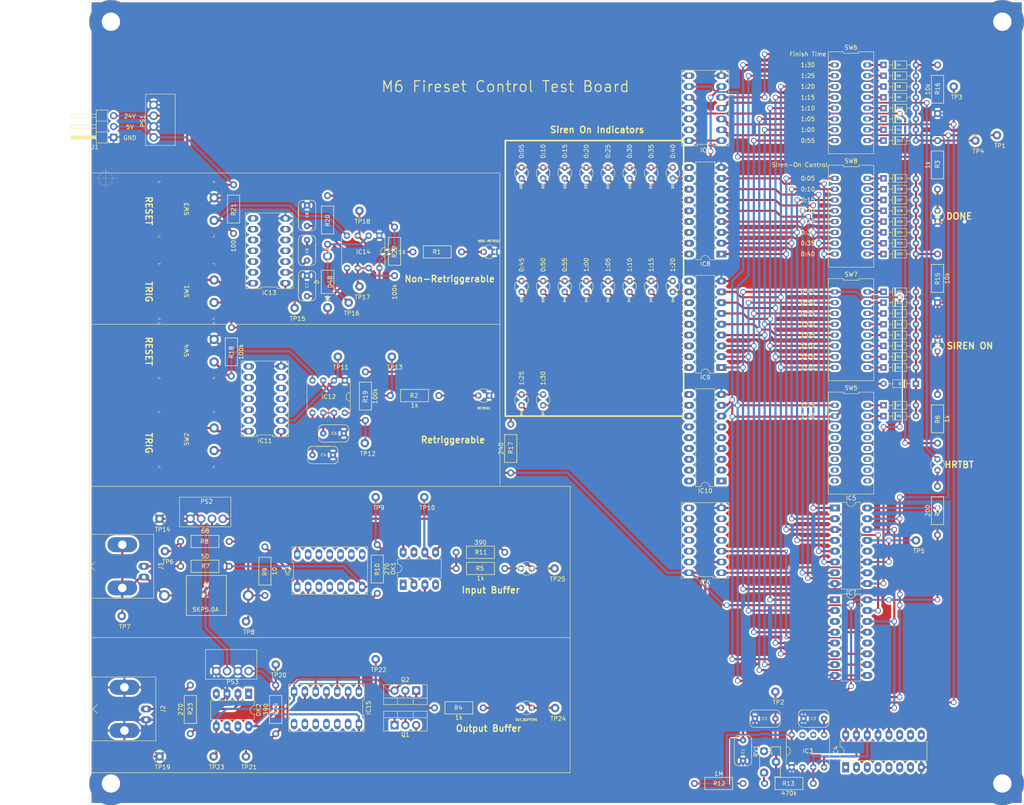
<source format=kicad_pcb>
(kicad_pcb (version 20171130) (host pcbnew "(5.1.2)-2")

  (general
    (thickness 1.6)
    (drawings 84)
    (tracks 865)
    (zones 0)
    (modules 146)
    (nets 161)
  )

  (page B)
  (layers
    (0 F.Cu signal)
    (31 B.Cu signal)
    (32 B.Adhes user)
    (33 F.Adhes user)
    (34 B.Paste user)
    (35 F.Paste user)
    (36 B.SilkS user)
    (37 F.SilkS user)
    (38 B.Mask user)
    (39 F.Mask user)
    (40 Dwgs.User user)
    (41 Cmts.User user)
    (42 Eco1.User user)
    (43 Eco2.User user)
    (44 Edge.Cuts user)
    (45 Margin user)
    (46 B.CrtYd user)
    (47 F.CrtYd user)
    (48 B.Fab user)
    (49 F.Fab user)
  )

  (setup
    (last_trace_width 0.508)
    (user_trace_width 0.3048)
    (user_trace_width 0.4064)
    (user_trace_width 0.508)
    (trace_clearance 0.254)
    (zone_clearance 0.508)
    (zone_45_only no)
    (trace_min 0.254)
    (via_size 0.8)
    (via_drill 0.4)
    (via_min_size 0.4)
    (via_min_drill 0.3)
    (user_via 1.3 0.9)
    (user_via 1.6 1.1)
    (user_via 2.2 1.5)
    (user_via 2.6 1.7)
    (user_via 10.16 4.3053)
    (uvia_size 0.3)
    (uvia_drill 0.1)
    (uvias_allowed no)
    (uvia_min_size 0.2)
    (uvia_min_drill 0.1)
    (edge_width 0.05)
    (segment_width 0.2)
    (pcb_text_width 0.3)
    (pcb_text_size 1.5 1.5)
    (mod_edge_width 0.12)
    (mod_text_size 1 1)
    (mod_text_width 0.15)
    (pad_size 2.4 1.6)
    (pad_drill 0.8)
    (pad_to_mask_clearance 0.051)
    (solder_mask_min_width 0.25)
    (aux_axis_origin 0 0)
    (visible_elements 7FFFFFFF)
    (pcbplotparams
      (layerselection 0x010fc_ffffffff)
      (usegerberextensions false)
      (usegerberattributes false)
      (usegerberadvancedattributes false)
      (creategerberjobfile false)
      (excludeedgelayer true)
      (linewidth 0.100000)
      (plotframeref false)
      (viasonmask false)
      (mode 1)
      (useauxorigin false)
      (hpglpennumber 1)
      (hpglpenspeed 20)
      (hpglpendiameter 15.000000)
      (psnegative false)
      (psa4output false)
      (plotreference true)
      (plotvalue true)
      (plotinvisibletext false)
      (padsonsilk false)
      (subtractmaskfromsilk false)
      (outputformat 1)
      (mirror false)
      (drillshape 1)
      (scaleselection 1)
      (outputdirectory ""))
  )

  (net 0 "")
  (net 1 GND)
  (net 2 "Net-(C1-Pad1)")
  (net 3 "Net-(C2-Pad1)")
  (net 4 "Net-(C3-Pad1)")
  (net 5 "Net-(C4-Pad1)")
  (net 6 "Net-(C5-Pad1)")
  (net 7 "Net-(C6-Pad2)")
  (net 8 "Net-(C6-Pad1)")
  (net 9 "Net-(C7-Pad1)")
  (net 10 "Net-(C8-Pad1)")
  (net 11 "Net-(D1-Pad1)")
  (net 12 "/Input Buffer/TRIG_IN-")
  (net 13 "Net-(D2-Pad2)")
  (net 14 "Net-(D2-Pad1)")
  (net 15 "Net-(D14-Pad1)")
  (net 16 "Net-(D3-Pad2)")
  (net 17 "/Siren Timer/DONE")
  (net 18 "Net-(D14-Pad2)")
  (net 19 "Net-(D30-Pad2)")
  (net 20 "Net-(D30-Pad1)")
  (net 21 "Net-(D31-Pad1)")
  (net 22 "Net-(D32-Pad1)")
  (net 23 "Net-(D33-Pad1)")
  (net 24 "Net-(D34-Pad1)")
  (net 25 "Net-(D35-Pad1)")
  (net 26 "Net-(D36-Pad1)")
  (net 27 "Net-(D37-Pad1)")
  (net 28 "Net-(D38-Pad1)")
  (net 29 "Net-(D39-Pad1)")
  (net 30 "Net-(D40-Pad1)")
  (net 31 "Net-(D41-Pad1)")
  (net 32 "Net-(D42-Pad1)")
  (net 33 "Net-(D43-Pad1)")
  (net 34 "Net-(D44-Pad1)")
  (net 35 "Net-(D45-Pad1)")
  (net 36 "Net-(D46-Pad1)")
  (net 37 "Net-(D47-Pad1)")
  (net 38 5V)
  (net 39 "Net-(DONE1-Pad2)")
  (net 40 "Net-(IC1-Pad2)")
  (net 41 "Net-(IC1-Pad1)")
  (net 42 "Net-(IC2-Pad11)")
  (net 43 "Net-(IC2-Pad6)")
  (net 44 "Net-(IC2-Pad3)")
  (net 45 "Net-(IC2-Pad2)")
  (net 46 "Net-(IC3-Pad7)")
  (net 47 "Net-(IC3-Pad6)")
  (net 48 "Net-(IC4-Pad7)")
  (net 49 "Net-(IC4-Pad6)")
  (net 50 "Net-(IC4-Pad5)")
  (net 51 "Net-(IC4-Pad12)")
  (net 52 "Net-(IC4-Pad4)")
  (net 53 "Net-(IC4-Pad11)")
  (net 54 "Net-(IC4-Pad3)")
  (net 55 "Net-(IC4-Pad10)")
  (net 56 "Net-(IC4-Pad2)")
  (net 57 "Net-(IC4-Pad9)")
  (net 58 "Net-(IC4-Pad1)")
  (net 59 "Net-(IC5-Pad7)")
  (net 60 "Net-(IC5-Pad6)")
  (net 61 "Net-(IC5-Pad11)")
  (net 62 "Net-(IC5-Pad5)")
  (net 63 "Net-(IC5-Pad12)")
  (net 64 "Net-(IC5-Pad4)")
  (net 65 "Net-(IC5-Pad3)")
  (net 66 "Net-(IC5-Pad10)")
  (net 67 "Net-(IC5-Pad2)")
  (net 68 "Net-(IC5-Pad9)")
  (net 69 "Net-(IC5-Pad1)")
  (net 70 "Net-(IC6-Pad3)")
  (net 71 "Net-(IC7-Pad7)")
  (net 72 "Net-(IC7-Pad6)")
  (net 73 "Net-(IC7-Pad5)")
  (net 74 "Net-(IC7-Pad12)")
  (net 75 "Net-(IC7-Pad4)")
  (net 76 "Net-(IC7-Pad3)")
  (net 77 "Net-(IC7-Pad10)")
  (net 78 "Net-(IC7-Pad2)")
  (net 79 "Net-(IC10-Pad1)")
  (net 80 "Net-(IC7-Pad1)")
  (net 81 "Net-(IC8-Pad10)")
  (net 82 "Net-(IC9-Pad10)")
  (net 83 "Net-(IC10-Pad16)")
  (net 84 "Net-(IC10-Pad7)")
  (net 85 "Net-(IC10-Pad15)")
  (net 86 "Net-(IC10-Pad6)")
  (net 87 "Net-(IC10-Pad14)")
  (net 88 "Net-(IC10-Pad5)")
  (net 89 "Net-(IC10-Pad13)")
  (net 90 "Net-(IC10-Pad4)")
  (net 91 "Net-(IC10-Pad3)")
  (net 92 "Net-(IC10-Pad10)")
  (net 93 "Net-(IC11-Pad2)")
  (net 94 "/One Shot Retriggerable/IN")
  (net 95 "/One Shot Retriggerable/~RST")
  (net 96 "/One Shot Retriggerable/OUT")
  (net 97 "/One Shot Non Retriggerable/IN")
  (net 98 "/One Shot Non Retriggerable/~RST")
  (net 99 "/One Shot Non Retriggerable/OUT")
  (net 100 "/Trigger Output Buffer/OUT_GND")
  (net 101 "Net-(IC15-Pad2)")
  (net 102 "Net-(IC15-Pad1)")
  (net 103 "Net-(IC15-Pad14)")
  (net 104 "Net-(IN_BUFFER1-Pad2)")
  (net 105 "/Input Buffer/VOUT_GND")
  (net 106 "/Trigger Output Buffer/IN")
  (net 107 "/Input Buffer/TRIG_IN+")
  (net 108 "Net-(NON-RETRIG1-Pad2)")
  (net 109 "/Input Buffer/TRIG_OUT+")
  (net 110 "Net-(OK1-Pad2)")
  (net 111 "Net-(OK2-Pad2)")
  (net 112 "Net-(OUT_BUFFER1-Pad2)")
  (net 113 24V)
  (net 114 "/Trigger Output Buffer/OUT")
  (net 115 "Net-(R2-Pad1)")
  (net 116 "/Siren Timer/SIREN")
  (net 117 "Net-(R13-Pad2)")
  (net 118 "Net-(RV1-Pad3)")
  (net 119 "Net-(SW5-Pad8)")
  (net 120 "Net-(SW5-Pad9)")
  (net 121 "Net-(SW5-Pad7)")
  (net 122 "Net-(SW5-Pad10)")
  (net 123 "Net-(SW5-Pad6)")
  (net 124 "Net-(SW5-Pad11)")
  (net 125 "Net-(SW5-Pad5)")
  (net 126 "Net-(SW5-Pad12)")
  (net 127 "Net-(SW5-Pad4)")
  (net 128 "Net-(SW5-Pad13)")
  (net 129 "Net-(SW5-Pad3)")
  (net 130 "Net-(SW5-Pad14)")
  (net 131 "/Input Buffer/VOUT_+")
  (net 132 "Net-(IC10-Pad18)")
  (net 133 "Net-(IC10-Pad17)")
  (net 134 "Net-(IC10-Pad2)")
  (net 135 "Net-(D4-Pad1)")
  (net 136 "Net-(D5-Pad1)")
  (net 137 "Net-(D6-Pad1)")
  (net 138 "Net-(D7-Pad1)")
  (net 139 "Net-(D8-Pad1)")
  (net 140 "Net-(D9-Pad1)")
  (net 141 "Net-(D10-Pad1)")
  (net 142 "Net-(D11-Pad1)")
  (net 143 "Net-(D12-Pad1)")
  (net 144 "Net-(D13-Pad1)")
  (net 145 "Net-(D15-Pad1)")
  (net 146 "Net-(D16-Pad1)")
  (net 147 "Net-(D17-Pad1)")
  (net 148 "Net-(D18-Pad1)")
  (net 149 "Net-(D19-Pad1)")
  (net 150 "Net-(D20-Pad1)")
  (net 151 "Net-(D21-Pad1)")
  (net 152 "Net-(D22-Pad1)")
  (net 153 "Net-(D23-Pad1)")
  (net 154 "Net-(D24-Pad1)")
  (net 155 "Net-(D25-Pad1)")
  (net 156 "Net-(D26-Pad1)")
  (net 157 "Net-(D27-Pad1)")
  (net 158 "Net-(D28-Pad1)")
  (net 159 "Net-(D29-Pad1)")
  (net 160 "Net-(R6-Pad1)")

  (net_class Default "This is the default net class."
    (clearance 0.254)
    (trace_width 0.508)
    (via_dia 0.8)
    (via_drill 0.4)
    (uvia_dia 0.3)
    (uvia_drill 0.1)
    (diff_pair_width 0.508)
    (diff_pair_gap 0.254)
    (add_net "/Input Buffer/TRIG_IN+")
    (add_net "/Input Buffer/TRIG_IN-")
    (add_net "/Input Buffer/TRIG_OUT+")
    (add_net "/Input Buffer/VOUT_+")
    (add_net "/Input Buffer/VOUT_GND")
    (add_net "/One Shot Non Retriggerable/IN")
    (add_net "/One Shot Non Retriggerable/OUT")
    (add_net "/One Shot Non Retriggerable/~RST")
    (add_net "/One Shot Retriggerable/IN")
    (add_net "/One Shot Retriggerable/OUT")
    (add_net "/One Shot Retriggerable/~RST")
    (add_net "/Siren Timer/DONE")
    (add_net "/Siren Timer/SIREN")
    (add_net "/Trigger Output Buffer/IN")
    (add_net "/Trigger Output Buffer/OUT")
    (add_net "/Trigger Output Buffer/OUT_GND")
    (add_net 24V)
    (add_net 5V)
    (add_net GND)
    (add_net "Net-(C1-Pad1)")
    (add_net "Net-(C2-Pad1)")
    (add_net "Net-(C3-Pad1)")
    (add_net "Net-(C4-Pad1)")
    (add_net "Net-(C5-Pad1)")
    (add_net "Net-(C6-Pad1)")
    (add_net "Net-(C6-Pad2)")
    (add_net "Net-(C7-Pad1)")
    (add_net "Net-(C8-Pad1)")
    (add_net "Net-(D1-Pad1)")
    (add_net "Net-(D10-Pad1)")
    (add_net "Net-(D11-Pad1)")
    (add_net "Net-(D12-Pad1)")
    (add_net "Net-(D13-Pad1)")
    (add_net "Net-(D14-Pad1)")
    (add_net "Net-(D14-Pad2)")
    (add_net "Net-(D15-Pad1)")
    (add_net "Net-(D16-Pad1)")
    (add_net "Net-(D17-Pad1)")
    (add_net "Net-(D18-Pad1)")
    (add_net "Net-(D19-Pad1)")
    (add_net "Net-(D2-Pad1)")
    (add_net "Net-(D2-Pad2)")
    (add_net "Net-(D20-Pad1)")
    (add_net "Net-(D21-Pad1)")
    (add_net "Net-(D22-Pad1)")
    (add_net "Net-(D23-Pad1)")
    (add_net "Net-(D24-Pad1)")
    (add_net "Net-(D25-Pad1)")
    (add_net "Net-(D26-Pad1)")
    (add_net "Net-(D27-Pad1)")
    (add_net "Net-(D28-Pad1)")
    (add_net "Net-(D29-Pad1)")
    (add_net "Net-(D3-Pad2)")
    (add_net "Net-(D30-Pad1)")
    (add_net "Net-(D30-Pad2)")
    (add_net "Net-(D31-Pad1)")
    (add_net "Net-(D32-Pad1)")
    (add_net "Net-(D33-Pad1)")
    (add_net "Net-(D34-Pad1)")
    (add_net "Net-(D35-Pad1)")
    (add_net "Net-(D36-Pad1)")
    (add_net "Net-(D37-Pad1)")
    (add_net "Net-(D38-Pad1)")
    (add_net "Net-(D39-Pad1)")
    (add_net "Net-(D4-Pad1)")
    (add_net "Net-(D40-Pad1)")
    (add_net "Net-(D41-Pad1)")
    (add_net "Net-(D42-Pad1)")
    (add_net "Net-(D43-Pad1)")
    (add_net "Net-(D44-Pad1)")
    (add_net "Net-(D45-Pad1)")
    (add_net "Net-(D46-Pad1)")
    (add_net "Net-(D47-Pad1)")
    (add_net "Net-(D5-Pad1)")
    (add_net "Net-(D6-Pad1)")
    (add_net "Net-(D7-Pad1)")
    (add_net "Net-(D8-Pad1)")
    (add_net "Net-(D9-Pad1)")
    (add_net "Net-(DONE1-Pad2)")
    (add_net "Net-(IC1-Pad1)")
    (add_net "Net-(IC1-Pad2)")
    (add_net "Net-(IC10-Pad1)")
    (add_net "Net-(IC10-Pad10)")
    (add_net "Net-(IC10-Pad13)")
    (add_net "Net-(IC10-Pad14)")
    (add_net "Net-(IC10-Pad15)")
    (add_net "Net-(IC10-Pad16)")
    (add_net "Net-(IC10-Pad17)")
    (add_net "Net-(IC10-Pad18)")
    (add_net "Net-(IC10-Pad2)")
    (add_net "Net-(IC10-Pad3)")
    (add_net "Net-(IC10-Pad4)")
    (add_net "Net-(IC10-Pad5)")
    (add_net "Net-(IC10-Pad6)")
    (add_net "Net-(IC10-Pad7)")
    (add_net "Net-(IC11-Pad2)")
    (add_net "Net-(IC15-Pad1)")
    (add_net "Net-(IC15-Pad14)")
    (add_net "Net-(IC15-Pad2)")
    (add_net "Net-(IC2-Pad11)")
    (add_net "Net-(IC2-Pad2)")
    (add_net "Net-(IC2-Pad3)")
    (add_net "Net-(IC2-Pad6)")
    (add_net "Net-(IC3-Pad6)")
    (add_net "Net-(IC3-Pad7)")
    (add_net "Net-(IC4-Pad1)")
    (add_net "Net-(IC4-Pad10)")
    (add_net "Net-(IC4-Pad11)")
    (add_net "Net-(IC4-Pad12)")
    (add_net "Net-(IC4-Pad2)")
    (add_net "Net-(IC4-Pad3)")
    (add_net "Net-(IC4-Pad4)")
    (add_net "Net-(IC4-Pad5)")
    (add_net "Net-(IC4-Pad6)")
    (add_net "Net-(IC4-Pad7)")
    (add_net "Net-(IC4-Pad9)")
    (add_net "Net-(IC5-Pad1)")
    (add_net "Net-(IC5-Pad10)")
    (add_net "Net-(IC5-Pad11)")
    (add_net "Net-(IC5-Pad12)")
    (add_net "Net-(IC5-Pad2)")
    (add_net "Net-(IC5-Pad3)")
    (add_net "Net-(IC5-Pad4)")
    (add_net "Net-(IC5-Pad5)")
    (add_net "Net-(IC5-Pad6)")
    (add_net "Net-(IC5-Pad7)")
    (add_net "Net-(IC5-Pad9)")
    (add_net "Net-(IC6-Pad3)")
    (add_net "Net-(IC7-Pad1)")
    (add_net "Net-(IC7-Pad10)")
    (add_net "Net-(IC7-Pad12)")
    (add_net "Net-(IC7-Pad2)")
    (add_net "Net-(IC7-Pad3)")
    (add_net "Net-(IC7-Pad4)")
    (add_net "Net-(IC7-Pad5)")
    (add_net "Net-(IC7-Pad6)")
    (add_net "Net-(IC7-Pad7)")
    (add_net "Net-(IC8-Pad10)")
    (add_net "Net-(IC9-Pad10)")
    (add_net "Net-(IN_BUFFER1-Pad2)")
    (add_net "Net-(NON-RETRIG1-Pad2)")
    (add_net "Net-(OK1-Pad2)")
    (add_net "Net-(OK2-Pad2)")
    (add_net "Net-(OUT_BUFFER1-Pad2)")
    (add_net "Net-(R13-Pad2)")
    (add_net "Net-(R2-Pad1)")
    (add_net "Net-(R6-Pad1)")
    (add_net "Net-(RV1-Pad3)")
    (add_net "Net-(SW5-Pad10)")
    (add_net "Net-(SW5-Pad11)")
    (add_net "Net-(SW5-Pad12)")
    (add_net "Net-(SW5-Pad13)")
    (add_net "Net-(SW5-Pad14)")
    (add_net "Net-(SW5-Pad3)")
    (add_net "Net-(SW5-Pad4)")
    (add_net "Net-(SW5-Pad5)")
    (add_net "Net-(SW5-Pad6)")
    (add_net "Net-(SW5-Pad7)")
    (add_net "Net-(SW5-Pad8)")
    (add_net "Net-(SW5-Pad9)")
  )

  (module artwork_fireset:artwork (layer F.Cu) (tedit 5D767475) (tstamp 5D78CDDB)
    (at 62.23 59.69)
    (fp_text reference G*** (at 80.518 -0.762) (layer F.SilkS) hide
      (effects (font (size 1.524 1.524) (thickness 0.3)))
    )
    (fp_text value LOGO (at 81.268 -0.762) (layer F.SilkS) hide
      (effects (font (size 1.524 1.524) (thickness 0.3)))
    )
    (fp_poly (pts (xy -7.250783 -16.287221) (xy -7.181548 -16.229472) (xy -7.082771 -16.14223) (xy -6.868915 -15.960702)
      (xy -6.555828 -15.697988) (xy -6.159357 -15.367188) (xy -5.695353 -14.981402) (xy -5.179663 -14.55373)
      (xy -4.628136 -14.097271) (xy -4.056621 -13.625126) (xy -3.480965 -13.150393) (xy -2.917018 -12.686172)
      (xy -2.380628 -12.245565) (xy -1.887643 -11.841669) (xy -1.453912 -11.487585) (xy -1.095284 -11.196413)
      (xy -0.973667 -11.098284) (xy -0.591766 -10.788395) (xy -0.258189 -10.512931) (xy 0.005503 -10.290091)
      (xy 0.177748 -10.138071) (xy 0.236787 -10.076769) (xy 0.23732 -10.06052) (xy 0.220982 -10.044114)
      (xy 0.179289 -10.026551) (xy 0.103759 -10.006835) (xy -0.014089 -9.983968) (xy -0.182739 -9.956952)
      (xy -0.410672 -9.92479) (xy -0.70637 -9.886484) (xy -1.078315 -9.841036) (xy -1.534991 -9.787448)
      (xy -2.084878 -9.724723) (xy -2.73646 -9.651864) (xy -3.498218 -9.567872) (xy -4.378635 -9.471749)
      (xy -5.386193 -9.362499) (xy -6.529373 -9.239124) (xy -7.816659 -9.100625) (xy -9.256533 -8.946005)
      (xy -10.625667 -8.799127) (xy -11.333825 -8.723086) (xy -12.070529 -8.643816) (xy -12.794338 -8.565789)
      (xy -13.46381 -8.493474) (xy -14.037504 -8.431343) (xy -14.380684 -8.394041) (xy -14.920242 -8.338189)
      (xy -15.312036 -8.305309) (xy -15.575981 -8.294736) (xy -15.731988 -8.305807) (xy -15.799969 -8.337853)
      (xy -15.804655 -8.346458) (xy -15.777463 -8.458172) (xy -15.671236 -8.681694) (xy -15.502511 -8.989048)
      (xy -15.287828 -9.35226) (xy -15.043722 -9.743353) (xy -14.786733 -10.134351) (xy -14.533398 -10.497279)
      (xy -14.532392 -10.498667) (xy -13.906304 -11.295225) (xy -13.168023 -12.122553) (xy -12.358803 -12.939814)
      (xy -11.519898 -13.706171) (xy -10.692563 -14.380787) (xy -10.370907 -14.618081) (xy -10.028678 -14.851581)
      (xy -9.62489 -15.110555) (xy -9.186643 -15.37945) (xy -8.741039 -15.642711) (xy -8.31518 -15.884785)
      (xy -7.936167 -16.090118) (xy -7.631102 -16.243156) (xy -7.427086 -16.328344) (xy -7.369441 -16.340667)
      (xy -7.250783 -16.287221)) (layer F.Mask) (width 0.01))
    (fp_poly (pts (xy 2.470072 -17.773636) (xy 4.182378 -17.460785) (xy 5.8611 -16.98479) (xy 6.2865 -16.835896)
      (xy 6.560506 -16.726661) (xy 6.708637 -16.633075) (xy 6.768006 -16.524866) (xy 6.776531 -16.436178)
      (xy 6.789467 -16.191164) (xy 6.815869 -15.917334) (xy 6.833477 -15.742304) (xy 6.861163 -15.429893)
      (xy 6.896291 -15.011575) (xy 6.936223 -14.518824) (xy 6.978321 -13.983113) (xy 6.982604 -13.927667)
      (xy 7.024175 -13.390418) (xy 7.075855 -12.725314) (xy 7.134448 -11.97331) (xy 7.196761 -11.175361)
      (xy 7.259598 -10.372422) (xy 7.319763 -9.605449) (xy 7.324266 -9.548131) (xy 7.375839 -8.889144)
      (xy 7.422852 -8.283358) (xy 7.463714 -7.751672) (xy 7.496835 -7.314987) (xy 7.520623 -6.994204)
      (xy 7.533488 -6.810223) (xy 7.535333 -6.775298) (xy 7.487102 -6.693053) (xy 7.341325 -6.744851)
      (xy 7.09638 -6.931418) (xy 7.004275 -7.012907) (xy 6.85201 -7.145631) (xy 6.589 -7.369255)
      (xy 6.23528 -7.667115) (xy 5.810888 -8.022548) (xy 5.33586 -8.418892) (xy 4.830233 -8.839483)
      (xy 4.314042 -9.267658) (xy 3.807325 -9.686753) (xy 3.330119 -10.080106) (xy 2.902459 -10.431053)
      (xy 2.544382 -10.722932) (xy 2.497667 -10.760786) (xy 1.945439 -11.208123) (xy 1.449739 -11.610423)
      (xy 0.986113 -11.987704) (xy 0.530107 -12.359985) (xy 0.057269 -12.747284) (xy -0.456856 -13.169619)
      (xy -1.03672 -13.647009) (xy -1.706777 -14.199471) (xy -2.198252 -14.605) (xy -2.77346 -15.079743)
      (xy -3.314996 -15.526741) (xy -3.807254 -15.933108) (xy -4.234628 -16.28596) (xy -4.58151 -16.57241)
      (xy -4.832295 -16.779575) (xy -4.971377 -16.894567) (xy -4.984989 -16.905848) (xy -5.112043 -17.032676)
      (xy -5.131066 -17.131317) (xy -5.026451 -17.216708) (xy -4.782593 -17.303782) (xy -4.487333 -17.382064)
      (xy -2.754521 -17.727557) (xy -1.00976 -17.907599) (xy 0.735565 -17.922766) (xy 2.470072 -17.773636)) (layer F.Mask) (width 0.01))
    (fp_poly (pts (xy 9.019341 -15.529353) (xy 9.262569 -15.392763) (xy 9.589455 -15.185923) (xy 9.975132 -14.925861)
      (xy 10.39473 -14.629604) (xy 10.823383 -14.314178) (xy 11.23622 -13.996611) (xy 11.472333 -13.806929)
      (xy 11.614773 -13.679314) (xy 11.851064 -13.455476) (xy 12.156106 -13.159709) (xy 12.5048 -12.816307)
      (xy 12.801665 -12.520256) (xy 13.876039 -11.359459) (xy 14.80021 -10.178072) (xy 15.593214 -8.949748)
      (xy 16.182883 -7.839727) (xy 16.365117 -7.446086) (xy 16.467991 -7.169834) (xy 16.496291 -6.981417)
      (xy 16.454805 -6.851279) (xy 16.358231 -6.756968) (xy 16.257666 -6.660421) (xy 16.066959 -6.456647)
      (xy 15.805706 -6.167378) (xy 15.493509 -5.814347) (xy 15.149964 -5.419285) (xy 15.109397 -5.372215)
      (xy 14.704399 -4.901858) (xy 14.273854 -4.401837) (xy 13.85393 -3.914154) (xy 13.48079 -3.480811)
      (xy 13.250368 -3.213215) (xy 12.900865 -2.807662) (xy 12.524209 -2.37114) (xy 12.16742 -1.958115)
      (xy 11.895701 -1.644042) (xy 11.568293 -1.263567) (xy 11.205514 -0.838129) (xy 10.869005 -0.440128)
      (xy 10.76034 -0.310542) (xy 10.521181 -0.035819) (xy 10.314027 0.181323) (xy 10.166841 0.312665)
      (xy 10.11693 0.338666) (xy 10.05972 0.259198) (xy 10.01208 0.018483) (xy 9.9734 -0.386942)
      (xy 9.964169 -0.529167) (xy 9.948545 -0.764547) (xy 9.921211 -1.147783) (xy 9.883416 -1.66275)
      (xy 9.836408 -2.293325) (xy 9.781435 -3.023382) (xy 9.719745 -3.836798) (xy 9.652587 -4.717448)
      (xy 9.581208 -5.649207) (xy 9.506857 -6.615952) (xy 9.430782 -7.601557) (xy 9.354231 -8.5899)
      (xy 9.278452 -9.564854) (xy 9.204693 -10.510297) (xy 9.134202 -11.410102) (xy 9.068227 -12.248147)
      (xy 9.008017 -13.008307) (xy 8.95482 -13.674457) (xy 8.909884 -14.230474) (xy 8.874456 -14.660231)
      (xy 8.849786 -14.947606) (xy 8.840204 -15.0495) (xy 8.818484 -15.364757) (xy 8.835837 -15.534378)
      (xy 8.884642 -15.578667) (xy 9.019341 -15.529353)) (layer F.Mask) (width 0.01))
    (fp_poly (pts (xy -6.761168 -7.19469) (xy -6.832726 -7.050331) (xy -7.028219 -6.811237) (xy -7.175566 -6.650853)
      (xy -7.449219 -6.348368) (xy -7.773222 -5.973154) (xy -8.094838 -5.586824) (xy -8.232456 -5.416064)
      (xy -8.513229 -5.070038) (xy -8.863181 -4.649286) (xy -9.238871 -4.205534) (xy -9.596858 -3.79051)
      (xy -9.616812 -3.767667) (xy -9.975985 -3.354649) (xy -10.360011 -2.909424) (xy -10.724017 -2.484215)
      (xy -11.023134 -2.131246) (xy -11.035383 -2.116667) (xy -11.264578 -1.845744) (xy -11.58056 -1.475101)
      (xy -11.959162 -1.032933) (xy -12.376216 -0.547435) (xy -12.807554 -0.046805) (xy -13.067389 0.254)
      (xy -13.554387 0.817772) (xy -14.096289 1.446101) (xy -14.654307 2.093945) (xy -15.189652 2.716264)
      (xy -15.663533 3.268018) (xy -15.777695 3.401129) (xy -16.146613 3.8284) (xy -16.482796 4.211977)
      (xy -16.769459 4.533176) (xy -16.989817 4.773312) (xy -17.127085 4.913698) (xy -17.161833 4.941975)
      (xy -17.266356 4.913866) (xy -17.306051 4.842846) (xy -17.399352 4.483452) (xy -17.505877 3.998251)
      (xy -17.6172 3.429379) (xy -17.724894 2.818971) (xy -17.783487 2.455333) (xy -17.926373 1.079388)
      (xy -17.945945 -0.369286) (xy -17.845337 -1.850795) (xy -17.627683 -3.32524) (xy -17.296117 -4.752727)
      (xy -17.18826 -5.122334) (xy -17.091931 -5.442462) (xy -17.011049 -5.719526) (xy -16.962629 -5.895198)
      (xy -16.961733 -5.898785) (xy -16.853115 -6.064083) (xy -16.691914 -6.16846) (xy -16.555321 -6.197938)
      (xy -16.274958 -6.241192) (xy -15.875563 -6.295331) (xy -15.381877 -6.357467) (xy -14.81864 -6.424706)
      (xy -14.210592 -6.494159) (xy -13.582473 -6.562935) (xy -12.959023 -6.628142) (xy -12.364982 -6.686891)
      (xy -11.853333 -6.733833) (xy -11.482417 -6.767583) (xy -11.018585 -6.811889) (xy -10.487981 -6.864043)
      (xy -9.916747 -6.921338) (xy -9.331025 -6.981065) (xy -8.756958 -7.040518) (xy -8.220688 -7.09699)
      (xy -7.748358 -7.147772) (xy -7.36611 -7.190157) (xy -7.100086 -7.221439) (xy -6.97643 -7.238908)
      (xy -6.976403 -7.238914) (xy -6.810181 -7.254241) (xy -6.761168 -7.19469)) (layer F.Mask) (width 0.01))
    (fp_poly (pts (xy 17.347236 -4.745637) (xy 17.429346 -4.520517) (xy 17.518444 -4.174601) (xy 17.610789 -3.731845)
      (xy 17.702641 -3.21621) (xy 17.790258 -2.651652) (xy 17.8699 -2.062132) (xy 17.937825 -1.471606)
      (xy 17.990293 -0.904033) (xy 18.023562 -0.383372) (xy 18.034 0.02946) (xy 18.013614 0.675013)
      (xy 17.956771 1.415395) (xy 17.86994 2.201311) (xy 17.759589 2.983466) (xy 17.63219 3.712563)
      (xy 17.49421 4.339308) (xy 17.443398 4.529666) (xy 17.286976 5.062847) (xy 17.138429 5.534448)
      (xy 17.006281 5.919795) (xy 16.899053 6.194215) (xy 16.825266 6.333034) (xy 16.818069 6.34026)
      (xy 16.680147 6.392672) (xy 16.400712 6.451019) (xy 16.007298 6.511344) (xy 15.527437 6.569692)
      (xy 14.988661 6.622108) (xy 14.689667 6.646054) (xy 14.253611 6.681834) (xy 13.755595 6.727855)
      (xy 13.301797 6.774294) (xy 13.292667 6.775296) (xy 12.972718 6.810142) (xy 12.526966 6.858269)
      (xy 11.997997 6.915099) (xy 11.428397 6.976057) (xy 10.922 7.03005) (xy 10.313396 7.095109)
      (xy 9.670896 7.1643) (xy 9.048465 7.231777) (xy 8.500067 7.291695) (xy 8.170333 7.328099)
      (xy 7.631352 7.386488) (xy 7.23845 7.42446) (xy 6.969705 7.442775) (xy 6.803192 7.442194)
      (xy 6.716987 7.423478) (xy 6.689167 7.387386) (xy 6.688667 7.379498) (xy 6.742273 7.290438)
      (xy 6.88673 7.107545) (xy 7.097494 6.860914) (xy 7.260167 6.678758) (xy 7.552792 6.351843)
      (xy 7.906056 5.950339) (xy 8.271735 5.529357) (xy 8.550018 5.204759) (xy 8.821376 4.886753)
      (xy 9.05333 4.616764) (xy 9.223823 4.42033) (xy 9.3108 4.32299) (xy 9.315844 4.318)
      (xy 9.390509 4.236708) (xy 9.554084 4.050483) (xy 9.785855 3.783456) (xy 10.065113 3.459757)
      (xy 10.371143 3.103514) (xy 10.683235 2.738858) (xy 10.980678 2.389919) (xy 11.242758 2.080825)
      (xy 11.448764 1.835708) (xy 11.514667 1.756327) (xy 11.659169 1.584553) (xy 11.899626 1.302596)
      (xy 12.220841 0.928021) (xy 12.60762 0.478394) (xy 13.044766 -0.02872) (xy 13.517086 -0.575757)
      (xy 14.009383 -1.14515) (xy 14.506462 -1.719334) (xy 14.993128 -2.280745) (xy 15.454186 -2.811817)
      (xy 15.87444 -3.294984) (xy 16.238695 -3.712682) (xy 16.531755 -4.047345) (xy 16.714504 -4.2545)
      (xy 16.9443 -4.507053) (xy 17.132795 -4.702511) (xy 17.251837 -4.812215) (xy 17.275855 -4.826)
      (xy 17.347236 -4.745637)) (layer F.Mask) (width 0.01))
    (fp_poly (pts (xy -9.954555 -0.330244) (xy -9.932921 -0.274451) (xy -9.908075 -0.140192) (xy -9.879036 0.08328)
      (xy -9.844828 0.406712) (xy -9.804471 0.840851) (xy -9.756987 1.396444) (xy -9.701396 2.084238)
      (xy -9.636722 2.914978) (xy -9.561984 3.899413) (xy -9.527429 4.360333) (xy -9.466654 5.169848)
      (xy -9.400232 6.048267) (xy -9.331743 6.948695) (xy -9.264763 7.824238) (xy -9.20287 8.628001)
      (xy -9.149642 9.313092) (xy -9.146312 9.355666) (xy -9.090391 10.071203) (xy -9.030237 10.842752)
      (xy -8.969807 11.619407) (xy -8.913061 12.350266) (xy -8.863959 12.984424) (xy -8.846697 13.208)
      (xy -8.804257 13.749302) (xy -8.762947 14.259864) (xy -8.725659 14.705131) (xy -8.695289 15.050548)
      (xy -8.674773 15.261166) (xy -8.662366 15.475891) (xy -8.693247 15.606415) (xy -8.784417 15.649968)
      (xy -8.952879 15.603783) (xy -9.215635 15.465088) (xy -9.589687 15.231116) (xy -9.830803 15.072876)
      (xy -11.129679 14.12062) (xy -12.36691 13.030367) (xy -13.514564 11.830065) (xy -14.544711 10.547658)
      (xy -14.988355 9.912478) (xy -15.233976 9.526171) (xy -15.490937 9.092894) (xy -15.74398 8.641799)
      (xy -15.977849 8.202037) (xy -16.177284 7.80276) (xy -16.327029 7.473119) (xy -16.411825 7.242267)
      (xy -16.425254 7.167135) (xy -16.367065 7.009207) (xy -16.223517 6.820615) (xy -16.18898 6.786135)
      (xy -16.056536 6.648469) (xy -15.837939 6.407943) (xy -15.556561 6.090843) (xy -15.235774 5.723453)
      (xy -14.97305 5.418666) (xy -14.319476 4.656965) (xy -13.764885 4.012557) (xy -13.311397 3.487892)
      (xy -12.961138 3.085421) (xy -12.716229 2.807592) (xy -12.588453 2.667) (xy -12.493097 2.559395)
      (xy -12.30914 2.346291) (xy -12.057011 2.051753) (xy -11.757138 1.699842) (xy -11.429948 1.314625)
      (xy -11.09587 0.920164) (xy -10.775332 0.540524) (xy -10.488761 0.199769) (xy -10.256587 -0.078038)
      (xy -10.188756 -0.159816) (xy -10.053308 -0.294546) (xy -9.96137 -0.334512) (xy -9.954555 -0.330244)) (layer F.Mask) (width 0.01))
    (fp_poly (pts (xy 15.820884 8.511328) (xy 15.808617 8.611493) (xy 15.708415 8.823543) (xy 15.535262 9.124896)
      (xy 15.30414 9.492969) (xy 15.030036 9.90518) (xy 14.727931 10.338946) (xy 14.412811 10.771686)
      (xy 14.099658 11.180816) (xy 13.828106 11.514666) (xy 13.400211 11.998425) (xy 12.898726 12.528087)
      (xy 12.362391 13.06546) (xy 11.829951 13.572348) (xy 11.340149 14.010559) (xy 11.063555 14.24003)
      (xy 10.648348 14.55289) (xy 10.181151 14.876128) (xy 9.68613 15.195952) (xy 9.187451 15.498568)
      (xy 8.709279 15.770182) (xy 8.275779 15.997002) (xy 7.911117 16.165234) (xy 7.639459 16.261085)
      (xy 7.498278 16.275026) (xy 7.394094 16.213023) (xy 7.177826 16.055512) (xy 6.86684 15.816145)
      (xy 6.478501 15.508577) (xy 6.030176 15.14646) (xy 5.53923 14.74345) (xy 5.339278 14.577572)
      (xy 4.448544 13.837298) (xy 3.648228 13.174187) (xy 2.89938 12.556144) (xy 2.163048 11.951076)
      (xy 1.40028 11.326888) (xy 0.770494 10.813095) (xy 0.506239 10.59015) (xy 0.30117 10.402681)
      (xy 0.184908 10.278482) (xy 0.169333 10.249038) (xy 0.180549 10.218889) (xy 0.225556 10.191035)
      (xy 0.321397 10.162993) (xy 0.485111 10.132279) (xy 0.733742 10.096412) (xy 1.084328 10.052908)
      (xy 1.553913 9.999285) (xy 2.159537 9.93306) (xy 2.836333 9.860489) (xy 4.087402 9.726952)
      (xy 5.182009 9.610047) (xy 6.132078 9.508489) (xy 6.949528 9.42099) (xy 7.646282 9.346266)
      (xy 8.234262 9.283029) (xy 8.72539 9.229993) (xy 9.131585 9.185872) (xy 9.464772 9.149381)
      (xy 9.73687 9.119232) (xy 9.959802 9.09414) (xy 10.14549 9.072818) (xy 10.244667 9.061219)
      (xy 10.88892 8.986905) (xy 11.567857 8.911372) (xy 12.260754 8.836665) (xy 12.946885 8.764826)
      (xy 13.605526 8.6979) (xy 14.215953 8.637931) (xy 14.75744 8.586962) (xy 15.209263 8.547037)
      (xy 15.550698 8.520199) (xy 15.76102 8.508493) (xy 15.820884 8.511328)) (layer F.Mask) (width 0.01))
    (fp_poly (pts (xy -7.253428 6.740901) (xy -7.084123 6.851709) (xy -6.925373 6.978328) (xy -6.716209 7.154845)
      (xy -6.410236 7.410567) (xy -6.025552 7.730569) (xy -5.580255 8.099924) (xy -5.092444 8.503703)
      (xy -4.580218 8.92698) (xy -4.061676 9.354829) (xy -3.554916 9.772321) (xy -3.078037 10.16453)
      (xy -2.649138 10.516529) (xy -2.286317 10.81339) (xy -2.007673 11.040187) (xy -1.831305 11.181993)
      (xy -1.784478 11.218333) (xy -1.569049 11.383626) (xy -1.257165 11.631529) (xy -0.863004 11.950175)
      (xy -0.400738 12.3277) (xy 0.115455 12.752238) (xy 0.6714 13.211925) (xy 1.252922 13.694895)
      (xy 1.845846 14.189283) (xy 2.435997 14.683224) (xy 3.009197 15.164853) (xy 3.551274 15.622304)
      (xy 4.04805 16.043713) (xy 4.48535 16.417215) (xy 4.849 16.730944) (xy 5.124823 16.973035)
      (xy 5.298645 17.131623) (xy 5.356289 17.194843) (xy 5.356082 17.195136) (xy 5.223519 17.259619)
      (xy 4.954415 17.346268) (xy 4.578935 17.447533) (xy 4.127243 17.555867) (xy 3.629504 17.663719)
      (xy 3.115884 17.763541) (xy 3.005667 17.783337) (xy 2.493351 17.855311) (xy 1.864736 17.914714)
      (xy 1.16185 17.960177) (xy 0.426718 17.990335) (xy -0.298633 18.003818) (xy -0.972175 17.99926)
      (xy -1.551884 17.975293) (xy -1.905 17.943112) (xy -2.547924 17.849936) (xy -3.223172 17.729452)
      (xy -3.904295 17.588449) (xy -4.564843 17.433717) (xy -5.178366 17.272046) (xy -5.718414 17.110224)
      (xy -6.158537 16.955041) (xy -6.472284 16.813287) (xy -6.582833 16.742371) (xy -6.646216 16.612718)
      (xy -6.683297 16.382682) (xy -6.687393 16.266799) (xy -6.693586 16.108774) (xy -6.711853 15.799137)
      (xy -6.740974 15.35509) (xy -6.779734 14.79383) (xy -6.826913 14.13256) (xy -6.881296 13.388477)
      (xy -6.941663 12.578783) (xy -7.006797 11.720677) (xy -7.03748 11.321476) (xy -7.102946 10.460523)
      (xy -7.162634 9.650926) (xy -7.215522 8.908296) (xy -7.260589 8.24824) (xy -7.296812 7.686366)
      (xy -7.323169 7.238285) (xy -7.338638 6.919604) (xy -7.342195 6.745931) (xy -7.33896 6.718071)
      (xy -7.253428 6.740901)) (layer F.Mask) (width 0.01))
    (fp_poly (pts (xy 15.820884 8.511328) (xy 15.808617 8.611493) (xy 15.708415 8.823543) (xy 15.535262 9.124896)
      (xy 15.30414 9.492969) (xy 15.030036 9.90518) (xy 14.727931 10.338946) (xy 14.412811 10.771686)
      (xy 14.099658 11.180816) (xy 13.828106 11.514666) (xy 13.400211 11.998425) (xy 12.898726 12.528087)
      (xy 12.362391 13.06546) (xy 11.829951 13.572348) (xy 11.340149 14.010559) (xy 11.063555 14.24003)
      (xy 10.648348 14.55289) (xy 10.181151 14.876128) (xy 9.68613 15.195952) (xy 9.187451 15.498568)
      (xy 8.709279 15.770182) (xy 8.275779 15.997002) (xy 7.911117 16.165234) (xy 7.639459 16.261085)
      (xy 7.498278 16.275026) (xy 7.394094 16.213023) (xy 7.177826 16.055512) (xy 6.86684 15.816145)
      (xy 6.478501 15.508577) (xy 6.030176 15.14646) (xy 5.53923 14.74345) (xy 5.339278 14.577572)
      (xy 4.448544 13.837298) (xy 3.648228 13.174187) (xy 2.89938 12.556144) (xy 2.163048 11.951076)
      (xy 1.40028 11.326888) (xy 0.770494 10.813095) (xy 0.506239 10.59015) (xy 0.30117 10.402681)
      (xy 0.184908 10.278482) (xy 0.169333 10.249038) (xy 0.180549 10.218889) (xy 0.225556 10.191035)
      (xy 0.321397 10.162993) (xy 0.485111 10.132279) (xy 0.733742 10.096412) (xy 1.084328 10.052908)
      (xy 1.553913 9.999285) (xy 2.159537 9.93306) (xy 2.836333 9.860489) (xy 4.087402 9.726952)
      (xy 5.182009 9.610047) (xy 6.132078 9.508489) (xy 6.949528 9.42099) (xy 7.646282 9.346266)
      (xy 8.234262 9.283029) (xy 8.72539 9.229993) (xy 9.131585 9.185872) (xy 9.464772 9.149381)
      (xy 9.73687 9.119232) (xy 9.959802 9.09414) (xy 10.14549 9.072818) (xy 10.244667 9.061219)
      (xy 10.88892 8.986905) (xy 11.567857 8.911372) (xy 12.260754 8.836665) (xy 12.946885 8.764826)
      (xy 13.605526 8.6979) (xy 14.215953 8.637931) (xy 14.75744 8.586962) (xy 15.209263 8.547037)
      (xy 15.550698 8.520199) (xy 15.76102 8.508493) (xy 15.820884 8.511328)) (layer F.Cu) (width 0.01))
    (fp_poly (pts (xy 9.019341 -15.529353) (xy 9.262569 -15.392763) (xy 9.589455 -15.185923) (xy 9.975132 -14.925861)
      (xy 10.39473 -14.629604) (xy 10.823383 -14.314178) (xy 11.23622 -13.996611) (xy 11.472333 -13.806929)
      (xy 11.614773 -13.679314) (xy 11.851064 -13.455476) (xy 12.156106 -13.159709) (xy 12.5048 -12.816307)
      (xy 12.801665 -12.520256) (xy 13.876039 -11.359459) (xy 14.80021 -10.178072) (xy 15.593214 -8.949748)
      (xy 16.182883 -7.839727) (xy 16.365117 -7.446086) (xy 16.467991 -7.169834) (xy 16.496291 -6.981417)
      (xy 16.454805 -6.851279) (xy 16.358231 -6.756968) (xy 16.257666 -6.660421) (xy 16.066959 -6.456647)
      (xy 15.805706 -6.167378) (xy 15.493509 -5.814347) (xy 15.149964 -5.419285) (xy 15.109397 -5.372215)
      (xy 14.704399 -4.901858) (xy 14.273854 -4.401837) (xy 13.85393 -3.914154) (xy 13.48079 -3.480811)
      (xy 13.250368 -3.213215) (xy 12.900865 -2.807662) (xy 12.524209 -2.37114) (xy 12.16742 -1.958115)
      (xy 11.895701 -1.644042) (xy 11.568293 -1.263567) (xy 11.205514 -0.838129) (xy 10.869005 -0.440128)
      (xy 10.76034 -0.310542) (xy 10.521181 -0.035819) (xy 10.314027 0.181323) (xy 10.166841 0.312665)
      (xy 10.11693 0.338666) (xy 10.05972 0.259198) (xy 10.01208 0.018483) (xy 9.9734 -0.386942)
      (xy 9.964169 -0.529167) (xy 9.948545 -0.764547) (xy 9.921211 -1.147783) (xy 9.883416 -1.66275)
      (xy 9.836408 -2.293325) (xy 9.781435 -3.023382) (xy 9.719745 -3.836798) (xy 9.652587 -4.717448)
      (xy 9.581208 -5.649207) (xy 9.506857 -6.615952) (xy 9.430782 -7.601557) (xy 9.354231 -8.5899)
      (xy 9.278452 -9.564854) (xy 9.204693 -10.510297) (xy 9.134202 -11.410102) (xy 9.068227 -12.248147)
      (xy 9.008017 -13.008307) (xy 8.95482 -13.674457) (xy 8.909884 -14.230474) (xy 8.874456 -14.660231)
      (xy 8.849786 -14.947606) (xy 8.840204 -15.0495) (xy 8.818484 -15.364757) (xy 8.835837 -15.534378)
      (xy 8.884642 -15.578667) (xy 9.019341 -15.529353)) (layer F.Cu) (width 0.01))
    (fp_poly (pts (xy -9.954555 -0.330244) (xy -9.932921 -0.274451) (xy -9.908075 -0.140192) (xy -9.879036 0.08328)
      (xy -9.844828 0.406712) (xy -9.804471 0.840851) (xy -9.756987 1.396444) (xy -9.701396 2.084238)
      (xy -9.636722 2.914978) (xy -9.561984 3.899413) (xy -9.527429 4.360333) (xy -9.466654 5.169848)
      (xy -9.400232 6.048267) (xy -9.331743 6.948695) (xy -9.264763 7.824238) (xy -9.20287 8.628001)
      (xy -9.149642 9.313092) (xy -9.146312 9.355666) (xy -9.090391 10.071203) (xy -9.030237 10.842752)
      (xy -8.969807 11.619407) (xy -8.913061 12.350266) (xy -8.863959 12.984424) (xy -8.846697 13.208)
      (xy -8.804257 13.749302) (xy -8.762947 14.259864) (xy -8.725659 14.705131) (xy -8.695289 15.050548)
      (xy -8.674773 15.261166) (xy -8.662366 15.475891) (xy -8.693247 15.606415) (xy -8.784417 15.649968)
      (xy -8.952879 15.603783) (xy -9.215635 15.465088) (xy -9.589687 15.231116) (xy -9.830803 15.072876)
      (xy -11.129679 14.12062) (xy -12.36691 13.030367) (xy -13.514564 11.830065) (xy -14.544711 10.547658)
      (xy -14.988355 9.912478) (xy -15.233976 9.526171) (xy -15.490937 9.092894) (xy -15.74398 8.641799)
      (xy -15.977849 8.202037) (xy -16.177284 7.80276) (xy -16.327029 7.473119) (xy -16.411825 7.242267)
      (xy -16.425254 7.167135) (xy -16.367065 7.009207) (xy -16.223517 6.820615) (xy -16.18898 6.786135)
      (xy -16.056536 6.648469) (xy -15.837939 6.407943) (xy -15.556561 6.090843) (xy -15.235774 5.723453)
      (xy -14.97305 5.418666) (xy -14.319476 4.656965) (xy -13.764885 4.012557) (xy -13.311397 3.487892)
      (xy -12.961138 3.085421) (xy -12.716229 2.807592) (xy -12.588453 2.667) (xy -12.493097 2.559395)
      (xy -12.30914 2.346291) (xy -12.057011 2.051753) (xy -11.757138 1.699842) (xy -11.429948 1.314625)
      (xy -11.09587 0.920164) (xy -10.775332 0.540524) (xy -10.488761 0.199769) (xy -10.256587 -0.078038)
      (xy -10.188756 -0.159816) (xy -10.053308 -0.294546) (xy -9.96137 -0.334512) (xy -9.954555 -0.330244)) (layer F.Cu) (width 0.01))
    (fp_poly (pts (xy -7.250783 -16.287221) (xy -7.181548 -16.229472) (xy -7.082771 -16.14223) (xy -6.868915 -15.960702)
      (xy -6.555828 -15.697988) (xy -6.159357 -15.367188) (xy -5.695353 -14.981402) (xy -5.179663 -14.55373)
      (xy -4.628136 -14.097271) (xy -4.056621 -13.625126) (xy -3.480965 -13.150393) (xy -2.917018 -12.686172)
      (xy -2.380628 -12.245565) (xy -1.887643 -11.841669) (xy -1.453912 -11.487585) (xy -1.095284 -11.196413)
      (xy -0.973667 -11.098284) (xy -0.591766 -10.788395) (xy -0.258189 -10.512931) (xy 0.005503 -10.290091)
      (xy 0.177748 -10.138071) (xy 0.236787 -10.076769) (xy 0.23732 -10.06052) (xy 0.220982 -10.044114)
      (xy 0.179289 -10.026551) (xy 0.103759 -10.006835) (xy -0.014089 -9.983968) (xy -0.182739 -9.956952)
      (xy -0.410672 -9.92479) (xy -0.70637 -9.886484) (xy -1.078315 -9.841036) (xy -1.534991 -9.787448)
      (xy -2.084878 -9.724723) (xy -2.73646 -9.651864) (xy -3.498218 -9.567872) (xy -4.378635 -9.471749)
      (xy -5.386193 -9.362499) (xy -6.529373 -9.239124) (xy -7.816659 -9.100625) (xy -9.256533 -8.946005)
      (xy -10.625667 -8.799127) (xy -11.333825 -8.723086) (xy -12.070529 -8.643816) (xy -12.794338 -8.565789)
      (xy -13.46381 -8.493474) (xy -14.037504 -8.431343) (xy -14.380684 -8.394041) (xy -14.920242 -8.338189)
      (xy -15.312036 -8.305309) (xy -15.575981 -8.294736) (xy -15.731988 -8.305807) (xy -15.799969 -8.337853)
      (xy -15.804655 -8.346458) (xy -15.777463 -8.458172) (xy -15.671236 -8.681694) (xy -15.502511 -8.989048)
      (xy -15.287828 -9.35226) (xy -15.043722 -9.743353) (xy -14.786733 -10.134351) (xy -14.533398 -10.497279)
      (xy -14.532392 -10.498667) (xy -13.906304 -11.295225) (xy -13.168023 -12.122553) (xy -12.358803 -12.939814)
      (xy -11.519898 -13.706171) (xy -10.692563 -14.380787) (xy -10.370907 -14.618081) (xy -10.028678 -14.851581)
      (xy -9.62489 -15.110555) (xy -9.186643 -15.37945) (xy -8.741039 -15.642711) (xy -8.31518 -15.884785)
      (xy -7.936167 -16.090118) (xy -7.631102 -16.243156) (xy -7.427086 -16.328344) (xy -7.369441 -16.340667)
      (xy -7.250783 -16.287221)) (layer F.Cu) (width 0.01))
    (fp_poly (pts (xy -6.761168 -7.19469) (xy -6.832726 -7.050331) (xy -7.028219 -6.811237) (xy -7.175566 -6.650853)
      (xy -7.449219 -6.348368) (xy -7.773222 -5.973154) (xy -8.094838 -5.586824) (xy -8.232456 -5.416064)
      (xy -8.513229 -5.070038) (xy -8.863181 -4.649286) (xy -9.238871 -4.205534) (xy -9.596858 -3.79051)
      (xy -9.616812 -3.767667) (xy -9.975985 -3.354649) (xy -10.360011 -2.909424) (xy -10.724017 -2.484215)
      (xy -11.023134 -2.131246) (xy -11.035383 -2.116667) (xy -11.264578 -1.845744) (xy -11.58056 -1.475101)
      (xy -11.959162 -1.032933) (xy -12.376216 -0.547435) (xy -12.807554 -0.046805) (xy -13.067389 0.254)
      (xy -13.554387 0.817772) (xy -14.096289 1.446101) (xy -14.654307 2.093945) (xy -15.189652 2.716264)
      (xy -15.663533 3.268018) (xy -15.777695 3.401129) (xy -16.146613 3.8284) (xy -16.482796 4.211977)
      (xy -16.769459 4.533176) (xy -16.989817 4.773312) (xy -17.127085 4.913698) (xy -17.161833 4.941975)
      (xy -17.266356 4.913866) (xy -17.306051 4.842846) (xy -17.399352 4.483452) (xy -17.505877 3.998251)
      (xy -17.6172 3.429379) (xy -17.724894 2.818971) (xy -17.783487 2.455333) (xy -17.926373 1.079388)
      (xy -17.945945 -0.369286) (xy -17.845337 -1.850795) (xy -17.627683 -3.32524) (xy -17.296117 -4.752727)
      (xy -17.18826 -5.122334) (xy -17.091931 -5.442462) (xy -17.011049 -5.719526) (xy -16.962629 -5.895198)
      (xy -16.961733 -5.898785) (xy -16.853115 -6.064083) (xy -16.691914 -6.16846) (xy -16.555321 -6.197938)
      (xy -16.274958 -6.241192) (xy -15.875563 -6.295331) (xy -15.381877 -6.357467) (xy -14.81864 -6.424706)
      (xy -14.210592 -6.494159) (xy -13.582473 -6.562935) (xy -12.959023 -6.628142) (xy -12.364982 -6.686891)
      (xy -11.853333 -6.733833) (xy -11.482417 -6.767583) (xy -11.018585 -6.811889) (xy -10.487981 -6.864043)
      (xy -9.916747 -6.921338) (xy -9.331025 -6.981065) (xy -8.756958 -7.040518) (xy -8.220688 -7.09699)
      (xy -7.748358 -7.147772) (xy -7.36611 -7.190157) (xy -7.100086 -7.221439) (xy -6.97643 -7.238908)
      (xy -6.976403 -7.238914) (xy -6.810181 -7.254241) (xy -6.761168 -7.19469)) (layer F.Cu) (width 0.01))
    (fp_poly (pts (xy -7.253428 6.740901) (xy -7.084123 6.851709) (xy -6.925373 6.978328) (xy -6.716209 7.154845)
      (xy -6.410236 7.410567) (xy -6.025552 7.730569) (xy -5.580255 8.099924) (xy -5.092444 8.503703)
      (xy -4.580218 8.92698) (xy -4.061676 9.354829) (xy -3.554916 9.772321) (xy -3.078037 10.16453)
      (xy -2.649138 10.516529) (xy -2.286317 10.81339) (xy -2.007673 11.040187) (xy -1.831305 11.181993)
      (xy -1.784478 11.218333) (xy -1.569049 11.383626) (xy -1.257165 11.631529) (xy -0.863004 11.950175)
      (xy -0.400738 12.3277) (xy 0.115455 12.752238) (xy 0.6714 13.211925) (xy 1.252922 13.694895)
      (xy 1.845846 14.189283) (xy 2.435997 14.683224) (xy 3.009197 15.164853) (xy 3.551274 15.622304)
      (xy 4.04805 16.043713) (xy 4.48535 16.417215) (xy 4.849 16.730944) (xy 5.124823 16.973035)
      (xy 5.298645 17.131623) (xy 5.356289 17.194843) (xy 5.356082 17.195136) (xy 5.223519 17.259619)
      (xy 4.954415 17.346268) (xy 4.578935 17.447533) (xy 4.127243 17.555867) (xy 3.629504 17.663719)
      (xy 3.115884 17.763541) (xy 3.005667 17.783337) (xy 2.493351 17.855311) (xy 1.864736 17.914714)
      (xy 1.16185 17.960177) (xy 0.426718 17.990335) (xy -0.298633 18.003818) (xy -0.972175 17.99926)
      (xy -1.551884 17.975293) (xy -1.905 17.943112) (xy -2.547924 17.849936) (xy -3.223172 17.729452)
      (xy -3.904295 17.588449) (xy -4.564843 17.433717) (xy -5.178366 17.272046) (xy -5.718414 17.110224)
      (xy -6.158537 16.955041) (xy -6.472284 16.813287) (xy -6.582833 16.742371) (xy -6.646216 16.612718)
      (xy -6.683297 16.382682) (xy -6.687393 16.266799) (xy -6.693586 16.108774) (xy -6.711853 15.799137)
      (xy -6.740974 15.35509) (xy -6.779734 14.79383) (xy -6.826913 14.13256) (xy -6.881296 13.388477)
      (xy -6.941663 12.578783) (xy -7.006797 11.720677) (xy -7.03748 11.321476) (xy -7.102946 10.460523)
      (xy -7.162634 9.650926) (xy -7.215522 8.908296) (xy -7.260589 8.24824) (xy -7.296812 7.686366)
      (xy -7.323169 7.238285) (xy -7.338638 6.919604) (xy -7.342195 6.745931) (xy -7.33896 6.718071)
      (xy -7.253428 6.740901)) (layer F.Cu) (width 0.01))
    (fp_poly (pts (xy 17.347236 -4.745637) (xy 17.429346 -4.520517) (xy 17.518444 -4.174601) (xy 17.610789 -3.731845)
      (xy 17.702641 -3.21621) (xy 17.790258 -2.651652) (xy 17.8699 -2.062132) (xy 17.937825 -1.471606)
      (xy 17.990293 -0.904033) (xy 18.023562 -0.383372) (xy 18.034 0.02946) (xy 18.013614 0.675013)
      (xy 17.956771 1.415395) (xy 17.86994 2.201311) (xy 17.759589 2.983466) (xy 17.63219 3.712563)
      (xy 17.49421 4.339308) (xy 17.443398 4.529666) (xy 17.286976 5.062847) (xy 17.138429 5.534448)
      (xy 17.006281 5.919795) (xy 16.899053 6.194215) (xy 16.825266 6.333034) (xy 16.818069 6.34026)
      (xy 16.680147 6.392672) (xy 16.400712 6.451019) (xy 16.007298 6.511344) (xy 15.527437 6.569692)
      (xy 14.988661 6.622108) (xy 14.689667 6.646054) (xy 14.253611 6.681834) (xy 13.755595 6.727855)
      (xy 13.301797 6.774294) (xy 13.292667 6.775296) (xy 12.972718 6.810142) (xy 12.526966 6.858269)
      (xy 11.997997 6.915099) (xy 11.428397 6.976057) (xy 10.922 7.03005) (xy 10.313396 7.095109)
      (xy 9.670896 7.1643) (xy 9.048465 7.231777) (xy 8.500067 7.291695) (xy 8.170333 7.328099)
      (xy 7.631352 7.386488) (xy 7.23845 7.42446) (xy 6.969705 7.442775) (xy 6.803192 7.442194)
      (xy 6.716987 7.423478) (xy 6.689167 7.387386) (xy 6.688667 7.379498) (xy 6.742273 7.290438)
      (xy 6.88673 7.107545) (xy 7.097494 6.860914) (xy 7.260167 6.678758) (xy 7.552792 6.351843)
      (xy 7.906056 5.950339) (xy 8.271735 5.529357) (xy 8.550018 5.204759) (xy 8.821376 4.886753)
      (xy 9.05333 4.616764) (xy 9.223823 4.42033) (xy 9.3108 4.32299) (xy 9.315844 4.318)
      (xy 9.390509 4.236708) (xy 9.554084 4.050483) (xy 9.785855 3.783456) (xy 10.065113 3.459757)
      (xy 10.371143 3.103514) (xy 10.683235 2.738858) (xy 10.980678 2.389919) (xy 11.242758 2.080825)
      (xy 11.448764 1.835708) (xy 11.514667 1.756327) (xy 11.659169 1.584553) (xy 11.899626 1.302596)
      (xy 12.220841 0.928021) (xy 12.60762 0.478394) (xy 13.044766 -0.02872) (xy 13.517086 -0.575757)
      (xy 14.009383 -1.14515) (xy 14.506462 -1.719334) (xy 14.993128 -2.280745) (xy 15.454186 -2.811817)
      (xy 15.87444 -3.294984) (xy 16.238695 -3.712682) (xy 16.531755 -4.047345) (xy 16.714504 -4.2545)
      (xy 16.9443 -4.507053) (xy 17.132795 -4.702511) (xy 17.251837 -4.812215) (xy 17.275855 -4.826)
      (xy 17.347236 -4.745637)) (layer F.Cu) (width 0.01))
    (fp_poly (pts (xy 2.470072 -17.773636) (xy 4.182378 -17.460785) (xy 5.8611 -16.98479) (xy 6.2865 -16.835896)
      (xy 6.560506 -16.726661) (xy 6.708637 -16.633075) (xy 6.768006 -16.524866) (xy 6.776531 -16.436178)
      (xy 6.789467 -16.191164) (xy 6.815869 -15.917334) (xy 6.833477 -15.742304) (xy 6.861163 -15.429893)
      (xy 6.896291 -15.011575) (xy 6.936223 -14.518824) (xy 6.978321 -13.983113) (xy 6.982604 -13.927667)
      (xy 7.024175 -13.390418) (xy 7.075855 -12.725314) (xy 7.134448 -11.97331) (xy 7.196761 -11.175361)
      (xy 7.259598 -10.372422) (xy 7.319763 -9.605449) (xy 7.324266 -9.548131) (xy 7.375839 -8.889144)
      (xy 7.422852 -8.283358) (xy 7.463714 -7.751672) (xy 7.496835 -7.314987) (xy 7.520623 -6.994204)
      (xy 7.533488 -6.810223) (xy 7.535333 -6.775298) (xy 7.487102 -6.693053) (xy 7.341325 -6.744851)
      (xy 7.09638 -6.931418) (xy 7.004275 -7.012907) (xy 6.85201 -7.145631) (xy 6.589 -7.369255)
      (xy 6.23528 -7.667115) (xy 5.810888 -8.022548) (xy 5.33586 -8.418892) (xy 4.830233 -8.839483)
      (xy 4.314042 -9.267658) (xy 3.807325 -9.686753) (xy 3.330119 -10.080106) (xy 2.902459 -10.431053)
      (xy 2.544382 -10.722932) (xy 2.497667 -10.760786) (xy 1.945439 -11.208123) (xy 1.449739 -11.610423)
      (xy 0.986113 -11.987704) (xy 0.530107 -12.359985) (xy 0.057269 -12.747284) (xy -0.456856 -13.169619)
      (xy -1.03672 -13.647009) (xy -1.706777 -14.199471) (xy -2.198252 -14.605) (xy -2.77346 -15.079743)
      (xy -3.314996 -15.526741) (xy -3.807254 -15.933108) (xy -4.234628 -16.28596) (xy -4.58151 -16.57241)
      (xy -4.832295 -16.779575) (xy -4.971377 -16.894567) (xy -4.984989 -16.905848) (xy -5.112043 -17.032676)
      (xy -5.131066 -17.131317) (xy -5.026451 -17.216708) (xy -4.782593 -17.303782) (xy -4.487333 -17.382064)
      (xy -2.754521 -17.727557) (xy -1.00976 -17.907599) (xy 0.735565 -17.922766) (xy 2.470072 -17.773636)) (layer F.Cu) (width 0.01))
  )

  (module TestPoint:TestPoint_Loop_D1.80mm_Drill1.0mm_Beaded (layer F.Cu) (tedit 5A0F774F) (tstamp 5D787589)
    (at 124.6124 171.704)
    (descr "wire loop with bead as test point, loop diameter 1.8mm, hole diameter 1.0mm")
    (tags "test point wire loop bead")
    (path /5D8630A4)
    (fp_text reference TP25 (at 0.7 2.5) (layer F.SilkS)
      (effects (font (size 1 1) (thickness 0.15)))
    )
    (fp_text value TestPoint (at 0 -2.8) (layer F.Fab)
      (effects (font (size 1 1) (thickness 0.15)))
    )
    (fp_text user %R (at 0.7 2.5) (layer F.Fab)
      (effects (font (size 1 1) (thickness 0.15)))
    )
    (fp_circle (center 0 0) (end 1.3 0) (layer F.Fab) (width 0.12))
    (fp_line (start -0.9 0.2) (end -0.9 -0.2) (layer F.Fab) (width 0.12))
    (fp_line (start 0.9 0.2) (end -0.9 0.2) (layer F.Fab) (width 0.12))
    (fp_line (start 0.9 -0.2) (end 0.9 0.2) (layer F.Fab) (width 0.12))
    (fp_line (start -0.9 -0.2) (end 0.9 -0.2) (layer F.Fab) (width 0.12))
    (fp_circle (center 0 0) (end 1.5 0) (layer F.SilkS) (width 0.12))
    (fp_circle (center 0 0) (end 1.8 0) (layer F.CrtYd) (width 0.05))
    (pad 1 thru_hole circle (at 0 0) (size 2 2) (drill 1) (layers *.Cu *.Mask)
      (net 105 "/Input Buffer/VOUT_GND"))
    (model ${KISYS3DMOD}/TestPoint.3dshapes/TestPoint_Loop_D1.80mm_Drill1.0mm_Beaded.wrl
      (at (xyz 0 0 0))
      (scale (xyz 1 1 1))
      (rotate (xyz 0 0 0))
    )
  )

  (module TestPoint:TestPoint_Loop_D1.80mm_Drill1.0mm_Beaded (layer F.Cu) (tedit 5A0F774F) (tstamp 5D78757C)
    (at 124.7394 204.5208)
    (descr "wire loop with bead as test point, loop diameter 1.8mm, hole diameter 1.0mm")
    (tags "test point wire loop bead")
    (path /5D862A65)
    (fp_text reference TP24 (at 0.7 2.5) (layer F.SilkS)
      (effects (font (size 1 1) (thickness 0.15)))
    )
    (fp_text value TestPoint (at 0 -2.8) (layer F.Fab)
      (effects (font (size 1 1) (thickness 0.15)))
    )
    (fp_text user %R (at 0.7 2.5) (layer F.Fab)
      (effects (font (size 1 1) (thickness 0.15)))
    )
    (fp_circle (center 0 0) (end 1.3 0) (layer F.Fab) (width 0.12))
    (fp_line (start -0.9 0.2) (end -0.9 -0.2) (layer F.Fab) (width 0.12))
    (fp_line (start 0.9 0.2) (end -0.9 0.2) (layer F.Fab) (width 0.12))
    (fp_line (start 0.9 -0.2) (end 0.9 0.2) (layer F.Fab) (width 0.12))
    (fp_line (start -0.9 -0.2) (end 0.9 -0.2) (layer F.Fab) (width 0.12))
    (fp_circle (center 0 0) (end 1.5 0) (layer F.SilkS) (width 0.12))
    (fp_circle (center 0 0) (end 1.8 0) (layer F.CrtYd) (width 0.05))
    (pad 1 thru_hole circle (at 0 0) (size 2 2) (drill 1) (layers *.Cu *.Mask)
      (net 100 "/Trigger Output Buffer/OUT_GND"))
    (model ${KISYS3DMOD}/TestPoint.3dshapes/TestPoint_Loop_D1.80mm_Drill1.0mm_Beaded.wrl
      (at (xyz 0 0 0))
      (scale (xyz 1 1 1))
      (rotate (xyz 0 0 0))
    )
  )

  (module TestPoint:TestPoint_Loop_D1.80mm_Drill1.0mm_Beaded (layer F.Cu) (tedit 5A0F774F) (tstamp 5D77CBD9)
    (at 44.45 215.9)
    (descr "wire loop with bead as test point, loop diameter 1.8mm, hole diameter 1.0mm")
    (tags "test point wire loop bead")
    (path /5DDFFFB7/5D85173E)
    (fp_text reference TP23 (at 0.7 2.5) (layer F.SilkS)
      (effects (font (size 1 1) (thickness 0.15)))
    )
    (fp_text value TestPoint (at 0 -2.8) (layer F.Fab)
      (effects (font (size 1 1) (thickness 0.15)))
    )
    (fp_text user %R (at 0.7 2.5) (layer F.Fab)
      (effects (font (size 1 1) (thickness 0.15)))
    )
    (fp_circle (center 0 0) (end 1.3 0) (layer F.Fab) (width 0.12))
    (fp_line (start -0.9 0.2) (end -0.9 -0.2) (layer F.Fab) (width 0.12))
    (fp_line (start 0.9 0.2) (end -0.9 0.2) (layer F.Fab) (width 0.12))
    (fp_line (start 0.9 -0.2) (end 0.9 0.2) (layer F.Fab) (width 0.12))
    (fp_line (start -0.9 -0.2) (end 0.9 -0.2) (layer F.Fab) (width 0.12))
    (fp_circle (center 0 0) (end 1.5 0) (layer F.SilkS) (width 0.12))
    (fp_circle (center 0 0) (end 1.8 0) (layer F.CrtYd) (width 0.05))
    (pad 1 thru_hole circle (at 0 0) (size 2 2) (drill 1) (layers *.Cu *.Mask)
      (net 100 "/Trigger Output Buffer/OUT_GND"))
    (model ${KISYS3DMOD}/TestPoint.3dshapes/TestPoint_Loop_D1.80mm_Drill1.0mm_Beaded.wrl
      (at (xyz 0 0 0))
      (scale (xyz 1 1 1))
      (rotate (xyz 0 0 0))
    )
  )

  (module TestPoint:TestPoint_Loop_D1.80mm_Drill1.0mm_Beaded (layer F.Cu) (tedit 5A0F774F) (tstamp 5D77CBCC)
    (at 82.55 193.04)
    (descr "wire loop with bead as test point, loop diameter 1.8mm, hole diameter 1.0mm")
    (tags "test point wire loop bead")
    (path /5DDFFFB7/5D850A9A)
    (fp_text reference TP22 (at 0.7 2.5) (layer F.SilkS)
      (effects (font (size 1 1) (thickness 0.15)))
    )
    (fp_text value TestPoint (at 0 -2.8) (layer F.Fab)
      (effects (font (size 1 1) (thickness 0.15)))
    )
    (fp_text user %R (at 0.7 2.5) (layer F.Fab)
      (effects (font (size 1 1) (thickness 0.15)))
    )
    (fp_circle (center 0 0) (end 1.3 0) (layer F.Fab) (width 0.12))
    (fp_line (start -0.9 0.2) (end -0.9 -0.2) (layer F.Fab) (width 0.12))
    (fp_line (start 0.9 0.2) (end -0.9 0.2) (layer F.Fab) (width 0.12))
    (fp_line (start 0.9 -0.2) (end 0.9 0.2) (layer F.Fab) (width 0.12))
    (fp_line (start -0.9 -0.2) (end 0.9 -0.2) (layer F.Fab) (width 0.12))
    (fp_circle (center 0 0) (end 1.5 0) (layer F.SilkS) (width 0.12))
    (fp_circle (center 0 0) (end 1.8 0) (layer F.CrtYd) (width 0.05))
    (pad 1 thru_hole circle (at 0 0) (size 2 2) (drill 1) (layers *.Cu *.Mask)
      (net 101 "Net-(IC15-Pad2)"))
    (model ${KISYS3DMOD}/TestPoint.3dshapes/TestPoint_Loop_D1.80mm_Drill1.0mm_Beaded.wrl
      (at (xyz 0 0 0))
      (scale (xyz 1 1 1))
      (rotate (xyz 0 0 0))
    )
  )

  (module TestPoint:TestPoint_Loop_D1.80mm_Drill1.0mm_Beaded (layer F.Cu) (tedit 5A0F774F) (tstamp 5D77CBBF)
    (at 52.07 215.9)
    (descr "wire loop with bead as test point, loop diameter 1.8mm, hole diameter 1.0mm")
    (tags "test point wire loop bead")
    (path /5DDFFFB7/5D85212B)
    (fp_text reference TP21 (at 0.7 2.5) (layer F.SilkS)
      (effects (font (size 1 1) (thickness 0.15)))
    )
    (fp_text value TestPoint (at 0 -2.8) (layer F.Fab)
      (effects (font (size 1 1) (thickness 0.15)))
    )
    (fp_text user %R (at 0.7 2.5) (layer F.Fab)
      (effects (font (size 1 1) (thickness 0.15)))
    )
    (fp_circle (center 0 0) (end 1.3 0) (layer F.Fab) (width 0.12))
    (fp_line (start -0.9 0.2) (end -0.9 -0.2) (layer F.Fab) (width 0.12))
    (fp_line (start 0.9 0.2) (end -0.9 0.2) (layer F.Fab) (width 0.12))
    (fp_line (start 0.9 -0.2) (end 0.9 0.2) (layer F.Fab) (width 0.12))
    (fp_line (start -0.9 -0.2) (end 0.9 -0.2) (layer F.Fab) (width 0.12))
    (fp_circle (center 0 0) (end 1.5 0) (layer F.SilkS) (width 0.12))
    (fp_circle (center 0 0) (end 1.8 0) (layer F.CrtYd) (width 0.05))
    (pad 1 thru_hole circle (at 0 0) (size 2 2) (drill 1) (layers *.Cu *.Mask)
      (net 102 "Net-(IC15-Pad1)"))
    (model ${KISYS3DMOD}/TestPoint.3dshapes/TestPoint_Loop_D1.80mm_Drill1.0mm_Beaded.wrl
      (at (xyz 0 0 0))
      (scale (xyz 1 1 1))
      (rotate (xyz 0 0 0))
    )
  )

  (module TestPoint:TestPoint_Loop_D1.80mm_Drill1.0mm_Beaded (layer F.Cu) (tedit 5A0F774F) (tstamp 5D77CBB2)
    (at 59.055 194.2846)
    (descr "wire loop with bead as test point, loop diameter 1.8mm, hole diameter 1.0mm")
    (tags "test point wire loop bead")
    (path /5DDFFFB7/5D8510CE)
    (fp_text reference TP20 (at 0.7 2.5) (layer F.SilkS)
      (effects (font (size 1 1) (thickness 0.15)))
    )
    (fp_text value TestPoint (at 0 -2.8) (layer F.Fab)
      (effects (font (size 1 1) (thickness 0.15)))
    )
    (fp_text user %R (at 0.7 2.5) (layer F.Fab)
      (effects (font (size 1 1) (thickness 0.15)))
    )
    (fp_circle (center 0 0) (end 1.3 0) (layer F.Fab) (width 0.12))
    (fp_line (start -0.9 0.2) (end -0.9 -0.2) (layer F.Fab) (width 0.12))
    (fp_line (start 0.9 0.2) (end -0.9 0.2) (layer F.Fab) (width 0.12))
    (fp_line (start 0.9 -0.2) (end 0.9 0.2) (layer F.Fab) (width 0.12))
    (fp_line (start -0.9 -0.2) (end 0.9 -0.2) (layer F.Fab) (width 0.12))
    (fp_circle (center 0 0) (end 1.5 0) (layer F.SilkS) (width 0.12))
    (fp_circle (center 0 0) (end 1.8 0) (layer F.CrtYd) (width 0.05))
    (pad 1 thru_hole circle (at 0 0) (size 2 2) (drill 1) (layers *.Cu *.Mask)
      (net 103 "Net-(IC15-Pad14)"))
    (model ${KISYS3DMOD}/TestPoint.3dshapes/TestPoint_Loop_D1.80mm_Drill1.0mm_Beaded.wrl
      (at (xyz 0 0 0))
      (scale (xyz 1 1 1))
      (rotate (xyz 0 0 0))
    )
  )

  (module TestPoint:TestPoint_Loop_D1.80mm_Drill1.0mm_Beaded (layer F.Cu) (tedit 5A0F774F) (tstamp 5D77CBA5)
    (at 31.75 215.9)
    (descr "wire loop with bead as test point, loop diameter 1.8mm, hole diameter 1.0mm")
    (tags "test point wire loop bead")
    (path /5DDF2BEA/5D84B634)
    (fp_text reference TP19 (at 0.7 2.5) (layer F.SilkS)
      (effects (font (size 1 1) (thickness 0.15)))
    )
    (fp_text value TestPoint (at 0 -2.8) (layer F.Fab)
      (effects (font (size 1 1) (thickness 0.15)))
    )
    (fp_text user %R (at 0.7 2.5) (layer F.Fab)
      (effects (font (size 1 1) (thickness 0.15)))
    )
    (fp_circle (center 0 0) (end 1.3 0) (layer F.Fab) (width 0.12))
    (fp_line (start -0.9 0.2) (end -0.9 -0.2) (layer F.Fab) (width 0.12))
    (fp_line (start 0.9 0.2) (end -0.9 0.2) (layer F.Fab) (width 0.12))
    (fp_line (start 0.9 -0.2) (end 0.9 0.2) (layer F.Fab) (width 0.12))
    (fp_line (start -0.9 -0.2) (end 0.9 -0.2) (layer F.Fab) (width 0.12))
    (fp_circle (center 0 0) (end 1.5 0) (layer F.SilkS) (width 0.12))
    (fp_circle (center 0 0) (end 1.8 0) (layer F.CrtYd) (width 0.05))
    (pad 1 thru_hole circle (at 0 0) (size 2 2) (drill 1) (layers *.Cu *.Mask)
      (net 1 GND))
    (model ${KISYS3DMOD}/TestPoint.3dshapes/TestPoint_Loop_D1.80mm_Drill1.0mm_Beaded.wrl
      (at (xyz 0 0 0))
      (scale (xyz 1 1 1))
      (rotate (xyz 0 0 0))
    )
  )

  (module TestPoint:TestPoint_Loop_D1.80mm_Drill1.0mm_Beaded (layer F.Cu) (tedit 5A0F774F) (tstamp 5D77CB98)
    (at 78.74 87.63)
    (descr "wire loop with bead as test point, loop diameter 1.8mm, hole diameter 1.0mm")
    (tags "test point wire loop bead")
    (path /5DDF2BEA/5D847730)
    (fp_text reference TP18 (at 0.7 2.5) (layer F.SilkS)
      (effects (font (size 1 1) (thickness 0.15)))
    )
    (fp_text value TestPoint (at 0 -2.8) (layer F.Fab)
      (effects (font (size 1 1) (thickness 0.15)))
    )
    (fp_text user %R (at 0.7 2.5) (layer F.Fab)
      (effects (font (size 1 1) (thickness 0.15)))
    )
    (fp_circle (center 0 0) (end 1.3 0) (layer F.Fab) (width 0.12))
    (fp_line (start -0.9 0.2) (end -0.9 -0.2) (layer F.Fab) (width 0.12))
    (fp_line (start 0.9 0.2) (end -0.9 0.2) (layer F.Fab) (width 0.12))
    (fp_line (start 0.9 -0.2) (end 0.9 0.2) (layer F.Fab) (width 0.12))
    (fp_line (start -0.9 -0.2) (end 0.9 -0.2) (layer F.Fab) (width 0.12))
    (fp_circle (center 0 0) (end 1.5 0) (layer F.SilkS) (width 0.12))
    (fp_circle (center 0 0) (end 1.8 0) (layer F.CrtYd) (width 0.05))
    (pad 1 thru_hole circle (at 0 0) (size 2 2) (drill 1) (layers *.Cu *.Mask)
      (net 99 "/One Shot Non Retriggerable/OUT"))
    (model ${KISYS3DMOD}/TestPoint.3dshapes/TestPoint_Loop_D1.80mm_Drill1.0mm_Beaded.wrl
      (at (xyz 0 0 0))
      (scale (xyz 1 1 1))
      (rotate (xyz 0 0 0))
    )
  )

  (module TestPoint:TestPoint_Loop_D1.80mm_Drill1.0mm_Beaded (layer F.Cu) (tedit 5A0F774F) (tstamp 5D77CB8B)
    (at 78.74 105.41)
    (descr "wire loop with bead as test point, loop diameter 1.8mm, hole diameter 1.0mm")
    (tags "test point wire loop bead")
    (path /5DDF2BEA/5D846242)
    (fp_text reference TP17 (at 0.7 2.5) (layer F.SilkS)
      (effects (font (size 1 1) (thickness 0.15)))
    )
    (fp_text value TestPoint (at 0 -2.8) (layer F.Fab)
      (effects (font (size 1 1) (thickness 0.15)))
    )
    (fp_text user %R (at 0.7 2.5) (layer F.Fab)
      (effects (font (size 1 1) (thickness 0.15)))
    )
    (fp_circle (center 0 0) (end 1.3 0) (layer F.Fab) (width 0.12))
    (fp_line (start -0.9 0.2) (end -0.9 -0.2) (layer F.Fab) (width 0.12))
    (fp_line (start 0.9 0.2) (end -0.9 0.2) (layer F.Fab) (width 0.12))
    (fp_line (start 0.9 -0.2) (end 0.9 0.2) (layer F.Fab) (width 0.12))
    (fp_line (start -0.9 -0.2) (end 0.9 -0.2) (layer F.Fab) (width 0.12))
    (fp_circle (center 0 0) (end 1.5 0) (layer F.SilkS) (width 0.12))
    (fp_circle (center 0 0) (end 1.8 0) (layer F.CrtYd) (width 0.05))
    (pad 1 thru_hole circle (at 0 0) (size 2 2) (drill 1) (layers *.Cu *.Mask)
      (net 10 "Net-(C8-Pad1)"))
    (model ${KISYS3DMOD}/TestPoint.3dshapes/TestPoint_Loop_D1.80mm_Drill1.0mm_Beaded.wrl
      (at (xyz 0 0 0))
      (scale (xyz 1 1 1))
      (rotate (xyz 0 0 0))
    )
  )

  (module TestPoint:TestPoint_Loop_D1.80mm_Drill1.0mm_Beaded (layer F.Cu) (tedit 5A0F774F) (tstamp 5D77CB7E)
    (at 76.2 109.22)
    (descr "wire loop with bead as test point, loop diameter 1.8mm, hole diameter 1.0mm")
    (tags "test point wire loop bead")
    (path /5DDF2BEA/5D845FDF)
    (fp_text reference TP16 (at 0.7 2.5) (layer F.SilkS)
      (effects (font (size 1 1) (thickness 0.15)))
    )
    (fp_text value TestPoint (at 0 -2.8) (layer F.Fab)
      (effects (font (size 1 1) (thickness 0.15)))
    )
    (fp_text user %R (at 0.7 2.5) (layer F.Fab)
      (effects (font (size 1 1) (thickness 0.15)))
    )
    (fp_circle (center 0 0) (end 1.3 0) (layer F.Fab) (width 0.12))
    (fp_line (start -0.9 0.2) (end -0.9 -0.2) (layer F.Fab) (width 0.12))
    (fp_line (start 0.9 0.2) (end -0.9 0.2) (layer F.Fab) (width 0.12))
    (fp_line (start 0.9 -0.2) (end 0.9 0.2) (layer F.Fab) (width 0.12))
    (fp_line (start -0.9 -0.2) (end 0.9 -0.2) (layer F.Fab) (width 0.12))
    (fp_circle (center 0 0) (end 1.5 0) (layer F.SilkS) (width 0.12))
    (fp_circle (center 0 0) (end 1.8 0) (layer F.CrtYd) (width 0.05))
    (pad 1 thru_hole circle (at 0 0) (size 2 2) (drill 1) (layers *.Cu *.Mask)
      (net 8 "Net-(C6-Pad1)"))
    (model ${KISYS3DMOD}/TestPoint.3dshapes/TestPoint_Loop_D1.80mm_Drill1.0mm_Beaded.wrl
      (at (xyz 0 0 0))
      (scale (xyz 1 1 1))
      (rotate (xyz 0 0 0))
    )
  )

  (module TestPoint:TestPoint_Loop_D1.80mm_Drill1.0mm_Beaded (layer F.Cu) (tedit 5A0F774F) (tstamp 5D77CB71)
    (at 63.5 110.49)
    (descr "wire loop with bead as test point, loop diameter 1.8mm, hole diameter 1.0mm")
    (tags "test point wire loop bead")
    (path /5DDF2BEA/5D845909)
    (fp_text reference TP15 (at 0.7 2.5) (layer F.SilkS)
      (effects (font (size 1 1) (thickness 0.15)))
    )
    (fp_text value TestPoint (at 0 -2.8) (layer F.Fab)
      (effects (font (size 1 1) (thickness 0.15)))
    )
    (fp_text user %R (at 0.7 2.5) (layer F.Fab)
      (effects (font (size 1 1) (thickness 0.15)))
    )
    (fp_circle (center 0 0) (end 1.3 0) (layer F.Fab) (width 0.12))
    (fp_line (start -0.9 0.2) (end -0.9 -0.2) (layer F.Fab) (width 0.12))
    (fp_line (start 0.9 0.2) (end -0.9 0.2) (layer F.Fab) (width 0.12))
    (fp_line (start 0.9 -0.2) (end 0.9 0.2) (layer F.Fab) (width 0.12))
    (fp_line (start -0.9 -0.2) (end 0.9 -0.2) (layer F.Fab) (width 0.12))
    (fp_circle (center 0 0) (end 1.5 0) (layer F.SilkS) (width 0.12))
    (fp_circle (center 0 0) (end 1.8 0) (layer F.CrtYd) (width 0.05))
    (pad 1 thru_hole circle (at 0 0) (size 2 2) (drill 1) (layers *.Cu *.Mask)
      (net 7 "Net-(C6-Pad2)"))
    (model ${KISYS3DMOD}/TestPoint.3dshapes/TestPoint_Loop_D1.80mm_Drill1.0mm_Beaded.wrl
      (at (xyz 0 0 0))
      (scale (xyz 1 1 1))
      (rotate (xyz 0 0 0))
    )
  )

  (module TestPoint:TestPoint_Loop_D1.80mm_Drill1.0mm_Beaded (layer F.Cu) (tedit 5A0F774F) (tstamp 5D77CB64)
    (at 31.75 160.02)
    (descr "wire loop with bead as test point, loop diameter 1.8mm, hole diameter 1.0mm")
    (tags "test point wire loop bead")
    (path /5DDE9EBD/5D84AC79)
    (fp_text reference TP14 (at 0.7 2.5) (layer F.SilkS)
      (effects (font (size 1 1) (thickness 0.15)))
    )
    (fp_text value TestPoint (at 0 -2.8) (layer F.Fab)
      (effects (font (size 1 1) (thickness 0.15)))
    )
    (fp_text user %R (at 0.7 2.5) (layer F.Fab)
      (effects (font (size 1 1) (thickness 0.15)))
    )
    (fp_circle (center 0 0) (end 1.3 0) (layer F.Fab) (width 0.12))
    (fp_line (start -0.9 0.2) (end -0.9 -0.2) (layer F.Fab) (width 0.12))
    (fp_line (start 0.9 0.2) (end -0.9 0.2) (layer F.Fab) (width 0.12))
    (fp_line (start 0.9 -0.2) (end 0.9 0.2) (layer F.Fab) (width 0.12))
    (fp_line (start -0.9 -0.2) (end 0.9 -0.2) (layer F.Fab) (width 0.12))
    (fp_circle (center 0 0) (end 1.5 0) (layer F.SilkS) (width 0.12))
    (fp_circle (center 0 0) (end 1.8 0) (layer F.CrtYd) (width 0.05))
    (pad 1 thru_hole circle (at 0 0) (size 2 2) (drill 1) (layers *.Cu *.Mask)
      (net 1 GND))
    (model ${KISYS3DMOD}/TestPoint.3dshapes/TestPoint_Loop_D1.80mm_Drill1.0mm_Beaded.wrl
      (at (xyz 0 0 0))
      (scale (xyz 1 1 1))
      (rotate (xyz 0 0 0))
    )
  )

  (module TestPoint:TestPoint_Loop_D1.80mm_Drill1.0mm_Beaded (layer F.Cu) (tedit 5A0F774F) (tstamp 5D77CB57)
    (at 86.36 121.92)
    (descr "wire loop with bead as test point, loop diameter 1.8mm, hole diameter 1.0mm")
    (tags "test point wire loop bead")
    (path /5DDE9EBD/5D849AB7)
    (fp_text reference TP13 (at 0.7 2.5) (layer F.SilkS)
      (effects (font (size 1 1) (thickness 0.15)))
    )
    (fp_text value TestPoint (at 0 -2.8) (layer F.Fab)
      (effects (font (size 1 1) (thickness 0.15)))
    )
    (fp_text user %R (at 0.7 2.5) (layer F.Fab)
      (effects (font (size 1 1) (thickness 0.15)))
    )
    (fp_circle (center 0 0) (end 1.3 0) (layer F.Fab) (width 0.12))
    (fp_line (start -0.9 0.2) (end -0.9 -0.2) (layer F.Fab) (width 0.12))
    (fp_line (start 0.9 0.2) (end -0.9 0.2) (layer F.Fab) (width 0.12))
    (fp_line (start 0.9 -0.2) (end 0.9 0.2) (layer F.Fab) (width 0.12))
    (fp_line (start -0.9 -0.2) (end 0.9 -0.2) (layer F.Fab) (width 0.12))
    (fp_circle (center 0 0) (end 1.5 0) (layer F.SilkS) (width 0.12))
    (fp_circle (center 0 0) (end 1.8 0) (layer F.CrtYd) (width 0.05))
    (pad 1 thru_hole circle (at 0 0) (size 2 2) (drill 1) (layers *.Cu *.Mask)
      (net 96 "/One Shot Retriggerable/OUT"))
    (model ${KISYS3DMOD}/TestPoint.3dshapes/TestPoint_Loop_D1.80mm_Drill1.0mm_Beaded.wrl
      (at (xyz 0 0 0))
      (scale (xyz 1 1 1))
      (rotate (xyz 0 0 0))
    )
  )

  (module TestPoint:TestPoint_Loop_D1.80mm_Drill1.0mm_Beaded (layer F.Cu) (tedit 5A0F774F) (tstamp 5D77CB4A)
    (at 80.01 142.24)
    (descr "wire loop with bead as test point, loop diameter 1.8mm, hole diameter 1.0mm")
    (tags "test point wire loop bead")
    (path /5DDE9EBD/5D84C0B1)
    (fp_text reference TP12 (at 0.7 2.5) (layer F.SilkS)
      (effects (font (size 1 1) (thickness 0.15)))
    )
    (fp_text value TestPoint (at 0 -2.8) (layer F.Fab)
      (effects (font (size 1 1) (thickness 0.15)))
    )
    (fp_text user %R (at 0.7 2.5) (layer F.Fab)
      (effects (font (size 1 1) (thickness 0.15)))
    )
    (fp_circle (center 0 0) (end 1.3 0) (layer F.Fab) (width 0.12))
    (fp_line (start -0.9 0.2) (end -0.9 -0.2) (layer F.Fab) (width 0.12))
    (fp_line (start 0.9 0.2) (end -0.9 0.2) (layer F.Fab) (width 0.12))
    (fp_line (start 0.9 -0.2) (end 0.9 0.2) (layer F.Fab) (width 0.12))
    (fp_line (start -0.9 -0.2) (end 0.9 -0.2) (layer F.Fab) (width 0.12))
    (fp_circle (center 0 0) (end 1.5 0) (layer F.SilkS) (width 0.12))
    (fp_circle (center 0 0) (end 1.8 0) (layer F.CrtYd) (width 0.05))
    (pad 1 thru_hole circle (at 0 0) (size 2 2) (drill 1) (layers *.Cu *.Mask)
      (net 6 "Net-(C5-Pad1)"))
    (model ${KISYS3DMOD}/TestPoint.3dshapes/TestPoint_Loop_D1.80mm_Drill1.0mm_Beaded.wrl
      (at (xyz 0 0 0))
      (scale (xyz 1 1 1))
      (rotate (xyz 0 0 0))
    )
  )

  (module TestPoint:TestPoint_Loop_D1.80mm_Drill1.0mm_Beaded (layer F.Cu) (tedit 5A0F774F) (tstamp 5D77CB3D)
    (at 73.66 121.92)
    (descr "wire loop with bead as test point, loop diameter 1.8mm, hole diameter 1.0mm")
    (tags "test point wire loop bead")
    (path /5DDE9EBD/5D848EDA)
    (fp_text reference TP11 (at 0.7 2.5) (layer F.SilkS)
      (effects (font (size 1 1) (thickness 0.15)))
    )
    (fp_text value TestPoint (at 0 -2.8) (layer F.Fab)
      (effects (font (size 1 1) (thickness 0.15)))
    )
    (fp_text user %R (at 0.7 2.5) (layer F.Fab)
      (effects (font (size 1 1) (thickness 0.15)))
    )
    (fp_circle (center 0 0) (end 1.3 0) (layer F.Fab) (width 0.12))
    (fp_line (start -0.9 0.2) (end -0.9 -0.2) (layer F.Fab) (width 0.12))
    (fp_line (start 0.9 0.2) (end -0.9 0.2) (layer F.Fab) (width 0.12))
    (fp_line (start 0.9 -0.2) (end 0.9 0.2) (layer F.Fab) (width 0.12))
    (fp_line (start -0.9 -0.2) (end 0.9 -0.2) (layer F.Fab) (width 0.12))
    (fp_circle (center 0 0) (end 1.5 0) (layer F.SilkS) (width 0.12))
    (fp_circle (center 0 0) (end 1.8 0) (layer F.CrtYd) (width 0.05))
    (pad 1 thru_hole circle (at 0 0) (size 2 2) (drill 1) (layers *.Cu *.Mask)
      (net 93 "Net-(IC11-Pad2)"))
    (model ${KISYS3DMOD}/TestPoint.3dshapes/TestPoint_Loop_D1.80mm_Drill1.0mm_Beaded.wrl
      (at (xyz 0 0 0))
      (scale (xyz 1 1 1))
      (rotate (xyz 0 0 0))
    )
  )

  (module TestPoint:TestPoint_Loop_D1.80mm_Drill1.0mm_Beaded (layer F.Cu) (tedit 5A0F774F) (tstamp 5D77CB30)
    (at 93.98 154.94)
    (descr "wire loop with bead as test point, loop diameter 1.8mm, hole diameter 1.0mm")
    (tags "test point wire loop bead")
    (path /5DBC3151/5D84E8E7)
    (fp_text reference TP10 (at 0.7 2.5) (layer F.SilkS)
      (effects (font (size 1 1) (thickness 0.15)))
    )
    (fp_text value TestPoint (at 0 -2.8) (layer F.Fab)
      (effects (font (size 1 1) (thickness 0.15)))
    )
    (fp_text user %R (at 0.7 2.5) (layer F.Fab)
      (effects (font (size 1 1) (thickness 0.15)))
    )
    (fp_circle (center 0 0) (end 1.3 0) (layer F.Fab) (width 0.12))
    (fp_line (start -0.9 0.2) (end -0.9 -0.2) (layer F.Fab) (width 0.12))
    (fp_line (start 0.9 0.2) (end -0.9 0.2) (layer F.Fab) (width 0.12))
    (fp_line (start 0.9 -0.2) (end 0.9 0.2) (layer F.Fab) (width 0.12))
    (fp_line (start -0.9 -0.2) (end 0.9 -0.2) (layer F.Fab) (width 0.12))
    (fp_circle (center 0 0) (end 1.5 0) (layer F.SilkS) (width 0.12))
    (fp_circle (center 0 0) (end 1.8 0) (layer F.CrtYd) (width 0.05))
    (pad 1 thru_hole circle (at 0 0) (size 2 2) (drill 1) (layers *.Cu *.Mask)
      (net 109 "/Input Buffer/TRIG_OUT+"))
    (model ${KISYS3DMOD}/TestPoint.3dshapes/TestPoint_Loop_D1.80mm_Drill1.0mm_Beaded.wrl
      (at (xyz 0 0 0))
      (scale (xyz 1 1 1))
      (rotate (xyz 0 0 0))
    )
  )

  (module TestPoint:TestPoint_Loop_D1.80mm_Drill1.0mm_Beaded (layer F.Cu) (tedit 5A0F774F) (tstamp 5D77CB23)
    (at 82.55 154.94)
    (descr "wire loop with bead as test point, loop diameter 1.8mm, hole diameter 1.0mm")
    (tags "test point wire loop bead")
    (path /5DBC3151/5D84FB46)
    (fp_text reference TP9 (at 0.7 2.5) (layer F.SilkS)
      (effects (font (size 1 1) (thickness 0.15)))
    )
    (fp_text value TestPoint (at 0 -2.8) (layer F.Fab)
      (effects (font (size 1 1) (thickness 0.15)))
    )
    (fp_text user %R (at 0.7 2.5) (layer F.Fab)
      (effects (font (size 1 1) (thickness 0.15)))
    )
    (fp_circle (center 0 0) (end 1.3 0) (layer F.Fab) (width 0.12))
    (fp_line (start -0.9 0.2) (end -0.9 -0.2) (layer F.Fab) (width 0.12))
    (fp_line (start 0.9 0.2) (end -0.9 0.2) (layer F.Fab) (width 0.12))
    (fp_line (start 0.9 -0.2) (end 0.9 0.2) (layer F.Fab) (width 0.12))
    (fp_line (start -0.9 -0.2) (end 0.9 -0.2) (layer F.Fab) (width 0.12))
    (fp_circle (center 0 0) (end 1.5 0) (layer F.SilkS) (width 0.12))
    (fp_circle (center 0 0) (end 1.8 0) (layer F.CrtYd) (width 0.05))
    (pad 1 thru_hole circle (at 0 0) (size 2 2) (drill 1) (layers *.Cu *.Mask)
      (net 110 "Net-(OK1-Pad2)"))
    (model ${KISYS3DMOD}/TestPoint.3dshapes/TestPoint_Loop_D1.80mm_Drill1.0mm_Beaded.wrl
      (at (xyz 0 0 0))
      (scale (xyz 1 1 1))
      (rotate (xyz 0 0 0))
    )
  )

  (module TestPoint:TestPoint_Loop_D1.80mm_Drill1.0mm_Beaded (layer F.Cu) (tedit 5A0F774F) (tstamp 5D77CB16)
    (at 52.07 184.15)
    (descr "wire loop with bead as test point, loop diameter 1.8mm, hole diameter 1.0mm")
    (tags "test point wire loop bead")
    (path /5DBC3151/5D84CD1A)
    (fp_text reference TP8 (at 0.7 2.5) (layer F.SilkS)
      (effects (font (size 1 1) (thickness 0.15)))
    )
    (fp_text value TestPoint (at 0 -2.8) (layer F.Fab)
      (effects (font (size 1 1) (thickness 0.15)))
    )
    (fp_text user %R (at 0.7 2.5) (layer F.Fab)
      (effects (font (size 1 1) (thickness 0.15)))
    )
    (fp_circle (center 0 0) (end 1.3 0) (layer F.Fab) (width 0.12))
    (fp_line (start -0.9 0.2) (end -0.9 -0.2) (layer F.Fab) (width 0.12))
    (fp_line (start 0.9 0.2) (end -0.9 0.2) (layer F.Fab) (width 0.12))
    (fp_line (start 0.9 -0.2) (end 0.9 0.2) (layer F.Fab) (width 0.12))
    (fp_line (start -0.9 -0.2) (end 0.9 -0.2) (layer F.Fab) (width 0.12))
    (fp_circle (center 0 0) (end 1.5 0) (layer F.SilkS) (width 0.12))
    (fp_circle (center 0 0) (end 1.8 0) (layer F.CrtYd) (width 0.05))
    (pad 1 thru_hole circle (at 0 0) (size 2 2) (drill 1) (layers *.Cu *.Mask)
      (net 11 "Net-(D1-Pad1)"))
    (model ${KISYS3DMOD}/TestPoint.3dshapes/TestPoint_Loop_D1.80mm_Drill1.0mm_Beaded.wrl
      (at (xyz 0 0 0))
      (scale (xyz 1 1 1))
      (rotate (xyz 0 0 0))
    )
  )

  (module TestPoint:TestPoint_Loop_D1.80mm_Drill1.0mm_Beaded (layer F.Cu) (tedit 5A0F774F) (tstamp 5D77CB09)
    (at 22.86 182.88)
    (descr "wire loop with bead as test point, loop diameter 1.8mm, hole diameter 1.0mm")
    (tags "test point wire loop bead")
    (path /5DBC3151/5D84E391)
    (fp_text reference TP7 (at 0.7 2.5) (layer F.SilkS)
      (effects (font (size 1 1) (thickness 0.15)))
    )
    (fp_text value TestPoint (at 0 -2.8) (layer F.Fab)
      (effects (font (size 1 1) (thickness 0.15)))
    )
    (fp_text user %R (at 0.7 2.5) (layer F.Fab)
      (effects (font (size 1 1) (thickness 0.15)))
    )
    (fp_circle (center 0 0) (end 1.3 0) (layer F.Fab) (width 0.12))
    (fp_line (start -0.9 0.2) (end -0.9 -0.2) (layer F.Fab) (width 0.12))
    (fp_line (start 0.9 0.2) (end -0.9 0.2) (layer F.Fab) (width 0.12))
    (fp_line (start 0.9 -0.2) (end 0.9 0.2) (layer F.Fab) (width 0.12))
    (fp_line (start -0.9 -0.2) (end 0.9 -0.2) (layer F.Fab) (width 0.12))
    (fp_circle (center 0 0) (end 1.5 0) (layer F.SilkS) (width 0.12))
    (fp_circle (center 0 0) (end 1.8 0) (layer F.CrtYd) (width 0.05))
    (pad 1 thru_hole circle (at 0 0) (size 2 2) (drill 1) (layers *.Cu *.Mask)
      (net 12 "/Input Buffer/TRIG_IN-"))
    (model ${KISYS3DMOD}/TestPoint.3dshapes/TestPoint_Loop_D1.80mm_Drill1.0mm_Beaded.wrl
      (at (xyz 0 0 0))
      (scale (xyz 1 1 1))
      (rotate (xyz 0 0 0))
    )
  )

  (module TestPoint:TestPoint_Loop_D1.80mm_Drill1.0mm_Beaded (layer F.Cu) (tedit 5A0F774F) (tstamp 5D77CAFC)
    (at 33.02 167.64)
    (descr "wire loop with bead as test point, loop diameter 1.8mm, hole diameter 1.0mm")
    (tags "test point wire loop bead")
    (path /5DBC3151/5D84E0C1)
    (fp_text reference TP6 (at 0.7 2.5) (layer F.SilkS)
      (effects (font (size 1 1) (thickness 0.15)))
    )
    (fp_text value TestPoint (at 0 -2.8) (layer F.Fab)
      (effects (font (size 1 1) (thickness 0.15)))
    )
    (fp_text user %R (at 0.7 2.5) (layer F.Fab)
      (effects (font (size 1 1) (thickness 0.15)))
    )
    (fp_circle (center 0 0) (end 1.3 0) (layer F.Fab) (width 0.12))
    (fp_line (start -0.9 0.2) (end -0.9 -0.2) (layer F.Fab) (width 0.12))
    (fp_line (start 0.9 0.2) (end -0.9 0.2) (layer F.Fab) (width 0.12))
    (fp_line (start 0.9 -0.2) (end 0.9 0.2) (layer F.Fab) (width 0.12))
    (fp_line (start -0.9 -0.2) (end 0.9 -0.2) (layer F.Fab) (width 0.12))
    (fp_circle (center 0 0) (end 1.5 0) (layer F.SilkS) (width 0.12))
    (fp_circle (center 0 0) (end 1.8 0) (layer F.CrtYd) (width 0.05))
    (pad 1 thru_hole circle (at 0 0) (size 2 2) (drill 1) (layers *.Cu *.Mask)
      (net 107 "/Input Buffer/TRIG_IN+"))
    (model ${KISYS3DMOD}/TestPoint.3dshapes/TestPoint_Loop_D1.80mm_Drill1.0mm_Beaded.wrl
      (at (xyz 0 0 0))
      (scale (xyz 1 1 1))
      (rotate (xyz 0 0 0))
    )
  )

  (module TestPoint:TestPoint_Loop_D1.80mm_Drill1.0mm_Beaded (layer F.Cu) (tedit 5A0F774F) (tstamp 5D7779C9)
    (at 209.55 165.1)
    (descr "wire loop with bead as test point, loop diameter 1.8mm, hole diameter 1.0mm")
    (tags "test point wire loop bead")
    (path /5DC50FDB/5D8260E0)
    (fp_text reference TP5 (at 0.7 2.5) (layer F.SilkS)
      (effects (font (size 1 1) (thickness 0.15)))
    )
    (fp_text value TestPoint (at 0 -2.8) (layer F.Fab)
      (effects (font (size 1 1) (thickness 0.15)))
    )
    (fp_text user %R (at 0.7 2.5) (layer F.Fab)
      (effects (font (size 1 1) (thickness 0.15)))
    )
    (fp_circle (center 0 0) (end 1.3 0) (layer F.Fab) (width 0.12))
    (fp_line (start -0.9 0.2) (end -0.9 -0.2) (layer F.Fab) (width 0.12))
    (fp_line (start 0.9 0.2) (end -0.9 0.2) (layer F.Fab) (width 0.12))
    (fp_line (start 0.9 -0.2) (end 0.9 0.2) (layer F.Fab) (width 0.12))
    (fp_line (start -0.9 -0.2) (end 0.9 -0.2) (layer F.Fab) (width 0.12))
    (fp_circle (center 0 0) (end 1.5 0) (layer F.SilkS) (width 0.12))
    (fp_circle (center 0 0) (end 1.8 0) (layer F.CrtYd) (width 0.05))
    (pad 1 thru_hole circle (at 0 0) (size 2 2) (drill 1) (layers *.Cu *.Mask)
      (net 61 "Net-(IC5-Pad11)"))
    (model ${KISYS3DMOD}/TestPoint.3dshapes/TestPoint_Loop_D1.80mm_Drill1.0mm_Beaded.wrl
      (at (xyz 0 0 0))
      (scale (xyz 1 1 1))
      (rotate (xyz 0 0 0))
    )
  )

  (module TestPoint:TestPoint_Loop_D1.80mm_Drill1.0mm_Beaded (layer F.Cu) (tedit 5A0F774F) (tstamp 5D7779BC)
    (at 223.52 71.12)
    (descr "wire loop with bead as test point, loop diameter 1.8mm, hole diameter 1.0mm")
    (tags "test point wire loop bead")
    (path /5DC50FDB/5D825A95)
    (fp_text reference TP4 (at 0.7 2.5) (layer F.SilkS)
      (effects (font (size 1 1) (thickness 0.15)))
    )
    (fp_text value TestPoint (at 0 -2.8) (layer F.Fab)
      (effects (font (size 1 1) (thickness 0.15)))
    )
    (fp_text user %R (at 0.7 2.5) (layer F.Fab)
      (effects (font (size 1 1) (thickness 0.15)))
    )
    (fp_circle (center 0 0) (end 1.3 0) (layer F.Fab) (width 0.12))
    (fp_line (start -0.9 0.2) (end -0.9 -0.2) (layer F.Fab) (width 0.12))
    (fp_line (start 0.9 0.2) (end -0.9 0.2) (layer F.Fab) (width 0.12))
    (fp_line (start 0.9 -0.2) (end 0.9 0.2) (layer F.Fab) (width 0.12))
    (fp_line (start -0.9 -0.2) (end 0.9 -0.2) (layer F.Fab) (width 0.12))
    (fp_circle (center 0 0) (end 1.5 0) (layer F.SilkS) (width 0.12))
    (fp_circle (center 0 0) (end 1.8 0) (layer F.CrtYd) (width 0.05))
    (pad 1 thru_hole circle (at 0 0) (size 2 2) (drill 1) (layers *.Cu *.Mask)
      (net 17 "/Siren Timer/DONE"))
    (model ${KISYS3DMOD}/TestPoint.3dshapes/TestPoint_Loop_D1.80mm_Drill1.0mm_Beaded.wrl
      (at (xyz 0 0 0))
      (scale (xyz 1 1 1))
      (rotate (xyz 0 0 0))
    )
  )

  (module TestPoint:TestPoint_Loop_D1.80mm_Drill1.0mm_Beaded (layer F.Cu) (tedit 5A0F774F) (tstamp 5D7779AF)
    (at 218.44 58.42)
    (descr "wire loop with bead as test point, loop diameter 1.8mm, hole diameter 1.0mm")
    (tags "test point wire loop bead")
    (path /5DC50FDB/5D7DDA94)
    (fp_text reference TP3 (at 0.7 2.5) (layer F.SilkS)
      (effects (font (size 1 1) (thickness 0.15)))
    )
    (fp_text value TestPoint (at 0 -2.8) (layer F.Fab)
      (effects (font (size 1 1) (thickness 0.15)))
    )
    (fp_text user %R (at 0.7 2.5) (layer F.Fab)
      (effects (font (size 1 1) (thickness 0.15)))
    )
    (fp_circle (center 0 0) (end 1.3 0) (layer F.Fab) (width 0.12))
    (fp_line (start -0.9 0.2) (end -0.9 -0.2) (layer F.Fab) (width 0.12))
    (fp_line (start 0.9 0.2) (end -0.9 0.2) (layer F.Fab) (width 0.12))
    (fp_line (start 0.9 -0.2) (end 0.9 0.2) (layer F.Fab) (width 0.12))
    (fp_line (start -0.9 -0.2) (end 0.9 -0.2) (layer F.Fab) (width 0.12))
    (fp_circle (center 0 0) (end 1.5 0) (layer F.SilkS) (width 0.12))
    (fp_circle (center 0 0) (end 1.8 0) (layer F.CrtYd) (width 0.05))
    (pad 1 thru_hole circle (at 0 0) (size 2 2) (drill 1) (layers *.Cu *.Mask)
      (net 44 "Net-(IC2-Pad3)"))
    (model ${KISYS3DMOD}/TestPoint.3dshapes/TestPoint_Loop_D1.80mm_Drill1.0mm_Beaded.wrl
      (at (xyz 0 0 0))
      (scale (xyz 1 1 1))
      (rotate (xyz 0 0 0))
    )
  )

  (module TestPoint:TestPoint_Loop_D1.80mm_Drill1.0mm_Beaded (layer F.Cu) (tedit 5A0F774F) (tstamp 5D7779A2)
    (at 176.53 200.66)
    (descr "wire loop with bead as test point, loop diameter 1.8mm, hole diameter 1.0mm")
    (tags "test point wire loop bead")
    (path /5DC50FDB/5D82506B)
    (fp_text reference TP2 (at 0.7 2.5) (layer F.SilkS)
      (effects (font (size 1 1) (thickness 0.15)))
    )
    (fp_text value TestPoint (at 0 -2.8) (layer F.Fab)
      (effects (font (size 1 1) (thickness 0.15)))
    )
    (fp_text user %R (at 0.7 2.5) (layer F.Fab)
      (effects (font (size 1 1) (thickness 0.15)))
    )
    (fp_circle (center 0 0) (end 1.3 0) (layer F.Fab) (width 0.12))
    (fp_line (start -0.9 0.2) (end -0.9 -0.2) (layer F.Fab) (width 0.12))
    (fp_line (start 0.9 0.2) (end -0.9 0.2) (layer F.Fab) (width 0.12))
    (fp_line (start 0.9 -0.2) (end 0.9 0.2) (layer F.Fab) (width 0.12))
    (fp_line (start -0.9 -0.2) (end 0.9 -0.2) (layer F.Fab) (width 0.12))
    (fp_circle (center 0 0) (end 1.5 0) (layer F.SilkS) (width 0.12))
    (fp_circle (center 0 0) (end 1.8 0) (layer F.CrtYd) (width 0.05))
    (pad 1 thru_hole circle (at 0 0) (size 2 2) (drill 1) (layers *.Cu *.Mask)
      (net 3 "Net-(C2-Pad1)"))
    (model ${KISYS3DMOD}/TestPoint.3dshapes/TestPoint_Loop_D1.80mm_Drill1.0mm_Beaded.wrl
      (at (xyz 0 0 0))
      (scale (xyz 1 1 1))
      (rotate (xyz 0 0 0))
    )
  )

  (module TestPoint:TestPoint_Loop_D1.80mm_Drill1.0mm_Beaded (layer F.Cu) (tedit 5A0F774F) (tstamp 5D777995)
    (at 228.6 69.85)
    (descr "wire loop with bead as test point, loop diameter 1.8mm, hole diameter 1.0mm")
    (tags "test point wire loop bead")
    (path /5DC50FDB/5D7DB4D5)
    (fp_text reference TP1 (at 0.7 2.5) (layer F.SilkS)
      (effects (font (size 1 1) (thickness 0.15)))
    )
    (fp_text value TestPoint (at 0 -2.8) (layer F.Fab)
      (effects (font (size 1 1) (thickness 0.15)))
    )
    (fp_text user %R (at 0.7 2.5) (layer F.Fab)
      (effects (font (size 1 1) (thickness 0.15)))
    )
    (fp_circle (center 0 0) (end 1.3 0) (layer F.Fab) (width 0.12))
    (fp_line (start -0.9 0.2) (end -0.9 -0.2) (layer F.Fab) (width 0.12))
    (fp_line (start 0.9 0.2) (end -0.9 0.2) (layer F.Fab) (width 0.12))
    (fp_line (start 0.9 -0.2) (end 0.9 0.2) (layer F.Fab) (width 0.12))
    (fp_line (start -0.9 -0.2) (end 0.9 -0.2) (layer F.Fab) (width 0.12))
    (fp_circle (center 0 0) (end 1.5 0) (layer F.SilkS) (width 0.12))
    (fp_circle (center 0 0) (end 1.8 0) (layer F.CrtYd) (width 0.05))
    (pad 1 thru_hole circle (at 0 0) (size 2 2) (drill 1) (layers *.Cu *.Mask)
      (net 45 "Net-(IC2-Pad2)"))
    (model ${KISYS3DMOD}/TestPoint.3dshapes/TestPoint_Loop_D1.80mm_Drill1.0mm_Beaded.wrl
      (at (xyz 0 0 0))
      (scale (xyz 1 1 1))
      (rotate (xyz 0 0 0))
    )
  )

  (module Ye_Olde_Fireset:WP710A10 (layer F.Cu) (tedit 5D72C4FB) (tstamp 5D43B368)
    (at 147.32 78.74 90)
    (path /5DC50FDB/5DC6C9B9)
    (fp_text reference D36 (at -2.9972 -0.089648 270) (layer F.SilkS)
      (effects (font (size 0.508 0.508) (thickness 0.127)))
    )
    (fp_text value LED (at 0 -2.032 270) (layer F.Fab)
      (effects (font (size 0.508 0.508) (thickness 0.127)))
    )
    (fp_arc (start 0 0) (end 1.580348 -0.25) (angle -162) (layer F.SilkS) (width 0.127))
    (fp_arc (start 0 0) (end -1.580348 0.25) (angle -162) (layer F.SilkS) (width 0.127))
    (fp_circle (center -1.27 0) (end -0.889 0) (layer Dwgs.User) (width 0.127))
    (fp_circle (center 1.27 0) (end 1.651 0) (layer Dwgs.User) (width 0.127))
    (pad 2 thru_hole circle (at 1.27 0 90) (size 1.524 1.524) (drill 0.762) (layers *.Cu *.Mask)
      (net 19 "Net-(D30-Pad2)"))
    (pad 1 thru_hole circle (at -1.27 0 90) (size 1.524 1.524) (drill 0.762) (layers *.Cu *.Mask)
      (net 26 "Net-(D36-Pad1)"))
    (model ${KISYS3DMOD}/LED_THT.3dshapes/LED_D3.0mm_Clear.wrl
      (offset (xyz -1.27 0 -2.032))
      (scale (xyz 1 1 1))
      (rotate (xyz 0 0 0))
    )
  )

  (module Ye_Olde_Fireset:WP710A10 (layer F.Cu) (tedit 5D72C4FB) (tstamp 5D4BCB6E)
    (at 152.4 78.74 90)
    (path /5DC50FDB/5DC6C9BF)
    (fp_text reference D37 (at -2.9972 0 270) (layer F.SilkS)
      (effects (font (size 0.508 0.508) (thickness 0.127)))
    )
    (fp_text value LED (at 0 -2.032 270) (layer F.Fab)
      (effects (font (size 0.508 0.508) (thickness 0.127)))
    )
    (fp_arc (start 0 0) (end 1.580348 -0.25) (angle -162) (layer F.SilkS) (width 0.127))
    (fp_arc (start 0 0) (end -1.580348 0.25) (angle -162) (layer F.SilkS) (width 0.127))
    (fp_circle (center -1.27 0) (end -0.889 0) (layer Dwgs.User) (width 0.127))
    (fp_circle (center 1.27 0) (end 1.651 0) (layer Dwgs.User) (width 0.127))
    (pad 2 thru_hole circle (at 1.27 0 90) (size 1.524 1.524) (drill 0.762) (layers *.Cu *.Mask)
      (net 19 "Net-(D30-Pad2)"))
    (pad 1 thru_hole circle (at -1.27 0 90) (size 1.524 1.524) (drill 0.762) (layers *.Cu *.Mask)
      (net 27 "Net-(D37-Pad1)"))
    (model ${KISYS3DMOD}/LED_THT.3dshapes/LED_D3.0mm_Clear.wrl
      (offset (xyz -1.27 0 -2.032))
      (scale (xyz 1 1 1))
      (rotate (xyz 0 0 0))
    )
  )

  (module Ye_Olde_Fireset:D_DO-34_SOD68_P7.62mm_Horizontal (layer F.Cu) (tedit 5D72C3AC) (tstamp 5D7030B8)
    (at 201.93 80.01)
    (descr "Diode, DO-34_SOD68 series, Axial, Horizontal, pin pitch=7.62mm, , length*diameter=3.04*1.6mm^2, , https://www.nxp.com/docs/en/data-sheet/KTY83_SER.pdf")
    (tags "Diode DO-34_SOD68 series Axial Horizontal pin pitch 7.62mm  length 3.04mm diameter 1.6mm")
    (path /5DC50FDB/5D717A91)
    (fp_text reference D29 (at 3.048 0) (layer F.SilkS)
      (effects (font (size 0.5 0.5) (thickness 0.1)) (justify left))
    )
    (fp_text value DIODE (at 3.81 1.92) (layer F.Fab)
      (effects (font (size 1 1) (thickness 0.15)))
    )
    (fp_text user %R (at 4.038 0) (layer F.Fab)
      (effects (font (size 0.608 0.608) (thickness 0.0912)))
    )
    (fp_line (start 8.63 -1.05) (end -1 -1.05) (layer F.CrtYd) (width 0.05))
    (fp_line (start 8.63 1.05) (end 8.63 -1.05) (layer F.CrtYd) (width 0.05))
    (fp_line (start -1 1.05) (end 8.63 1.05) (layer F.CrtYd) (width 0.05))
    (fp_line (start -1 -1.05) (end -1 1.05) (layer F.CrtYd) (width 0.05))
    (fp_line (start 2.626 -0.92) (end 2.626 0.92) (layer F.SilkS) (width 0.12))
    (fp_line (start 2.866 -0.92) (end 2.866 0.92) (layer F.SilkS) (width 0.12))
    (fp_line (start 2.746 -0.92) (end 2.746 0.92) (layer F.SilkS) (width 0.12))
    (fp_line (start 6.63 0) (end 5.45 0) (layer F.SilkS) (width 0.12))
    (fp_line (start 0.99 0) (end 2.17 0) (layer F.SilkS) (width 0.12))
    (fp_line (start 5.45 -0.92) (end 2.17 -0.92) (layer F.SilkS) (width 0.12))
    (fp_line (start 5.45 0.92) (end 5.45 -0.92) (layer F.SilkS) (width 0.12))
    (fp_line (start 2.17 0.92) (end 5.45 0.92) (layer F.SilkS) (width 0.12))
    (fp_line (start 2.17 -0.92) (end 2.17 0.92) (layer F.SilkS) (width 0.12))
    (fp_line (start 2.646 -0.8) (end 2.646 0.8) (layer F.Fab) (width 0.1))
    (fp_line (start 2.846 -0.8) (end 2.846 0.8) (layer F.Fab) (width 0.1))
    (fp_line (start 2.746 -0.8) (end 2.746 0.8) (layer F.Fab) (width 0.1))
    (fp_line (start 7.62 0) (end 5.33 0) (layer F.Fab) (width 0.1))
    (fp_line (start 0 0) (end 2.29 0) (layer F.Fab) (width 0.1))
    (fp_line (start 5.33 -0.8) (end 2.29 -0.8) (layer F.Fab) (width 0.1))
    (fp_line (start 5.33 0.8) (end 5.33 -0.8) (layer F.Fab) (width 0.1))
    (fp_line (start 2.29 0.8) (end 5.33 0.8) (layer F.Fab) (width 0.1))
    (fp_line (start 2.29 -0.8) (end 2.29 0.8) (layer F.Fab) (width 0.1))
    (pad 2 thru_hole oval (at 7.62 0) (size 1.5 1.5) (drill 0.75) (layers *.Cu *.Mask)
      (net 18 "Net-(D14-Pad2)"))
    (pad 1 thru_hole rect (at 0 0) (size 1.5 1.5) (drill 0.75) (layers *.Cu *.Mask)
      (net 159 "Net-(D29-Pad1)"))
    (model ${KISYS3DMOD}/Diode_THT.3dshapes/D_DO-34_SOD68_P7.62mm_Horizontal.wrl
      (at (xyz 0 0 0))
      (scale (xyz 1 1 1))
      (rotate (xyz 0 0 0))
    )
  )

  (module Ye_Olde_Fireset:D_DO-34_SOD68_P7.62mm_Horizontal (layer F.Cu) (tedit 5D72C3AC) (tstamp 5D703099)
    (at 201.93 82.55)
    (descr "Diode, DO-34_SOD68 series, Axial, Horizontal, pin pitch=7.62mm, , length*diameter=3.04*1.6mm^2, , https://www.nxp.com/docs/en/data-sheet/KTY83_SER.pdf")
    (tags "Diode DO-34_SOD68 series Axial Horizontal pin pitch 7.62mm  length 3.04mm diameter 1.6mm")
    (path /5DC50FDB/5D717A89)
    (fp_text reference D28 (at 3.048 0) (layer F.SilkS)
      (effects (font (size 0.5 0.5) (thickness 0.1)) (justify left))
    )
    (fp_text value DIODE (at 3.81 1.92) (layer F.Fab)
      (effects (font (size 1 1) (thickness 0.15)))
    )
    (fp_text user %R (at 4.038 0) (layer F.Fab)
      (effects (font (size 0.608 0.608) (thickness 0.0912)))
    )
    (fp_line (start 8.63 -1.05) (end -1 -1.05) (layer F.CrtYd) (width 0.05))
    (fp_line (start 8.63 1.05) (end 8.63 -1.05) (layer F.CrtYd) (width 0.05))
    (fp_line (start -1 1.05) (end 8.63 1.05) (layer F.CrtYd) (width 0.05))
    (fp_line (start -1 -1.05) (end -1 1.05) (layer F.CrtYd) (width 0.05))
    (fp_line (start 2.626 -0.92) (end 2.626 0.92) (layer F.SilkS) (width 0.12))
    (fp_line (start 2.866 -0.92) (end 2.866 0.92) (layer F.SilkS) (width 0.12))
    (fp_line (start 2.746 -0.92) (end 2.746 0.92) (layer F.SilkS) (width 0.12))
    (fp_line (start 6.63 0) (end 5.45 0) (layer F.SilkS) (width 0.12))
    (fp_line (start 0.99 0) (end 2.17 0) (layer F.SilkS) (width 0.12))
    (fp_line (start 5.45 -0.92) (end 2.17 -0.92) (layer F.SilkS) (width 0.12))
    (fp_line (start 5.45 0.92) (end 5.45 -0.92) (layer F.SilkS) (width 0.12))
    (fp_line (start 2.17 0.92) (end 5.45 0.92) (layer F.SilkS) (width 0.12))
    (fp_line (start 2.17 -0.92) (end 2.17 0.92) (layer F.SilkS) (width 0.12))
    (fp_line (start 2.646 -0.8) (end 2.646 0.8) (layer F.Fab) (width 0.1))
    (fp_line (start 2.846 -0.8) (end 2.846 0.8) (layer F.Fab) (width 0.1))
    (fp_line (start 2.746 -0.8) (end 2.746 0.8) (layer F.Fab) (width 0.1))
    (fp_line (start 7.62 0) (end 5.33 0) (layer F.Fab) (width 0.1))
    (fp_line (start 0 0) (end 2.29 0) (layer F.Fab) (width 0.1))
    (fp_line (start 5.33 -0.8) (end 2.29 -0.8) (layer F.Fab) (width 0.1))
    (fp_line (start 5.33 0.8) (end 5.33 -0.8) (layer F.Fab) (width 0.1))
    (fp_line (start 2.29 0.8) (end 5.33 0.8) (layer F.Fab) (width 0.1))
    (fp_line (start 2.29 -0.8) (end 2.29 0.8) (layer F.Fab) (width 0.1))
    (pad 2 thru_hole oval (at 7.62 0) (size 1.5 1.5) (drill 0.75) (layers *.Cu *.Mask)
      (net 18 "Net-(D14-Pad2)"))
    (pad 1 thru_hole rect (at 0 0) (size 1.5 1.5) (drill 0.75) (layers *.Cu *.Mask)
      (net 158 "Net-(D28-Pad1)"))
    (model ${KISYS3DMOD}/Diode_THT.3dshapes/D_DO-34_SOD68_P7.62mm_Horizontal.wrl
      (at (xyz 0 0 0))
      (scale (xyz 1 1 1))
      (rotate (xyz 0 0 0))
    )
  )

  (module Ye_Olde_Fireset:D_DO-34_SOD68_P7.62mm_Horizontal (layer F.Cu) (tedit 5D72C3AC) (tstamp 5D70307A)
    (at 201.93 85.09)
    (descr "Diode, DO-34_SOD68 series, Axial, Horizontal, pin pitch=7.62mm, , length*diameter=3.04*1.6mm^2, , https://www.nxp.com/docs/en/data-sheet/KTY83_SER.pdf")
    (tags "Diode DO-34_SOD68 series Axial Horizontal pin pitch 7.62mm  length 3.04mm diameter 1.6mm")
    (path /5DC50FDB/5D717A81)
    (fp_text reference D27 (at 3.048 0) (layer F.SilkS)
      (effects (font (size 0.5 0.5) (thickness 0.1)) (justify left))
    )
    (fp_text value DIODE (at 3.81 1.92) (layer F.Fab)
      (effects (font (size 1 1) (thickness 0.15)))
    )
    (fp_text user %R (at 4.038 0) (layer F.Fab)
      (effects (font (size 0.608 0.608) (thickness 0.0912)))
    )
    (fp_line (start 8.63 -1.05) (end -1 -1.05) (layer F.CrtYd) (width 0.05))
    (fp_line (start 8.63 1.05) (end 8.63 -1.05) (layer F.CrtYd) (width 0.05))
    (fp_line (start -1 1.05) (end 8.63 1.05) (layer F.CrtYd) (width 0.05))
    (fp_line (start -1 -1.05) (end -1 1.05) (layer F.CrtYd) (width 0.05))
    (fp_line (start 2.626 -0.92) (end 2.626 0.92) (layer F.SilkS) (width 0.12))
    (fp_line (start 2.866 -0.92) (end 2.866 0.92) (layer F.SilkS) (width 0.12))
    (fp_line (start 2.746 -0.92) (end 2.746 0.92) (layer F.SilkS) (width 0.12))
    (fp_line (start 6.63 0) (end 5.45 0) (layer F.SilkS) (width 0.12))
    (fp_line (start 0.99 0) (end 2.17 0) (layer F.SilkS) (width 0.12))
    (fp_line (start 5.45 -0.92) (end 2.17 -0.92) (layer F.SilkS) (width 0.12))
    (fp_line (start 5.45 0.92) (end 5.45 -0.92) (layer F.SilkS) (width 0.12))
    (fp_line (start 2.17 0.92) (end 5.45 0.92) (layer F.SilkS) (width 0.12))
    (fp_line (start 2.17 -0.92) (end 2.17 0.92) (layer F.SilkS) (width 0.12))
    (fp_line (start 2.646 -0.8) (end 2.646 0.8) (layer F.Fab) (width 0.1))
    (fp_line (start 2.846 -0.8) (end 2.846 0.8) (layer F.Fab) (width 0.1))
    (fp_line (start 2.746 -0.8) (end 2.746 0.8) (layer F.Fab) (width 0.1))
    (fp_line (start 7.62 0) (end 5.33 0) (layer F.Fab) (width 0.1))
    (fp_line (start 0 0) (end 2.29 0) (layer F.Fab) (width 0.1))
    (fp_line (start 5.33 -0.8) (end 2.29 -0.8) (layer F.Fab) (width 0.1))
    (fp_line (start 5.33 0.8) (end 5.33 -0.8) (layer F.Fab) (width 0.1))
    (fp_line (start 2.29 0.8) (end 5.33 0.8) (layer F.Fab) (width 0.1))
    (fp_line (start 2.29 -0.8) (end 2.29 0.8) (layer F.Fab) (width 0.1))
    (pad 2 thru_hole oval (at 7.62 0) (size 1.5 1.5) (drill 0.75) (layers *.Cu *.Mask)
      (net 18 "Net-(D14-Pad2)"))
    (pad 1 thru_hole rect (at 0 0) (size 1.5 1.5) (drill 0.75) (layers *.Cu *.Mask)
      (net 157 "Net-(D27-Pad1)"))
    (model ${KISYS3DMOD}/Diode_THT.3dshapes/D_DO-34_SOD68_P7.62mm_Horizontal.wrl
      (at (xyz 0 0 0))
      (scale (xyz 1 1 1))
      (rotate (xyz 0 0 0))
    )
  )

  (module Ye_Olde_Fireset:D_DO-34_SOD68_P7.62mm_Horizontal (layer F.Cu) (tedit 5D72C3AC) (tstamp 5D70305B)
    (at 201.93 87.63)
    (descr "Diode, DO-34_SOD68 series, Axial, Horizontal, pin pitch=7.62mm, , length*diameter=3.04*1.6mm^2, , https://www.nxp.com/docs/en/data-sheet/KTY83_SER.pdf")
    (tags "Diode DO-34_SOD68 series Axial Horizontal pin pitch 7.62mm  length 3.04mm diameter 1.6mm")
    (path /5DC50FDB/5D717A79)
    (fp_text reference D26 (at 3.048 0) (layer F.SilkS)
      (effects (font (size 0.5 0.5) (thickness 0.1)) (justify left))
    )
    (fp_text value DIODE (at 3.81 1.92) (layer F.Fab)
      (effects (font (size 1 1) (thickness 0.15)))
    )
    (fp_text user %R (at 4.038 0) (layer F.Fab)
      (effects (font (size 0.608 0.608) (thickness 0.0912)))
    )
    (fp_line (start 8.63 -1.05) (end -1 -1.05) (layer F.CrtYd) (width 0.05))
    (fp_line (start 8.63 1.05) (end 8.63 -1.05) (layer F.CrtYd) (width 0.05))
    (fp_line (start -1 1.05) (end 8.63 1.05) (layer F.CrtYd) (width 0.05))
    (fp_line (start -1 -1.05) (end -1 1.05) (layer F.CrtYd) (width 0.05))
    (fp_line (start 2.626 -0.92) (end 2.626 0.92) (layer F.SilkS) (width 0.12))
    (fp_line (start 2.866 -0.92) (end 2.866 0.92) (layer F.SilkS) (width 0.12))
    (fp_line (start 2.746 -0.92) (end 2.746 0.92) (layer F.SilkS) (width 0.12))
    (fp_line (start 6.63 0) (end 5.45 0) (layer F.SilkS) (width 0.12))
    (fp_line (start 0.99 0) (end 2.17 0) (layer F.SilkS) (width 0.12))
    (fp_line (start 5.45 -0.92) (end 2.17 -0.92) (layer F.SilkS) (width 0.12))
    (fp_line (start 5.45 0.92) (end 5.45 -0.92) (layer F.SilkS) (width 0.12))
    (fp_line (start 2.17 0.92) (end 5.45 0.92) (layer F.SilkS) (width 0.12))
    (fp_line (start 2.17 -0.92) (end 2.17 0.92) (layer F.SilkS) (width 0.12))
    (fp_line (start 2.646 -0.8) (end 2.646 0.8) (layer F.Fab) (width 0.1))
    (fp_line (start 2.846 -0.8) (end 2.846 0.8) (layer F.Fab) (width 0.1))
    (fp_line (start 2.746 -0.8) (end 2.746 0.8) (layer F.Fab) (width 0.1))
    (fp_line (start 7.62 0) (end 5.33 0) (layer F.Fab) (width 0.1))
    (fp_line (start 0 0) (end 2.29 0) (layer F.Fab) (width 0.1))
    (fp_line (start 5.33 -0.8) (end 2.29 -0.8) (layer F.Fab) (width 0.1))
    (fp_line (start 5.33 0.8) (end 5.33 -0.8) (layer F.Fab) (width 0.1))
    (fp_line (start 2.29 0.8) (end 5.33 0.8) (layer F.Fab) (width 0.1))
    (fp_line (start 2.29 -0.8) (end 2.29 0.8) (layer F.Fab) (width 0.1))
    (pad 2 thru_hole oval (at 7.62 0) (size 1.5 1.5) (drill 0.75) (layers *.Cu *.Mask)
      (net 18 "Net-(D14-Pad2)"))
    (pad 1 thru_hole rect (at 0 0) (size 1.5 1.5) (drill 0.75) (layers *.Cu *.Mask)
      (net 156 "Net-(D26-Pad1)"))
    (model ${KISYS3DMOD}/Diode_THT.3dshapes/D_DO-34_SOD68_P7.62mm_Horizontal.wrl
      (at (xyz 0 0 0))
      (scale (xyz 1 1 1))
      (rotate (xyz 0 0 0))
    )
  )

  (module Ye_Olde_Fireset:D_DO-34_SOD68_P7.62mm_Horizontal (layer F.Cu) (tedit 5D72C3AC) (tstamp 5D70303C)
    (at 201.93 90.17)
    (descr "Diode, DO-34_SOD68 series, Axial, Horizontal, pin pitch=7.62mm, , length*diameter=3.04*1.6mm^2, , https://www.nxp.com/docs/en/data-sheet/KTY83_SER.pdf")
    (tags "Diode DO-34_SOD68 series Axial Horizontal pin pitch 7.62mm  length 3.04mm diameter 1.6mm")
    (path /5DC50FDB/5D717A71)
    (fp_text reference D25 (at 3.048 0) (layer F.SilkS)
      (effects (font (size 0.5 0.5) (thickness 0.1)) (justify left))
    )
    (fp_text value DIODE (at 3.81 1.92) (layer F.Fab)
      (effects (font (size 1 1) (thickness 0.15)))
    )
    (fp_text user %R (at 4.038 0) (layer F.Fab)
      (effects (font (size 0.608 0.608) (thickness 0.0912)))
    )
    (fp_line (start 8.63 -1.05) (end -1 -1.05) (layer F.CrtYd) (width 0.05))
    (fp_line (start 8.63 1.05) (end 8.63 -1.05) (layer F.CrtYd) (width 0.05))
    (fp_line (start -1 1.05) (end 8.63 1.05) (layer F.CrtYd) (width 0.05))
    (fp_line (start -1 -1.05) (end -1 1.05) (layer F.CrtYd) (width 0.05))
    (fp_line (start 2.626 -0.92) (end 2.626 0.92) (layer F.SilkS) (width 0.12))
    (fp_line (start 2.866 -0.92) (end 2.866 0.92) (layer F.SilkS) (width 0.12))
    (fp_line (start 2.746 -0.92) (end 2.746 0.92) (layer F.SilkS) (width 0.12))
    (fp_line (start 6.63 0) (end 5.45 0) (layer F.SilkS) (width 0.12))
    (fp_line (start 0.99 0) (end 2.17 0) (layer F.SilkS) (width 0.12))
    (fp_line (start 5.45 -0.92) (end 2.17 -0.92) (layer F.SilkS) (width 0.12))
    (fp_line (start 5.45 0.92) (end 5.45 -0.92) (layer F.SilkS) (width 0.12))
    (fp_line (start 2.17 0.92) (end 5.45 0.92) (layer F.SilkS) (width 0.12))
    (fp_line (start 2.17 -0.92) (end 2.17 0.92) (layer F.SilkS) (width 0.12))
    (fp_line (start 2.646 -0.8) (end 2.646 0.8) (layer F.Fab) (width 0.1))
    (fp_line (start 2.846 -0.8) (end 2.846 0.8) (layer F.Fab) (width 0.1))
    (fp_line (start 2.746 -0.8) (end 2.746 0.8) (layer F.Fab) (width 0.1))
    (fp_line (start 7.62 0) (end 5.33 0) (layer F.Fab) (width 0.1))
    (fp_line (start 0 0) (end 2.29 0) (layer F.Fab) (width 0.1))
    (fp_line (start 5.33 -0.8) (end 2.29 -0.8) (layer F.Fab) (width 0.1))
    (fp_line (start 5.33 0.8) (end 5.33 -0.8) (layer F.Fab) (width 0.1))
    (fp_line (start 2.29 0.8) (end 5.33 0.8) (layer F.Fab) (width 0.1))
    (fp_line (start 2.29 -0.8) (end 2.29 0.8) (layer F.Fab) (width 0.1))
    (pad 2 thru_hole oval (at 7.62 0) (size 1.5 1.5) (drill 0.75) (layers *.Cu *.Mask)
      (net 18 "Net-(D14-Pad2)"))
    (pad 1 thru_hole rect (at 0 0) (size 1.5 1.5) (drill 0.75) (layers *.Cu *.Mask)
      (net 155 "Net-(D25-Pad1)"))
    (model ${KISYS3DMOD}/Diode_THT.3dshapes/D_DO-34_SOD68_P7.62mm_Horizontal.wrl
      (at (xyz 0 0 0))
      (scale (xyz 1 1 1))
      (rotate (xyz 0 0 0))
    )
  )

  (module Ye_Olde_Fireset:D_DO-34_SOD68_P7.62mm_Horizontal (layer F.Cu) (tedit 5D72C3AC) (tstamp 5D70301D)
    (at 201.93 92.71)
    (descr "Diode, DO-34_SOD68 series, Axial, Horizontal, pin pitch=7.62mm, , length*diameter=3.04*1.6mm^2, , https://www.nxp.com/docs/en/data-sheet/KTY83_SER.pdf")
    (tags "Diode DO-34_SOD68 series Axial Horizontal pin pitch 7.62mm  length 3.04mm diameter 1.6mm")
    (path /5DC50FDB/5D717A69)
    (fp_text reference D24 (at 3.048 0) (layer F.SilkS)
      (effects (font (size 0.5 0.5) (thickness 0.1)) (justify left))
    )
    (fp_text value DIODE (at 3.81 1.92) (layer F.Fab)
      (effects (font (size 1 1) (thickness 0.15)))
    )
    (fp_text user %R (at 4.038 0) (layer F.Fab)
      (effects (font (size 0.608 0.608) (thickness 0.0912)))
    )
    (fp_line (start 8.63 -1.05) (end -1 -1.05) (layer F.CrtYd) (width 0.05))
    (fp_line (start 8.63 1.05) (end 8.63 -1.05) (layer F.CrtYd) (width 0.05))
    (fp_line (start -1 1.05) (end 8.63 1.05) (layer F.CrtYd) (width 0.05))
    (fp_line (start -1 -1.05) (end -1 1.05) (layer F.CrtYd) (width 0.05))
    (fp_line (start 2.626 -0.92) (end 2.626 0.92) (layer F.SilkS) (width 0.12))
    (fp_line (start 2.866 -0.92) (end 2.866 0.92) (layer F.SilkS) (width 0.12))
    (fp_line (start 2.746 -0.92) (end 2.746 0.92) (layer F.SilkS) (width 0.12))
    (fp_line (start 6.63 0) (end 5.45 0) (layer F.SilkS) (width 0.12))
    (fp_line (start 0.99 0) (end 2.17 0) (layer F.SilkS) (width 0.12))
    (fp_line (start 5.45 -0.92) (end 2.17 -0.92) (layer F.SilkS) (width 0.12))
    (fp_line (start 5.45 0.92) (end 5.45 -0.92) (layer F.SilkS) (width 0.12))
    (fp_line (start 2.17 0.92) (end 5.45 0.92) (layer F.SilkS) (width 0.12))
    (fp_line (start 2.17 -0.92) (end 2.17 0.92) (layer F.SilkS) (width 0.12))
    (fp_line (start 2.646 -0.8) (end 2.646 0.8) (layer F.Fab) (width 0.1))
    (fp_line (start 2.846 -0.8) (end 2.846 0.8) (layer F.Fab) (width 0.1))
    (fp_line (start 2.746 -0.8) (end 2.746 0.8) (layer F.Fab) (width 0.1))
    (fp_line (start 7.62 0) (end 5.33 0) (layer F.Fab) (width 0.1))
    (fp_line (start 0 0) (end 2.29 0) (layer F.Fab) (width 0.1))
    (fp_line (start 5.33 -0.8) (end 2.29 -0.8) (layer F.Fab) (width 0.1))
    (fp_line (start 5.33 0.8) (end 5.33 -0.8) (layer F.Fab) (width 0.1))
    (fp_line (start 2.29 0.8) (end 5.33 0.8) (layer F.Fab) (width 0.1))
    (fp_line (start 2.29 -0.8) (end 2.29 0.8) (layer F.Fab) (width 0.1))
    (pad 2 thru_hole oval (at 7.62 0) (size 1.5 1.5) (drill 0.75) (layers *.Cu *.Mask)
      (net 18 "Net-(D14-Pad2)"))
    (pad 1 thru_hole rect (at 0 0) (size 1.5 1.5) (drill 0.75) (layers *.Cu *.Mask)
      (net 154 "Net-(D24-Pad1)"))
    (model ${KISYS3DMOD}/Diode_THT.3dshapes/D_DO-34_SOD68_P7.62mm_Horizontal.wrl
      (at (xyz 0 0 0))
      (scale (xyz 1 1 1))
      (rotate (xyz 0 0 0))
    )
  )

  (module Ye_Olde_Fireset:D_DO-34_SOD68_P7.62mm_Horizontal (layer F.Cu) (tedit 5D72C3AC) (tstamp 5D702FFE)
    (at 201.93 95.25)
    (descr "Diode, DO-34_SOD68 series, Axial, Horizontal, pin pitch=7.62mm, , length*diameter=3.04*1.6mm^2, , https://www.nxp.com/docs/en/data-sheet/KTY83_SER.pdf")
    (tags "Diode DO-34_SOD68 series Axial Horizontal pin pitch 7.62mm  length 3.04mm diameter 1.6mm")
    (path /5DC50FDB/5D717A61)
    (fp_text reference D23 (at 3.048 0) (layer F.SilkS)
      (effects (font (size 0.5 0.5) (thickness 0.1)) (justify left))
    )
    (fp_text value DIODE (at 3.81 1.92) (layer F.Fab)
      (effects (font (size 1 1) (thickness 0.15)))
    )
    (fp_text user %R (at 4.038 0) (layer F.Fab)
      (effects (font (size 0.608 0.608) (thickness 0.0912)))
    )
    (fp_line (start 8.63 -1.05) (end -1 -1.05) (layer F.CrtYd) (width 0.05))
    (fp_line (start 8.63 1.05) (end 8.63 -1.05) (layer F.CrtYd) (width 0.05))
    (fp_line (start -1 1.05) (end 8.63 1.05) (layer F.CrtYd) (width 0.05))
    (fp_line (start -1 -1.05) (end -1 1.05) (layer F.CrtYd) (width 0.05))
    (fp_line (start 2.626 -0.92) (end 2.626 0.92) (layer F.SilkS) (width 0.12))
    (fp_line (start 2.866 -0.92) (end 2.866 0.92) (layer F.SilkS) (width 0.12))
    (fp_line (start 2.746 -0.92) (end 2.746 0.92) (layer F.SilkS) (width 0.12))
    (fp_line (start 6.63 0) (end 5.45 0) (layer F.SilkS) (width 0.12))
    (fp_line (start 0.99 0) (end 2.17 0) (layer F.SilkS) (width 0.12))
    (fp_line (start 5.45 -0.92) (end 2.17 -0.92) (layer F.SilkS) (width 0.12))
    (fp_line (start 5.45 0.92) (end 5.45 -0.92) (layer F.SilkS) (width 0.12))
    (fp_line (start 2.17 0.92) (end 5.45 0.92) (layer F.SilkS) (width 0.12))
    (fp_line (start 2.17 -0.92) (end 2.17 0.92) (layer F.SilkS) (width 0.12))
    (fp_line (start 2.646 -0.8) (end 2.646 0.8) (layer F.Fab) (width 0.1))
    (fp_line (start 2.846 -0.8) (end 2.846 0.8) (layer F.Fab) (width 0.1))
    (fp_line (start 2.746 -0.8) (end 2.746 0.8) (layer F.Fab) (width 0.1))
    (fp_line (start 7.62 0) (end 5.33 0) (layer F.Fab) (width 0.1))
    (fp_line (start 0 0) (end 2.29 0) (layer F.Fab) (width 0.1))
    (fp_line (start 5.33 -0.8) (end 2.29 -0.8) (layer F.Fab) (width 0.1))
    (fp_line (start 5.33 0.8) (end 5.33 -0.8) (layer F.Fab) (width 0.1))
    (fp_line (start 2.29 0.8) (end 5.33 0.8) (layer F.Fab) (width 0.1))
    (fp_line (start 2.29 -0.8) (end 2.29 0.8) (layer F.Fab) (width 0.1))
    (pad 2 thru_hole oval (at 7.62 0) (size 1.5 1.5) (drill 0.75) (layers *.Cu *.Mask)
      (net 18 "Net-(D14-Pad2)"))
    (pad 1 thru_hole rect (at 0 0) (size 1.5 1.5) (drill 0.75) (layers *.Cu *.Mask)
      (net 153 "Net-(D23-Pad1)"))
    (model ${KISYS3DMOD}/Diode_THT.3dshapes/D_DO-34_SOD68_P7.62mm_Horizontal.wrl
      (at (xyz 0 0 0))
      (scale (xyz 1 1 1))
      (rotate (xyz 0 0 0))
    )
  )

  (module Ye_Olde_Fireset:D_DO-34_SOD68_P7.62mm_Horizontal (layer F.Cu) (tedit 5D72C3AC) (tstamp 5D702FDF)
    (at 201.93 97.79)
    (descr "Diode, DO-34_SOD68 series, Axial, Horizontal, pin pitch=7.62mm, , length*diameter=3.04*1.6mm^2, , https://www.nxp.com/docs/en/data-sheet/KTY83_SER.pdf")
    (tags "Diode DO-34_SOD68 series Axial Horizontal pin pitch 7.62mm  length 3.04mm diameter 1.6mm")
    (path /5DC50FDB/5D717A59)
    (fp_text reference D22 (at 3.048 0) (layer F.SilkS)
      (effects (font (size 0.5 0.5) (thickness 0.1)) (justify left))
    )
    (fp_text value DIODE (at 3.81 1.92) (layer F.Fab)
      (effects (font (size 1 1) (thickness 0.15)))
    )
    (fp_text user %R (at 4.038 0) (layer F.Fab)
      (effects (font (size 0.608 0.608) (thickness 0.0912)))
    )
    (fp_line (start 8.63 -1.05) (end -1 -1.05) (layer F.CrtYd) (width 0.05))
    (fp_line (start 8.63 1.05) (end 8.63 -1.05) (layer F.CrtYd) (width 0.05))
    (fp_line (start -1 1.05) (end 8.63 1.05) (layer F.CrtYd) (width 0.05))
    (fp_line (start -1 -1.05) (end -1 1.05) (layer F.CrtYd) (width 0.05))
    (fp_line (start 2.626 -0.92) (end 2.626 0.92) (layer F.SilkS) (width 0.12))
    (fp_line (start 2.866 -0.92) (end 2.866 0.92) (layer F.SilkS) (width 0.12))
    (fp_line (start 2.746 -0.92) (end 2.746 0.92) (layer F.SilkS) (width 0.12))
    (fp_line (start 6.63 0) (end 5.45 0) (layer F.SilkS) (width 0.12))
    (fp_line (start 0.99 0) (end 2.17 0) (layer F.SilkS) (width 0.12))
    (fp_line (start 5.45 -0.92) (end 2.17 -0.92) (layer F.SilkS) (width 0.12))
    (fp_line (start 5.45 0.92) (end 5.45 -0.92) (layer F.SilkS) (width 0.12))
    (fp_line (start 2.17 0.92) (end 5.45 0.92) (layer F.SilkS) (width 0.12))
    (fp_line (start 2.17 -0.92) (end 2.17 0.92) (layer F.SilkS) (width 0.12))
    (fp_line (start 2.646 -0.8) (end 2.646 0.8) (layer F.Fab) (width 0.1))
    (fp_line (start 2.846 -0.8) (end 2.846 0.8) (layer F.Fab) (width 0.1))
    (fp_line (start 2.746 -0.8) (end 2.746 0.8) (layer F.Fab) (width 0.1))
    (fp_line (start 7.62 0) (end 5.33 0) (layer F.Fab) (width 0.1))
    (fp_line (start 0 0) (end 2.29 0) (layer F.Fab) (width 0.1))
    (fp_line (start 5.33 -0.8) (end 2.29 -0.8) (layer F.Fab) (width 0.1))
    (fp_line (start 5.33 0.8) (end 5.33 -0.8) (layer F.Fab) (width 0.1))
    (fp_line (start 2.29 0.8) (end 5.33 0.8) (layer F.Fab) (width 0.1))
    (fp_line (start 2.29 -0.8) (end 2.29 0.8) (layer F.Fab) (width 0.1))
    (pad 2 thru_hole oval (at 7.62 0) (size 1.5 1.5) (drill 0.75) (layers *.Cu *.Mask)
      (net 18 "Net-(D14-Pad2)"))
    (pad 1 thru_hole rect (at 0 0) (size 1.5 1.5) (drill 0.75) (layers *.Cu *.Mask)
      (net 152 "Net-(D22-Pad1)"))
    (model ${KISYS3DMOD}/Diode_THT.3dshapes/D_DO-34_SOD68_P7.62mm_Horizontal.wrl
      (at (xyz 0 0 0))
      (scale (xyz 1 1 1))
      (rotate (xyz 0 0 0))
    )
  )

  (module Ye_Olde_Fireset:D_DO-34_SOD68_P7.62mm_Horizontal (layer F.Cu) (tedit 5D72C3AC) (tstamp 5D702FC0)
    (at 201.93 106.68)
    (descr "Diode, DO-34_SOD68 series, Axial, Horizontal, pin pitch=7.62mm, , length*diameter=3.04*1.6mm^2, , https://www.nxp.com/docs/en/data-sheet/KTY83_SER.pdf")
    (tags "Diode DO-34_SOD68 series Axial Horizontal pin pitch 7.62mm  length 3.04mm diameter 1.6mm")
    (path /5DC50FDB/5D71566F)
    (fp_text reference D21 (at 3.048 0) (layer F.SilkS)
      (effects (font (size 0.5 0.5) (thickness 0.1)) (justify left))
    )
    (fp_text value DIODE (at 3.81 1.92) (layer F.Fab)
      (effects (font (size 1 1) (thickness 0.15)))
    )
    (fp_text user %R (at 4.038 0) (layer F.Fab)
      (effects (font (size 0.608 0.608) (thickness 0.0912)))
    )
    (fp_line (start 8.63 -1.05) (end -1 -1.05) (layer F.CrtYd) (width 0.05))
    (fp_line (start 8.63 1.05) (end 8.63 -1.05) (layer F.CrtYd) (width 0.05))
    (fp_line (start -1 1.05) (end 8.63 1.05) (layer F.CrtYd) (width 0.05))
    (fp_line (start -1 -1.05) (end -1 1.05) (layer F.CrtYd) (width 0.05))
    (fp_line (start 2.626 -0.92) (end 2.626 0.92) (layer F.SilkS) (width 0.12))
    (fp_line (start 2.866 -0.92) (end 2.866 0.92) (layer F.SilkS) (width 0.12))
    (fp_line (start 2.746 -0.92) (end 2.746 0.92) (layer F.SilkS) (width 0.12))
    (fp_line (start 6.63 0) (end 5.45 0) (layer F.SilkS) (width 0.12))
    (fp_line (start 0.99 0) (end 2.17 0) (layer F.SilkS) (width 0.12))
    (fp_line (start 5.45 -0.92) (end 2.17 -0.92) (layer F.SilkS) (width 0.12))
    (fp_line (start 5.45 0.92) (end 5.45 -0.92) (layer F.SilkS) (width 0.12))
    (fp_line (start 2.17 0.92) (end 5.45 0.92) (layer F.SilkS) (width 0.12))
    (fp_line (start 2.17 -0.92) (end 2.17 0.92) (layer F.SilkS) (width 0.12))
    (fp_line (start 2.646 -0.8) (end 2.646 0.8) (layer F.Fab) (width 0.1))
    (fp_line (start 2.846 -0.8) (end 2.846 0.8) (layer F.Fab) (width 0.1))
    (fp_line (start 2.746 -0.8) (end 2.746 0.8) (layer F.Fab) (width 0.1))
    (fp_line (start 7.62 0) (end 5.33 0) (layer F.Fab) (width 0.1))
    (fp_line (start 0 0) (end 2.29 0) (layer F.Fab) (width 0.1))
    (fp_line (start 5.33 -0.8) (end 2.29 -0.8) (layer F.Fab) (width 0.1))
    (fp_line (start 5.33 0.8) (end 5.33 -0.8) (layer F.Fab) (width 0.1))
    (fp_line (start 2.29 0.8) (end 5.33 0.8) (layer F.Fab) (width 0.1))
    (fp_line (start 2.29 -0.8) (end 2.29 0.8) (layer F.Fab) (width 0.1))
    (pad 2 thru_hole oval (at 7.62 0) (size 1.5 1.5) (drill 0.75) (layers *.Cu *.Mask)
      (net 18 "Net-(D14-Pad2)"))
    (pad 1 thru_hole rect (at 0 0) (size 1.5 1.5) (drill 0.75) (layers *.Cu *.Mask)
      (net 151 "Net-(D21-Pad1)"))
    (model ${KISYS3DMOD}/Diode_THT.3dshapes/D_DO-34_SOD68_P7.62mm_Horizontal.wrl
      (at (xyz 0 0 0))
      (scale (xyz 1 1 1))
      (rotate (xyz 0 0 0))
    )
  )

  (module Ye_Olde_Fireset:D_DO-34_SOD68_P7.62mm_Horizontal (layer F.Cu) (tedit 5D72C3AC) (tstamp 5D702FA1)
    (at 201.93 109.22)
    (descr "Diode, DO-34_SOD68 series, Axial, Horizontal, pin pitch=7.62mm, , length*diameter=3.04*1.6mm^2, , https://www.nxp.com/docs/en/data-sheet/KTY83_SER.pdf")
    (tags "Diode DO-34_SOD68 series Axial Horizontal pin pitch 7.62mm  length 3.04mm diameter 1.6mm")
    (path /5DC50FDB/5D7153BF)
    (fp_text reference D20 (at 3.048 0) (layer F.SilkS)
      (effects (font (size 0.5 0.5) (thickness 0.1)) (justify left))
    )
    (fp_text value DIODE (at 3.81 1.92) (layer F.Fab)
      (effects (font (size 1 1) (thickness 0.15)))
    )
    (fp_text user %R (at 4.038 0) (layer F.Fab)
      (effects (font (size 0.608 0.608) (thickness 0.0912)))
    )
    (fp_line (start 8.63 -1.05) (end -1 -1.05) (layer F.CrtYd) (width 0.05))
    (fp_line (start 8.63 1.05) (end 8.63 -1.05) (layer F.CrtYd) (width 0.05))
    (fp_line (start -1 1.05) (end 8.63 1.05) (layer F.CrtYd) (width 0.05))
    (fp_line (start -1 -1.05) (end -1 1.05) (layer F.CrtYd) (width 0.05))
    (fp_line (start 2.626 -0.92) (end 2.626 0.92) (layer F.SilkS) (width 0.12))
    (fp_line (start 2.866 -0.92) (end 2.866 0.92) (layer F.SilkS) (width 0.12))
    (fp_line (start 2.746 -0.92) (end 2.746 0.92) (layer F.SilkS) (width 0.12))
    (fp_line (start 6.63 0) (end 5.45 0) (layer F.SilkS) (width 0.12))
    (fp_line (start 0.99 0) (end 2.17 0) (layer F.SilkS) (width 0.12))
    (fp_line (start 5.45 -0.92) (end 2.17 -0.92) (layer F.SilkS) (width 0.12))
    (fp_line (start 5.45 0.92) (end 5.45 -0.92) (layer F.SilkS) (width 0.12))
    (fp_line (start 2.17 0.92) (end 5.45 0.92) (layer F.SilkS) (width 0.12))
    (fp_line (start 2.17 -0.92) (end 2.17 0.92) (layer F.SilkS) (width 0.12))
    (fp_line (start 2.646 -0.8) (end 2.646 0.8) (layer F.Fab) (width 0.1))
    (fp_line (start 2.846 -0.8) (end 2.846 0.8) (layer F.Fab) (width 0.1))
    (fp_line (start 2.746 -0.8) (end 2.746 0.8) (layer F.Fab) (width 0.1))
    (fp_line (start 7.62 0) (end 5.33 0) (layer F.Fab) (width 0.1))
    (fp_line (start 0 0) (end 2.29 0) (layer F.Fab) (width 0.1))
    (fp_line (start 5.33 -0.8) (end 2.29 -0.8) (layer F.Fab) (width 0.1))
    (fp_line (start 5.33 0.8) (end 5.33 -0.8) (layer F.Fab) (width 0.1))
    (fp_line (start 2.29 0.8) (end 5.33 0.8) (layer F.Fab) (width 0.1))
    (fp_line (start 2.29 -0.8) (end 2.29 0.8) (layer F.Fab) (width 0.1))
    (pad 2 thru_hole oval (at 7.62 0) (size 1.5 1.5) (drill 0.75) (layers *.Cu *.Mask)
      (net 18 "Net-(D14-Pad2)"))
    (pad 1 thru_hole rect (at 0 0) (size 1.5 1.5) (drill 0.75) (layers *.Cu *.Mask)
      (net 150 "Net-(D20-Pad1)"))
    (model ${KISYS3DMOD}/Diode_THT.3dshapes/D_DO-34_SOD68_P7.62mm_Horizontal.wrl
      (at (xyz 0 0 0))
      (scale (xyz 1 1 1))
      (rotate (xyz 0 0 0))
    )
  )

  (module Ye_Olde_Fireset:D_DO-34_SOD68_P7.62mm_Horizontal (layer F.Cu) (tedit 5D72C3AC) (tstamp 5D702F82)
    (at 201.93 111.76)
    (descr "Diode, DO-34_SOD68 series, Axial, Horizontal, pin pitch=7.62mm, , length*diameter=3.04*1.6mm^2, , https://www.nxp.com/docs/en/data-sheet/KTY83_SER.pdf")
    (tags "Diode DO-34_SOD68 series Axial Horizontal pin pitch 7.62mm  length 3.04mm diameter 1.6mm")
    (path /5DC50FDB/5D7150F5)
    (fp_text reference D19 (at 3.048 0) (layer F.SilkS)
      (effects (font (size 0.5 0.5) (thickness 0.1)) (justify left))
    )
    (fp_text value DIODE (at 3.81 1.92) (layer F.Fab)
      (effects (font (size 1 1) (thickness 0.15)))
    )
    (fp_text user %R (at 4.038 0) (layer F.Fab)
      (effects (font (size 0.608 0.608) (thickness 0.0912)))
    )
    (fp_line (start 8.63 -1.05) (end -1 -1.05) (layer F.CrtYd) (width 0.05))
    (fp_line (start 8.63 1.05) (end 8.63 -1.05) (layer F.CrtYd) (width 0.05))
    (fp_line (start -1 1.05) (end 8.63 1.05) (layer F.CrtYd) (width 0.05))
    (fp_line (start -1 -1.05) (end -1 1.05) (layer F.CrtYd) (width 0.05))
    (fp_line (start 2.626 -0.92) (end 2.626 0.92) (layer F.SilkS) (width 0.12))
    (fp_line (start 2.866 -0.92) (end 2.866 0.92) (layer F.SilkS) (width 0.12))
    (fp_line (start 2.746 -0.92) (end 2.746 0.92) (layer F.SilkS) (width 0.12))
    (fp_line (start 6.63 0) (end 5.45 0) (layer F.SilkS) (width 0.12))
    (fp_line (start 0.99 0) (end 2.17 0) (layer F.SilkS) (width 0.12))
    (fp_line (start 5.45 -0.92) (end 2.17 -0.92) (layer F.SilkS) (width 0.12))
    (fp_line (start 5.45 0.92) (end 5.45 -0.92) (layer F.SilkS) (width 0.12))
    (fp_line (start 2.17 0.92) (end 5.45 0.92) (layer F.SilkS) (width 0.12))
    (fp_line (start 2.17 -0.92) (end 2.17 0.92) (layer F.SilkS) (width 0.12))
    (fp_line (start 2.646 -0.8) (end 2.646 0.8) (layer F.Fab) (width 0.1))
    (fp_line (start 2.846 -0.8) (end 2.846 0.8) (layer F.Fab) (width 0.1))
    (fp_line (start 2.746 -0.8) (end 2.746 0.8) (layer F.Fab) (width 0.1))
    (fp_line (start 7.62 0) (end 5.33 0) (layer F.Fab) (width 0.1))
    (fp_line (start 0 0) (end 2.29 0) (layer F.Fab) (width 0.1))
    (fp_line (start 5.33 -0.8) (end 2.29 -0.8) (layer F.Fab) (width 0.1))
    (fp_line (start 5.33 0.8) (end 5.33 -0.8) (layer F.Fab) (width 0.1))
    (fp_line (start 2.29 0.8) (end 5.33 0.8) (layer F.Fab) (width 0.1))
    (fp_line (start 2.29 -0.8) (end 2.29 0.8) (layer F.Fab) (width 0.1))
    (pad 2 thru_hole oval (at 7.62 0) (size 1.5 1.5) (drill 0.75) (layers *.Cu *.Mask)
      (net 18 "Net-(D14-Pad2)"))
    (pad 1 thru_hole rect (at 0 0) (size 1.5 1.5) (drill 0.75) (layers *.Cu *.Mask)
      (net 149 "Net-(D19-Pad1)"))
    (model ${KISYS3DMOD}/Diode_THT.3dshapes/D_DO-34_SOD68_P7.62mm_Horizontal.wrl
      (at (xyz 0 0 0))
      (scale (xyz 1 1 1))
      (rotate (xyz 0 0 0))
    )
  )

  (module Ye_Olde_Fireset:D_DO-34_SOD68_P7.62mm_Horizontal (layer F.Cu) (tedit 5D72C3AC) (tstamp 5D702F63)
    (at 201.93 114.3)
    (descr "Diode, DO-34_SOD68 series, Axial, Horizontal, pin pitch=7.62mm, , length*diameter=3.04*1.6mm^2, , https://www.nxp.com/docs/en/data-sheet/KTY83_SER.pdf")
    (tags "Diode DO-34_SOD68 series Axial Horizontal pin pitch 7.62mm  length 3.04mm diameter 1.6mm")
    (path /5DC50FDB/5D714DA3)
    (fp_text reference D18 (at 3.048 0) (layer F.SilkS)
      (effects (font (size 0.5 0.5) (thickness 0.1)) (justify left))
    )
    (fp_text value DIODE (at 3.81 1.92) (layer F.Fab)
      (effects (font (size 1 1) (thickness 0.15)))
    )
    (fp_text user %R (at 4.038 0) (layer F.Fab)
      (effects (font (size 0.608 0.608) (thickness 0.0912)))
    )
    (fp_line (start 8.63 -1.05) (end -1 -1.05) (layer F.CrtYd) (width 0.05))
    (fp_line (start 8.63 1.05) (end 8.63 -1.05) (layer F.CrtYd) (width 0.05))
    (fp_line (start -1 1.05) (end 8.63 1.05) (layer F.CrtYd) (width 0.05))
    (fp_line (start -1 -1.05) (end -1 1.05) (layer F.CrtYd) (width 0.05))
    (fp_line (start 2.626 -0.92) (end 2.626 0.92) (layer F.SilkS) (width 0.12))
    (fp_line (start 2.866 -0.92) (end 2.866 0.92) (layer F.SilkS) (width 0.12))
    (fp_line (start 2.746 -0.92) (end 2.746 0.92) (layer F.SilkS) (width 0.12))
    (fp_line (start 6.63 0) (end 5.45 0) (layer F.SilkS) (width 0.12))
    (fp_line (start 0.99 0) (end 2.17 0) (layer F.SilkS) (width 0.12))
    (fp_line (start 5.45 -0.92) (end 2.17 -0.92) (layer F.SilkS) (width 0.12))
    (fp_line (start 5.45 0.92) (end 5.45 -0.92) (layer F.SilkS) (width 0.12))
    (fp_line (start 2.17 0.92) (end 5.45 0.92) (layer F.SilkS) (width 0.12))
    (fp_line (start 2.17 -0.92) (end 2.17 0.92) (layer F.SilkS) (width 0.12))
    (fp_line (start 2.646 -0.8) (end 2.646 0.8) (layer F.Fab) (width 0.1))
    (fp_line (start 2.846 -0.8) (end 2.846 0.8) (layer F.Fab) (width 0.1))
    (fp_line (start 2.746 -0.8) (end 2.746 0.8) (layer F.Fab) (width 0.1))
    (fp_line (start 7.62 0) (end 5.33 0) (layer F.Fab) (width 0.1))
    (fp_line (start 0 0) (end 2.29 0) (layer F.Fab) (width 0.1))
    (fp_line (start 5.33 -0.8) (end 2.29 -0.8) (layer F.Fab) (width 0.1))
    (fp_line (start 5.33 0.8) (end 5.33 -0.8) (layer F.Fab) (width 0.1))
    (fp_line (start 2.29 0.8) (end 5.33 0.8) (layer F.Fab) (width 0.1))
    (fp_line (start 2.29 -0.8) (end 2.29 0.8) (layer F.Fab) (width 0.1))
    (pad 2 thru_hole oval (at 7.62 0) (size 1.5 1.5) (drill 0.75) (layers *.Cu *.Mask)
      (net 18 "Net-(D14-Pad2)"))
    (pad 1 thru_hole rect (at 0 0) (size 1.5 1.5) (drill 0.75) (layers *.Cu *.Mask)
      (net 148 "Net-(D18-Pad1)"))
    (model ${KISYS3DMOD}/Diode_THT.3dshapes/D_DO-34_SOD68_P7.62mm_Horizontal.wrl
      (at (xyz 0 0 0))
      (scale (xyz 1 1 1))
      (rotate (xyz 0 0 0))
    )
  )

  (module Ye_Olde_Fireset:D_DO-34_SOD68_P7.62mm_Horizontal (layer F.Cu) (tedit 5D72C3AC) (tstamp 5D702F44)
    (at 201.93 116.84)
    (descr "Diode, DO-34_SOD68 series, Axial, Horizontal, pin pitch=7.62mm, , length*diameter=3.04*1.6mm^2, , https://www.nxp.com/docs/en/data-sheet/KTY83_SER.pdf")
    (tags "Diode DO-34_SOD68 series Axial Horizontal pin pitch 7.62mm  length 3.04mm diameter 1.6mm")
    (path /5DC50FDB/5D714AD1)
    (fp_text reference D17 (at 3.048 0) (layer F.SilkS)
      (effects (font (size 0.5 0.5) (thickness 0.1)) (justify left))
    )
    (fp_text value DIODE (at 3.81 1.92) (layer F.Fab)
      (effects (font (size 1 1) (thickness 0.15)))
    )
    (fp_text user %R (at 4.038 0) (layer F.Fab)
      (effects (font (size 0.608 0.608) (thickness 0.0912)))
    )
    (fp_line (start 8.63 -1.05) (end -1 -1.05) (layer F.CrtYd) (width 0.05))
    (fp_line (start 8.63 1.05) (end 8.63 -1.05) (layer F.CrtYd) (width 0.05))
    (fp_line (start -1 1.05) (end 8.63 1.05) (layer F.CrtYd) (width 0.05))
    (fp_line (start -1 -1.05) (end -1 1.05) (layer F.CrtYd) (width 0.05))
    (fp_line (start 2.626 -0.92) (end 2.626 0.92) (layer F.SilkS) (width 0.12))
    (fp_line (start 2.866 -0.92) (end 2.866 0.92) (layer F.SilkS) (width 0.12))
    (fp_line (start 2.746 -0.92) (end 2.746 0.92) (layer F.SilkS) (width 0.12))
    (fp_line (start 6.63 0) (end 5.45 0) (layer F.SilkS) (width 0.12))
    (fp_line (start 0.99 0) (end 2.17 0) (layer F.SilkS) (width 0.12))
    (fp_line (start 5.45 -0.92) (end 2.17 -0.92) (layer F.SilkS) (width 0.12))
    (fp_line (start 5.45 0.92) (end 5.45 -0.92) (layer F.SilkS) (width 0.12))
    (fp_line (start 2.17 0.92) (end 5.45 0.92) (layer F.SilkS) (width 0.12))
    (fp_line (start 2.17 -0.92) (end 2.17 0.92) (layer F.SilkS) (width 0.12))
    (fp_line (start 2.646 -0.8) (end 2.646 0.8) (layer F.Fab) (width 0.1))
    (fp_line (start 2.846 -0.8) (end 2.846 0.8) (layer F.Fab) (width 0.1))
    (fp_line (start 2.746 -0.8) (end 2.746 0.8) (layer F.Fab) (width 0.1))
    (fp_line (start 7.62 0) (end 5.33 0) (layer F.Fab) (width 0.1))
    (fp_line (start 0 0) (end 2.29 0) (layer F.Fab) (width 0.1))
    (fp_line (start 5.33 -0.8) (end 2.29 -0.8) (layer F.Fab) (width 0.1))
    (fp_line (start 5.33 0.8) (end 5.33 -0.8) (layer F.Fab) (width 0.1))
    (fp_line (start 2.29 0.8) (end 5.33 0.8) (layer F.Fab) (width 0.1))
    (fp_line (start 2.29 -0.8) (end 2.29 0.8) (layer F.Fab) (width 0.1))
    (pad 2 thru_hole oval (at 7.62 0) (size 1.5 1.5) (drill 0.75) (layers *.Cu *.Mask)
      (net 18 "Net-(D14-Pad2)"))
    (pad 1 thru_hole rect (at 0 0) (size 1.5 1.5) (drill 0.75) (layers *.Cu *.Mask)
      (net 147 "Net-(D17-Pad1)"))
    (model ${KISYS3DMOD}/Diode_THT.3dshapes/D_DO-34_SOD68_P7.62mm_Horizontal.wrl
      (at (xyz 0 0 0))
      (scale (xyz 1 1 1))
      (rotate (xyz 0 0 0))
    )
  )

  (module Ye_Olde_Fireset:D_DO-34_SOD68_P7.62mm_Horizontal (layer F.Cu) (tedit 5D72C3AC) (tstamp 5D702F25)
    (at 201.93 119.38)
    (descr "Diode, DO-34_SOD68 series, Axial, Horizontal, pin pitch=7.62mm, , length*diameter=3.04*1.6mm^2, , https://www.nxp.com/docs/en/data-sheet/KTY83_SER.pdf")
    (tags "Diode DO-34_SOD68 series Axial Horizontal pin pitch 7.62mm  length 3.04mm diameter 1.6mm")
    (path /5DC50FDB/5D714850)
    (fp_text reference D16 (at 3.048 0) (layer F.SilkS)
      (effects (font (size 0.5 0.5) (thickness 0.1)) (justify left))
    )
    (fp_text value DIODE (at 3.81 1.92) (layer F.Fab)
      (effects (font (size 1 1) (thickness 0.15)))
    )
    (fp_text user %R (at 4.038 0) (layer F.Fab)
      (effects (font (size 0.608 0.608) (thickness 0.0912)))
    )
    (fp_line (start 8.63 -1.05) (end -1 -1.05) (layer F.CrtYd) (width 0.05))
    (fp_line (start 8.63 1.05) (end 8.63 -1.05) (layer F.CrtYd) (width 0.05))
    (fp_line (start -1 1.05) (end 8.63 1.05) (layer F.CrtYd) (width 0.05))
    (fp_line (start -1 -1.05) (end -1 1.05) (layer F.CrtYd) (width 0.05))
    (fp_line (start 2.626 -0.92) (end 2.626 0.92) (layer F.SilkS) (width 0.12))
    (fp_line (start 2.866 -0.92) (end 2.866 0.92) (layer F.SilkS) (width 0.12))
    (fp_line (start 2.746 -0.92) (end 2.746 0.92) (layer F.SilkS) (width 0.12))
    (fp_line (start 6.63 0) (end 5.45 0) (layer F.SilkS) (width 0.12))
    (fp_line (start 0.99 0) (end 2.17 0) (layer F.SilkS) (width 0.12))
    (fp_line (start 5.45 -0.92) (end 2.17 -0.92) (layer F.SilkS) (width 0.12))
    (fp_line (start 5.45 0.92) (end 5.45 -0.92) (layer F.SilkS) (width 0.12))
    (fp_line (start 2.17 0.92) (end 5.45 0.92) (layer F.SilkS) (width 0.12))
    (fp_line (start 2.17 -0.92) (end 2.17 0.92) (layer F.SilkS) (width 0.12))
    (fp_line (start 2.646 -0.8) (end 2.646 0.8) (layer F.Fab) (width 0.1))
    (fp_line (start 2.846 -0.8) (end 2.846 0.8) (layer F.Fab) (width 0.1))
    (fp_line (start 2.746 -0.8) (end 2.746 0.8) (layer F.Fab) (width 0.1))
    (fp_line (start 7.62 0) (end 5.33 0) (layer F.Fab) (width 0.1))
    (fp_line (start 0 0) (end 2.29 0) (layer F.Fab) (width 0.1))
    (fp_line (start 5.33 -0.8) (end 2.29 -0.8) (layer F.Fab) (width 0.1))
    (fp_line (start 5.33 0.8) (end 5.33 -0.8) (layer F.Fab) (width 0.1))
    (fp_line (start 2.29 0.8) (end 5.33 0.8) (layer F.Fab) (width 0.1))
    (fp_line (start 2.29 -0.8) (end 2.29 0.8) (layer F.Fab) (width 0.1))
    (pad 2 thru_hole oval (at 7.62 0) (size 1.5 1.5) (drill 0.75) (layers *.Cu *.Mask)
      (net 18 "Net-(D14-Pad2)"))
    (pad 1 thru_hole rect (at 0 0) (size 1.5 1.5) (drill 0.75) (layers *.Cu *.Mask)
      (net 146 "Net-(D16-Pad1)"))
    (model ${KISYS3DMOD}/Diode_THT.3dshapes/D_DO-34_SOD68_P7.62mm_Horizontal.wrl
      (at (xyz 0 0 0))
      (scale (xyz 1 1 1))
      (rotate (xyz 0 0 0))
    )
  )

  (module Ye_Olde_Fireset:D_DO-34_SOD68_P7.62mm_Horizontal (layer F.Cu) (tedit 5D72C3AC) (tstamp 5D705412)
    (at 201.93 121.92)
    (descr "Diode, DO-34_SOD68 series, Axial, Horizontal, pin pitch=7.62mm, , length*diameter=3.04*1.6mm^2, , https://www.nxp.com/docs/en/data-sheet/KTY83_SER.pdf")
    (tags "Diode DO-34_SOD68 series Axial Horizontal pin pitch 7.62mm  length 3.04mm diameter 1.6mm")
    (path /5DC50FDB/5D7144E3)
    (fp_text reference D15 (at 3.048 0) (layer F.SilkS)
      (effects (font (size 0.5 0.5) (thickness 0.1)) (justify left))
    )
    (fp_text value DIODE (at 3.81 1.92) (layer F.Fab)
      (effects (font (size 1 1) (thickness 0.15)))
    )
    (fp_text user %R (at 4.038 0) (layer F.Fab)
      (effects (font (size 0.608 0.608) (thickness 0.0912)))
    )
    (fp_line (start 8.63 -1.05) (end -1 -1.05) (layer F.CrtYd) (width 0.05))
    (fp_line (start 8.63 1.05) (end 8.63 -1.05) (layer F.CrtYd) (width 0.05))
    (fp_line (start -1 1.05) (end 8.63 1.05) (layer F.CrtYd) (width 0.05))
    (fp_line (start -1 -1.05) (end -1 1.05) (layer F.CrtYd) (width 0.05))
    (fp_line (start 2.626 -0.92) (end 2.626 0.92) (layer F.SilkS) (width 0.12))
    (fp_line (start 2.866 -0.92) (end 2.866 0.92) (layer F.SilkS) (width 0.12))
    (fp_line (start 2.746 -0.92) (end 2.746 0.92) (layer F.SilkS) (width 0.12))
    (fp_line (start 6.63 0) (end 5.45 0) (layer F.SilkS) (width 0.12))
    (fp_line (start 0.99 0) (end 2.17 0) (layer F.SilkS) (width 0.12))
    (fp_line (start 5.45 -0.92) (end 2.17 -0.92) (layer F.SilkS) (width 0.12))
    (fp_line (start 5.45 0.92) (end 5.45 -0.92) (layer F.SilkS) (width 0.12))
    (fp_line (start 2.17 0.92) (end 5.45 0.92) (layer F.SilkS) (width 0.12))
    (fp_line (start 2.17 -0.92) (end 2.17 0.92) (layer F.SilkS) (width 0.12))
    (fp_line (start 2.646 -0.8) (end 2.646 0.8) (layer F.Fab) (width 0.1))
    (fp_line (start 2.846 -0.8) (end 2.846 0.8) (layer F.Fab) (width 0.1))
    (fp_line (start 2.746 -0.8) (end 2.746 0.8) (layer F.Fab) (width 0.1))
    (fp_line (start 7.62 0) (end 5.33 0) (layer F.Fab) (width 0.1))
    (fp_line (start 0 0) (end 2.29 0) (layer F.Fab) (width 0.1))
    (fp_line (start 5.33 -0.8) (end 2.29 -0.8) (layer F.Fab) (width 0.1))
    (fp_line (start 5.33 0.8) (end 5.33 -0.8) (layer F.Fab) (width 0.1))
    (fp_line (start 2.29 0.8) (end 5.33 0.8) (layer F.Fab) (width 0.1))
    (fp_line (start 2.29 -0.8) (end 2.29 0.8) (layer F.Fab) (width 0.1))
    (pad 2 thru_hole oval (at 7.62 0) (size 1.5 1.5) (drill 0.75) (layers *.Cu *.Mask)
      (net 18 "Net-(D14-Pad2)"))
    (pad 1 thru_hole rect (at 0 0) (size 1.5 1.5) (drill 0.75) (layers *.Cu *.Mask)
      (net 145 "Net-(D15-Pad1)"))
    (model ${KISYS3DMOD}/Diode_THT.3dshapes/D_DO-34_SOD68_P7.62mm_Horizontal.wrl
      (at (xyz 0 0 0))
      (scale (xyz 1 1 1))
      (rotate (xyz 0 0 0))
    )
  )

  (module Ye_Olde_Fireset:D_DO-34_SOD68_P7.62mm_Horizontal (layer F.Cu) (tedit 5D72C3AC) (tstamp 5D702EE7)
    (at 201.93 124.46)
    (descr "Diode, DO-34_SOD68 series, Axial, Horizontal, pin pitch=7.62mm, , length*diameter=3.04*1.6mm^2, , https://www.nxp.com/docs/en/data-sheet/KTY83_SER.pdf")
    (tags "Diode DO-34_SOD68 series Axial Horizontal pin pitch 7.62mm  length 3.04mm diameter 1.6mm")
    (path /5DC50FDB/5D713F63)
    (fp_text reference D14 (at 3.048 0) (layer F.SilkS)
      (effects (font (size 0.5 0.5) (thickness 0.1)) (justify left))
    )
    (fp_text value DIODE (at 3.81 1.92) (layer F.Fab)
      (effects (font (size 1 1) (thickness 0.15)))
    )
    (fp_text user %R (at 4.038 0) (layer F.Fab)
      (effects (font (size 0.608 0.608) (thickness 0.0912)))
    )
    (fp_line (start 8.63 -1.05) (end -1 -1.05) (layer F.CrtYd) (width 0.05))
    (fp_line (start 8.63 1.05) (end 8.63 -1.05) (layer F.CrtYd) (width 0.05))
    (fp_line (start -1 1.05) (end 8.63 1.05) (layer F.CrtYd) (width 0.05))
    (fp_line (start -1 -1.05) (end -1 1.05) (layer F.CrtYd) (width 0.05))
    (fp_line (start 2.626 -0.92) (end 2.626 0.92) (layer F.SilkS) (width 0.12))
    (fp_line (start 2.866 -0.92) (end 2.866 0.92) (layer F.SilkS) (width 0.12))
    (fp_line (start 2.746 -0.92) (end 2.746 0.92) (layer F.SilkS) (width 0.12))
    (fp_line (start 6.63 0) (end 5.45 0) (layer F.SilkS) (width 0.12))
    (fp_line (start 0.99 0) (end 2.17 0) (layer F.SilkS) (width 0.12))
    (fp_line (start 5.45 -0.92) (end 2.17 -0.92) (layer F.SilkS) (width 0.12))
    (fp_line (start 5.45 0.92) (end 5.45 -0.92) (layer F.SilkS) (width 0.12))
    (fp_line (start 2.17 0.92) (end 5.45 0.92) (layer F.SilkS) (width 0.12))
    (fp_line (start 2.17 -0.92) (end 2.17 0.92) (layer F.SilkS) (width 0.12))
    (fp_line (start 2.646 -0.8) (end 2.646 0.8) (layer F.Fab) (width 0.1))
    (fp_line (start 2.846 -0.8) (end 2.846 0.8) (layer F.Fab) (width 0.1))
    (fp_line (start 2.746 -0.8) (end 2.746 0.8) (layer F.Fab) (width 0.1))
    (fp_line (start 7.62 0) (end 5.33 0) (layer F.Fab) (width 0.1))
    (fp_line (start 0 0) (end 2.29 0) (layer F.Fab) (width 0.1))
    (fp_line (start 5.33 -0.8) (end 2.29 -0.8) (layer F.Fab) (width 0.1))
    (fp_line (start 5.33 0.8) (end 5.33 -0.8) (layer F.Fab) (width 0.1))
    (fp_line (start 2.29 0.8) (end 5.33 0.8) (layer F.Fab) (width 0.1))
    (fp_line (start 2.29 -0.8) (end 2.29 0.8) (layer F.Fab) (width 0.1))
    (pad 2 thru_hole oval (at 7.62 0) (size 1.5 1.5) (drill 0.75) (layers *.Cu *.Mask)
      (net 18 "Net-(D14-Pad2)"))
    (pad 1 thru_hole rect (at 0 0) (size 1.5 1.5) (drill 0.75) (layers *.Cu *.Mask)
      (net 15 "Net-(D14-Pad1)"))
    (model ${KISYS3DMOD}/Diode_THT.3dshapes/D_DO-34_SOD68_P7.62mm_Horizontal.wrl
      (at (xyz 0 0 0))
      (scale (xyz 1 1 1))
      (rotate (xyz 0 0 0))
    )
  )

  (module Ye_Olde_Fireset:D_DO-34_SOD68_P7.62mm_Horizontal (layer F.Cu) (tedit 5D72C3AC) (tstamp 5D702EC8)
    (at 201.93 71.12)
    (descr "Diode, DO-34_SOD68 series, Axial, Horizontal, pin pitch=7.62mm, , length*diameter=3.04*1.6mm^2, , https://www.nxp.com/docs/en/data-sheet/KTY83_SER.pdf")
    (tags "Diode DO-34_SOD68 series Axial Horizontal pin pitch 7.62mm  length 3.04mm diameter 1.6mm")
    (path /5DC50FDB/5D72C3F5)
    (fp_text reference D13 (at 3.048 0) (layer F.SilkS)
      (effects (font (size 0.5 0.5) (thickness 0.1)) (justify left))
    )
    (fp_text value DIODE (at 3.81 1.92) (layer F.Fab)
      (effects (font (size 1 1) (thickness 0.15)))
    )
    (fp_text user %R (at 4.038 0) (layer F.Fab)
      (effects (font (size 0.608 0.608) (thickness 0.0912)))
    )
    (fp_line (start 8.63 -1.05) (end -1 -1.05) (layer F.CrtYd) (width 0.05))
    (fp_line (start 8.63 1.05) (end 8.63 -1.05) (layer F.CrtYd) (width 0.05))
    (fp_line (start -1 1.05) (end 8.63 1.05) (layer F.CrtYd) (width 0.05))
    (fp_line (start -1 -1.05) (end -1 1.05) (layer F.CrtYd) (width 0.05))
    (fp_line (start 2.626 -0.92) (end 2.626 0.92) (layer F.SilkS) (width 0.12))
    (fp_line (start 2.866 -0.92) (end 2.866 0.92) (layer F.SilkS) (width 0.12))
    (fp_line (start 2.746 -0.92) (end 2.746 0.92) (layer F.SilkS) (width 0.12))
    (fp_line (start 6.63 0) (end 5.45 0) (layer F.SilkS) (width 0.12))
    (fp_line (start 0.99 0) (end 2.17 0) (layer F.SilkS) (width 0.12))
    (fp_line (start 5.45 -0.92) (end 2.17 -0.92) (layer F.SilkS) (width 0.12))
    (fp_line (start 5.45 0.92) (end 5.45 -0.92) (layer F.SilkS) (width 0.12))
    (fp_line (start 2.17 0.92) (end 5.45 0.92) (layer F.SilkS) (width 0.12))
    (fp_line (start 2.17 -0.92) (end 2.17 0.92) (layer F.SilkS) (width 0.12))
    (fp_line (start 2.646 -0.8) (end 2.646 0.8) (layer F.Fab) (width 0.1))
    (fp_line (start 2.846 -0.8) (end 2.846 0.8) (layer F.Fab) (width 0.1))
    (fp_line (start 2.746 -0.8) (end 2.746 0.8) (layer F.Fab) (width 0.1))
    (fp_line (start 7.62 0) (end 5.33 0) (layer F.Fab) (width 0.1))
    (fp_line (start 0 0) (end 2.29 0) (layer F.Fab) (width 0.1))
    (fp_line (start 5.33 -0.8) (end 2.29 -0.8) (layer F.Fab) (width 0.1))
    (fp_line (start 5.33 0.8) (end 5.33 -0.8) (layer F.Fab) (width 0.1))
    (fp_line (start 2.29 0.8) (end 5.33 0.8) (layer F.Fab) (width 0.1))
    (fp_line (start 2.29 -0.8) (end 2.29 0.8) (layer F.Fab) (width 0.1))
    (pad 2 thru_hole oval (at 7.62 0) (size 1.5 1.5) (drill 0.75) (layers *.Cu *.Mask)
      (net 17 "/Siren Timer/DONE"))
    (pad 1 thru_hole rect (at 0 0) (size 1.5 1.5) (drill 0.75) (layers *.Cu *.Mask)
      (net 144 "Net-(D13-Pad1)"))
    (model ${KISYS3DMOD}/Diode_THT.3dshapes/D_DO-34_SOD68_P7.62mm_Horizontal.wrl
      (at (xyz 0 0 0))
      (scale (xyz 1 1 1))
      (rotate (xyz 0 0 0))
    )
  )

  (module Ye_Olde_Fireset:D_DO-34_SOD68_P7.62mm_Horizontal (layer F.Cu) (tedit 5D72C3AC) (tstamp 5D702EA9)
    (at 201.93 68.58)
    (descr "Diode, DO-34_SOD68 series, Axial, Horizontal, pin pitch=7.62mm, , length*diameter=3.04*1.6mm^2, , https://www.nxp.com/docs/en/data-sheet/KTY83_SER.pdf")
    (tags "Diode DO-34_SOD68 series Axial Horizontal pin pitch 7.62mm  length 3.04mm diameter 1.6mm")
    (path /5DC50FDB/5D72C3FD)
    (fp_text reference D12 (at 3.048 0) (layer F.SilkS)
      (effects (font (size 0.5 0.5) (thickness 0.1)) (justify left))
    )
    (fp_text value DIODE (at 3.81 1.92) (layer F.Fab)
      (effects (font (size 1 1) (thickness 0.15)))
    )
    (fp_text user %R (at 4.038 0) (layer F.Fab)
      (effects (font (size 0.608 0.608) (thickness 0.0912)))
    )
    (fp_line (start 8.63 -1.05) (end -1 -1.05) (layer F.CrtYd) (width 0.05))
    (fp_line (start 8.63 1.05) (end 8.63 -1.05) (layer F.CrtYd) (width 0.05))
    (fp_line (start -1 1.05) (end 8.63 1.05) (layer F.CrtYd) (width 0.05))
    (fp_line (start -1 -1.05) (end -1 1.05) (layer F.CrtYd) (width 0.05))
    (fp_line (start 2.626 -0.92) (end 2.626 0.92) (layer F.SilkS) (width 0.12))
    (fp_line (start 2.866 -0.92) (end 2.866 0.92) (layer F.SilkS) (width 0.12))
    (fp_line (start 2.746 -0.92) (end 2.746 0.92) (layer F.SilkS) (width 0.12))
    (fp_line (start 6.63 0) (end 5.45 0) (layer F.SilkS) (width 0.12))
    (fp_line (start 0.99 0) (end 2.17 0) (layer F.SilkS) (width 0.12))
    (fp_line (start 5.45 -0.92) (end 2.17 -0.92) (layer F.SilkS) (width 0.12))
    (fp_line (start 5.45 0.92) (end 5.45 -0.92) (layer F.SilkS) (width 0.12))
    (fp_line (start 2.17 0.92) (end 5.45 0.92) (layer F.SilkS) (width 0.12))
    (fp_line (start 2.17 -0.92) (end 2.17 0.92) (layer F.SilkS) (width 0.12))
    (fp_line (start 2.646 -0.8) (end 2.646 0.8) (layer F.Fab) (width 0.1))
    (fp_line (start 2.846 -0.8) (end 2.846 0.8) (layer F.Fab) (width 0.1))
    (fp_line (start 2.746 -0.8) (end 2.746 0.8) (layer F.Fab) (width 0.1))
    (fp_line (start 7.62 0) (end 5.33 0) (layer F.Fab) (width 0.1))
    (fp_line (start 0 0) (end 2.29 0) (layer F.Fab) (width 0.1))
    (fp_line (start 5.33 -0.8) (end 2.29 -0.8) (layer F.Fab) (width 0.1))
    (fp_line (start 5.33 0.8) (end 5.33 -0.8) (layer F.Fab) (width 0.1))
    (fp_line (start 2.29 0.8) (end 5.33 0.8) (layer F.Fab) (width 0.1))
    (fp_line (start 2.29 -0.8) (end 2.29 0.8) (layer F.Fab) (width 0.1))
    (pad 2 thru_hole oval (at 7.62 0) (size 1.5 1.5) (drill 0.75) (layers *.Cu *.Mask)
      (net 17 "/Siren Timer/DONE"))
    (pad 1 thru_hole rect (at 0 0) (size 1.5 1.5) (drill 0.75) (layers *.Cu *.Mask)
      (net 143 "Net-(D12-Pad1)"))
    (model ${KISYS3DMOD}/Diode_THT.3dshapes/D_DO-34_SOD68_P7.62mm_Horizontal.wrl
      (at (xyz 0 0 0))
      (scale (xyz 1 1 1))
      (rotate (xyz 0 0 0))
    )
  )

  (module Ye_Olde_Fireset:D_DO-34_SOD68_P7.62mm_Horizontal (layer F.Cu) (tedit 5D72C3AC) (tstamp 5D702E8A)
    (at 201.93 66.04)
    (descr "Diode, DO-34_SOD68 series, Axial, Horizontal, pin pitch=7.62mm, , length*diameter=3.04*1.6mm^2, , https://www.nxp.com/docs/en/data-sheet/KTY83_SER.pdf")
    (tags "Diode DO-34_SOD68 series Axial Horizontal pin pitch 7.62mm  length 3.04mm diameter 1.6mm")
    (path /5DC50FDB/5D72C405)
    (fp_text reference D11 (at 3.048 0) (layer F.SilkS)
      (effects (font (size 0.5 0.5) (thickness 0.1)) (justify left))
    )
    (fp_text value DIODE (at 3.81 1.92) (layer F.Fab)
      (effects (font (size 1 1) (thickness 0.15)))
    )
    (fp_text user %R (at 4.038 0) (layer F.Fab)
      (effects (font (size 0.608 0.608) (thickness 0.0912)))
    )
    (fp_line (start 8.63 -1.05) (end -1 -1.05) (layer F.CrtYd) (width 0.05))
    (fp_line (start 8.63 1.05) (end 8.63 -1.05) (layer F.CrtYd) (width 0.05))
    (fp_line (start -1 1.05) (end 8.63 1.05) (layer F.CrtYd) (width 0.05))
    (fp_line (start -1 -1.05) (end -1 1.05) (layer F.CrtYd) (width 0.05))
    (fp_line (start 2.626 -0.92) (end 2.626 0.92) (layer F.SilkS) (width 0.12))
    (fp_line (start 2.866 -0.92) (end 2.866 0.92) (layer F.SilkS) (width 0.12))
    (fp_line (start 2.746 -0.92) (end 2.746 0.92) (layer F.SilkS) (width 0.12))
    (fp_line (start 6.63 0) (end 5.45 0) (layer F.SilkS) (width 0.12))
    (fp_line (start 0.99 0) (end 2.17 0) (layer F.SilkS) (width 0.12))
    (fp_line (start 5.45 -0.92) (end 2.17 -0.92) (layer F.SilkS) (width 0.12))
    (fp_line (start 5.45 0.92) (end 5.45 -0.92) (layer F.SilkS) (width 0.12))
    (fp_line (start 2.17 0.92) (end 5.45 0.92) (layer F.SilkS) (width 0.12))
    (fp_line (start 2.17 -0.92) (end 2.17 0.92) (layer F.SilkS) (width 0.12))
    (fp_line (start 2.646 -0.8) (end 2.646 0.8) (layer F.Fab) (width 0.1))
    (fp_line (start 2.846 -0.8) (end 2.846 0.8) (layer F.Fab) (width 0.1))
    (fp_line (start 2.746 -0.8) (end 2.746 0.8) (layer F.Fab) (width 0.1))
    (fp_line (start 7.62 0) (end 5.33 0) (layer F.Fab) (width 0.1))
    (fp_line (start 0 0) (end 2.29 0) (layer F.Fab) (width 0.1))
    (fp_line (start 5.33 -0.8) (end 2.29 -0.8) (layer F.Fab) (width 0.1))
    (fp_line (start 5.33 0.8) (end 5.33 -0.8) (layer F.Fab) (width 0.1))
    (fp_line (start 2.29 0.8) (end 5.33 0.8) (layer F.Fab) (width 0.1))
    (fp_line (start 2.29 -0.8) (end 2.29 0.8) (layer F.Fab) (width 0.1))
    (pad 2 thru_hole oval (at 7.62 0) (size 1.5 1.5) (drill 0.75) (layers *.Cu *.Mask)
      (net 17 "/Siren Timer/DONE"))
    (pad 1 thru_hole rect (at 0 0) (size 1.5 1.5) (drill 0.75) (layers *.Cu *.Mask)
      (net 142 "Net-(D11-Pad1)"))
    (model ${KISYS3DMOD}/Diode_THT.3dshapes/D_DO-34_SOD68_P7.62mm_Horizontal.wrl
      (at (xyz 0 0 0))
      (scale (xyz 1 1 1))
      (rotate (xyz 0 0 0))
    )
  )

  (module Ye_Olde_Fireset:D_DO-34_SOD68_P7.62mm_Horizontal (layer F.Cu) (tedit 5D72C3AC) (tstamp 5D702E6B)
    (at 201.93 63.5)
    (descr "Diode, DO-34_SOD68 series, Axial, Horizontal, pin pitch=7.62mm, , length*diameter=3.04*1.6mm^2, , https://www.nxp.com/docs/en/data-sheet/KTY83_SER.pdf")
    (tags "Diode DO-34_SOD68 series Axial Horizontal pin pitch 7.62mm  length 3.04mm diameter 1.6mm")
    (path /5DC50FDB/5D72C40D)
    (fp_text reference D10 (at 3.048 0) (layer F.SilkS)
      (effects (font (size 0.5 0.5) (thickness 0.1)) (justify left))
    )
    (fp_text value DIODE (at 3.81 1.92) (layer F.Fab)
      (effects (font (size 1 1) (thickness 0.15)))
    )
    (fp_text user %R (at 4.038 0) (layer F.Fab)
      (effects (font (size 0.608 0.608) (thickness 0.0912)))
    )
    (fp_line (start 8.63 -1.05) (end -1 -1.05) (layer F.CrtYd) (width 0.05))
    (fp_line (start 8.63 1.05) (end 8.63 -1.05) (layer F.CrtYd) (width 0.05))
    (fp_line (start -1 1.05) (end 8.63 1.05) (layer F.CrtYd) (width 0.05))
    (fp_line (start -1 -1.05) (end -1 1.05) (layer F.CrtYd) (width 0.05))
    (fp_line (start 2.626 -0.92) (end 2.626 0.92) (layer F.SilkS) (width 0.12))
    (fp_line (start 2.866 -0.92) (end 2.866 0.92) (layer F.SilkS) (width 0.12))
    (fp_line (start 2.746 -0.92) (end 2.746 0.92) (layer F.SilkS) (width 0.12))
    (fp_line (start 6.63 0) (end 5.45 0) (layer F.SilkS) (width 0.12))
    (fp_line (start 0.99 0) (end 2.17 0) (layer F.SilkS) (width 0.12))
    (fp_line (start 5.45 -0.92) (end 2.17 -0.92) (layer F.SilkS) (width 0.12))
    (fp_line (start 5.45 0.92) (end 5.45 -0.92) (layer F.SilkS) (width 0.12))
    (fp_line (start 2.17 0.92) (end 5.45 0.92) (layer F.SilkS) (width 0.12))
    (fp_line (start 2.17 -0.92) (end 2.17 0.92) (layer F.SilkS) (width 0.12))
    (fp_line (start 2.646 -0.8) (end 2.646 0.8) (layer F.Fab) (width 0.1))
    (fp_line (start 2.846 -0.8) (end 2.846 0.8) (layer F.Fab) (width 0.1))
    (fp_line (start 2.746 -0.8) (end 2.746 0.8) (layer F.Fab) (width 0.1))
    (fp_line (start 7.62 0) (end 5.33 0) (layer F.Fab) (width 0.1))
    (fp_line (start 0 0) (end 2.29 0) (layer F.Fab) (width 0.1))
    (fp_line (start 5.33 -0.8) (end 2.29 -0.8) (layer F.Fab) (width 0.1))
    (fp_line (start 5.33 0.8) (end 5.33 -0.8) (layer F.Fab) (width 0.1))
    (fp_line (start 2.29 0.8) (end 5.33 0.8) (layer F.Fab) (width 0.1))
    (fp_line (start 2.29 -0.8) (end 2.29 0.8) (layer F.Fab) (width 0.1))
    (pad 2 thru_hole oval (at 7.62 0) (size 1.5 1.5) (drill 0.75) (layers *.Cu *.Mask)
      (net 17 "/Siren Timer/DONE"))
    (pad 1 thru_hole rect (at 0 0) (size 1.5 1.5) (drill 0.75) (layers *.Cu *.Mask)
      (net 141 "Net-(D10-Pad1)"))
    (model ${KISYS3DMOD}/Diode_THT.3dshapes/D_DO-34_SOD68_P7.62mm_Horizontal.wrl
      (at (xyz 0 0 0))
      (scale (xyz 1 1 1))
      (rotate (xyz 0 0 0))
    )
  )

  (module Ye_Olde_Fireset:D_DO-34_SOD68_P7.62mm_Horizontal (layer F.Cu) (tedit 5D72C3AC) (tstamp 5D702E4C)
    (at 201.93 60.96)
    (descr "Diode, DO-34_SOD68 series, Axial, Horizontal, pin pitch=7.62mm, , length*diameter=3.04*1.6mm^2, , https://www.nxp.com/docs/en/data-sheet/KTY83_SER.pdf")
    (tags "Diode DO-34_SOD68 series Axial Horizontal pin pitch 7.62mm  length 3.04mm diameter 1.6mm")
    (path /5DC50FDB/5D72C415)
    (fp_text reference D9 (at 3.048 0) (layer F.SilkS)
      (effects (font (size 0.5 0.5) (thickness 0.1)) (justify left))
    )
    (fp_text value DIODE (at 3.81 1.92) (layer F.Fab)
      (effects (font (size 1 1) (thickness 0.15)))
    )
    (fp_text user %R (at 4.038 0) (layer F.Fab)
      (effects (font (size 0.608 0.608) (thickness 0.0912)))
    )
    (fp_line (start 8.63 -1.05) (end -1 -1.05) (layer F.CrtYd) (width 0.05))
    (fp_line (start 8.63 1.05) (end 8.63 -1.05) (layer F.CrtYd) (width 0.05))
    (fp_line (start -1 1.05) (end 8.63 1.05) (layer F.CrtYd) (width 0.05))
    (fp_line (start -1 -1.05) (end -1 1.05) (layer F.CrtYd) (width 0.05))
    (fp_line (start 2.626 -0.92) (end 2.626 0.92) (layer F.SilkS) (width 0.12))
    (fp_line (start 2.866 -0.92) (end 2.866 0.92) (layer F.SilkS) (width 0.12))
    (fp_line (start 2.746 -0.92) (end 2.746 0.92) (layer F.SilkS) (width 0.12))
    (fp_line (start 6.63 0) (end 5.45 0) (layer F.SilkS) (width 0.12))
    (fp_line (start 0.99 0) (end 2.17 0) (layer F.SilkS) (width 0.12))
    (fp_line (start 5.45 -0.92) (end 2.17 -0.92) (layer F.SilkS) (width 0.12))
    (fp_line (start 5.45 0.92) (end 5.45 -0.92) (layer F.SilkS) (width 0.12))
    (fp_line (start 2.17 0.92) (end 5.45 0.92) (layer F.SilkS) (width 0.12))
    (fp_line (start 2.17 -0.92) (end 2.17 0.92) (layer F.SilkS) (width 0.12))
    (fp_line (start 2.646 -0.8) (end 2.646 0.8) (layer F.Fab) (width 0.1))
    (fp_line (start 2.846 -0.8) (end 2.846 0.8) (layer F.Fab) (width 0.1))
    (fp_line (start 2.746 -0.8) (end 2.746 0.8) (layer F.Fab) (width 0.1))
    (fp_line (start 7.62 0) (end 5.33 0) (layer F.Fab) (width 0.1))
    (fp_line (start 0 0) (end 2.29 0) (layer F.Fab) (width 0.1))
    (fp_line (start 5.33 -0.8) (end 2.29 -0.8) (layer F.Fab) (width 0.1))
    (fp_line (start 5.33 0.8) (end 5.33 -0.8) (layer F.Fab) (width 0.1))
    (fp_line (start 2.29 0.8) (end 5.33 0.8) (layer F.Fab) (width 0.1))
    (fp_line (start 2.29 -0.8) (end 2.29 0.8) (layer F.Fab) (width 0.1))
    (pad 2 thru_hole oval (at 7.62 0) (size 1.5 1.5) (drill 0.75) (layers *.Cu *.Mask)
      (net 17 "/Siren Timer/DONE"))
    (pad 1 thru_hole rect (at 0 0) (size 1.5 1.5) (drill 0.75) (layers *.Cu *.Mask)
      (net 140 "Net-(D9-Pad1)"))
    (model ${KISYS3DMOD}/Diode_THT.3dshapes/D_DO-34_SOD68_P7.62mm_Horizontal.wrl
      (at (xyz 0 0 0))
      (scale (xyz 1 1 1))
      (rotate (xyz 0 0 0))
    )
  )

  (module Ye_Olde_Fireset:D_DO-34_SOD68_P7.62mm_Horizontal (layer F.Cu) (tedit 5D72C3AC) (tstamp 5D702E2D)
    (at 201.93 58.42)
    (descr "Diode, DO-34_SOD68 series, Axial, Horizontal, pin pitch=7.62mm, , length*diameter=3.04*1.6mm^2, , https://www.nxp.com/docs/en/data-sheet/KTY83_SER.pdf")
    (tags "Diode DO-34_SOD68 series Axial Horizontal pin pitch 7.62mm  length 3.04mm diameter 1.6mm")
    (path /5DC50FDB/5D72C41D)
    (fp_text reference D8 (at 3.048 0) (layer F.SilkS)
      (effects (font (size 0.5 0.5) (thickness 0.1)) (justify left))
    )
    (fp_text value DIODE (at 3.81 1.92) (layer F.Fab)
      (effects (font (size 1 1) (thickness 0.15)))
    )
    (fp_text user %R (at 4.038 0) (layer F.Fab)
      (effects (font (size 0.608 0.608) (thickness 0.0912)))
    )
    (fp_line (start 8.63 -1.05) (end -1 -1.05) (layer F.CrtYd) (width 0.05))
    (fp_line (start 8.63 1.05) (end 8.63 -1.05) (layer F.CrtYd) (width 0.05))
    (fp_line (start -1 1.05) (end 8.63 1.05) (layer F.CrtYd) (width 0.05))
    (fp_line (start -1 -1.05) (end -1 1.05) (layer F.CrtYd) (width 0.05))
    (fp_line (start 2.626 -0.92) (end 2.626 0.92) (layer F.SilkS) (width 0.12))
    (fp_line (start 2.866 -0.92) (end 2.866 0.92) (layer F.SilkS) (width 0.12))
    (fp_line (start 2.746 -0.92) (end 2.746 0.92) (layer F.SilkS) (width 0.12))
    (fp_line (start 6.63 0) (end 5.45 0) (layer F.SilkS) (width 0.12))
    (fp_line (start 0.99 0) (end 2.17 0) (layer F.SilkS) (width 0.12))
    (fp_line (start 5.45 -0.92) (end 2.17 -0.92) (layer F.SilkS) (width 0.12))
    (fp_line (start 5.45 0.92) (end 5.45 -0.92) (layer F.SilkS) (width 0.12))
    (fp_line (start 2.17 0.92) (end 5.45 0.92) (layer F.SilkS) (width 0.12))
    (fp_line (start 2.17 -0.92) (end 2.17 0.92) (layer F.SilkS) (width 0.12))
    (fp_line (start 2.646 -0.8) (end 2.646 0.8) (layer F.Fab) (width 0.1))
    (fp_line (start 2.846 -0.8) (end 2.846 0.8) (layer F.Fab) (width 0.1))
    (fp_line (start 2.746 -0.8) (end 2.746 0.8) (layer F.Fab) (width 0.1))
    (fp_line (start 7.62 0) (end 5.33 0) (layer F.Fab) (width 0.1))
    (fp_line (start 0 0) (end 2.29 0) (layer F.Fab) (width 0.1))
    (fp_line (start 5.33 -0.8) (end 2.29 -0.8) (layer F.Fab) (width 0.1))
    (fp_line (start 5.33 0.8) (end 5.33 -0.8) (layer F.Fab) (width 0.1))
    (fp_line (start 2.29 0.8) (end 5.33 0.8) (layer F.Fab) (width 0.1))
    (fp_line (start 2.29 -0.8) (end 2.29 0.8) (layer F.Fab) (width 0.1))
    (pad 2 thru_hole oval (at 7.62 0) (size 1.5 1.5) (drill 0.75) (layers *.Cu *.Mask)
      (net 17 "/Siren Timer/DONE"))
    (pad 1 thru_hole rect (at 0 0) (size 1.5 1.5) (drill 0.75) (layers *.Cu *.Mask)
      (net 139 "Net-(D8-Pad1)"))
    (model ${KISYS3DMOD}/Diode_THT.3dshapes/D_DO-34_SOD68_P7.62mm_Horizontal.wrl
      (at (xyz 0 0 0))
      (scale (xyz 1 1 1))
      (rotate (xyz 0 0 0))
    )
  )

  (module Ye_Olde_Fireset:D_DO-34_SOD68_P7.62mm_Horizontal (layer F.Cu) (tedit 5D72C3AC) (tstamp 5D702E0E)
    (at 201.93 133.35)
    (descr "Diode, DO-34_SOD68 series, Axial, Horizontal, pin pitch=7.62mm, , length*diameter=3.04*1.6mm^2, , https://www.nxp.com/docs/en/data-sheet/KTY83_SER.pdf")
    (tags "Diode DO-34_SOD68 series Axial Horizontal pin pitch 7.62mm  length 3.04mm diameter 1.6mm")
    (path /5DC50FDB/5D713104)
    (fp_text reference D7 (at 3.048 0) (layer F.SilkS)
      (effects (font (size 0.5 0.5) (thickness 0.1)) (justify left))
    )
    (fp_text value DIODE (at 3.81 1.92) (layer F.Fab)
      (effects (font (size 1 1) (thickness 0.15)))
    )
    (fp_text user %R (at 4.038 0) (layer F.Fab)
      (effects (font (size 0.608 0.608) (thickness 0.0912)))
    )
    (fp_line (start 8.63 -1.05) (end -1 -1.05) (layer F.CrtYd) (width 0.05))
    (fp_line (start 8.63 1.05) (end 8.63 -1.05) (layer F.CrtYd) (width 0.05))
    (fp_line (start -1 1.05) (end 8.63 1.05) (layer F.CrtYd) (width 0.05))
    (fp_line (start -1 -1.05) (end -1 1.05) (layer F.CrtYd) (width 0.05))
    (fp_line (start 2.626 -0.92) (end 2.626 0.92) (layer F.SilkS) (width 0.12))
    (fp_line (start 2.866 -0.92) (end 2.866 0.92) (layer F.SilkS) (width 0.12))
    (fp_line (start 2.746 -0.92) (end 2.746 0.92) (layer F.SilkS) (width 0.12))
    (fp_line (start 6.63 0) (end 5.45 0) (layer F.SilkS) (width 0.12))
    (fp_line (start 0.99 0) (end 2.17 0) (layer F.SilkS) (width 0.12))
    (fp_line (start 5.45 -0.92) (end 2.17 -0.92) (layer F.SilkS) (width 0.12))
    (fp_line (start 5.45 0.92) (end 5.45 -0.92) (layer F.SilkS) (width 0.12))
    (fp_line (start 2.17 0.92) (end 5.45 0.92) (layer F.SilkS) (width 0.12))
    (fp_line (start 2.17 -0.92) (end 2.17 0.92) (layer F.SilkS) (width 0.12))
    (fp_line (start 2.646 -0.8) (end 2.646 0.8) (layer F.Fab) (width 0.1))
    (fp_line (start 2.846 -0.8) (end 2.846 0.8) (layer F.Fab) (width 0.1))
    (fp_line (start 2.746 -0.8) (end 2.746 0.8) (layer F.Fab) (width 0.1))
    (fp_line (start 7.62 0) (end 5.33 0) (layer F.Fab) (width 0.1))
    (fp_line (start 0 0) (end 2.29 0) (layer F.Fab) (width 0.1))
    (fp_line (start 5.33 -0.8) (end 2.29 -0.8) (layer F.Fab) (width 0.1))
    (fp_line (start 5.33 0.8) (end 5.33 -0.8) (layer F.Fab) (width 0.1))
    (fp_line (start 2.29 0.8) (end 5.33 0.8) (layer F.Fab) (width 0.1))
    (fp_line (start 2.29 -0.8) (end 2.29 0.8) (layer F.Fab) (width 0.1))
    (pad 2 thru_hole oval (at 7.62 0) (size 1.5 1.5) (drill 0.75) (layers *.Cu *.Mask)
      (net 18 "Net-(D14-Pad2)"))
    (pad 1 thru_hole rect (at 0 0) (size 1.5 1.5) (drill 0.75) (layers *.Cu *.Mask)
      (net 138 "Net-(D7-Pad1)"))
    (model ${KISYS3DMOD}/Diode_THT.3dshapes/D_DO-34_SOD68_P7.62mm_Horizontal.wrl
      (at (xyz 0 0 0))
      (scale (xyz 1 1 1))
      (rotate (xyz 0 0 0))
    )
  )

  (module Ye_Olde_Fireset:D_DO-34_SOD68_P7.62mm_Horizontal (layer F.Cu) (tedit 5D72C3AC) (tstamp 5D702DEF)
    (at 201.93 55.88)
    (descr "Diode, DO-34_SOD68 series, Axial, Horizontal, pin pitch=7.62mm, , length*diameter=3.04*1.6mm^2, , https://www.nxp.com/docs/en/data-sheet/KTY83_SER.pdf")
    (tags "Diode DO-34_SOD68 series Axial Horizontal pin pitch 7.62mm  length 3.04mm diameter 1.6mm")
    (path /5DC50FDB/5D72C425)
    (fp_text reference D6 (at 3.048 0) (layer F.SilkS)
      (effects (font (size 0.5 0.5) (thickness 0.1)) (justify left))
    )
    (fp_text value DIODE (at 3.81 1.92) (layer F.Fab)
      (effects (font (size 1 1) (thickness 0.15)))
    )
    (fp_text user %R (at 4.038 0) (layer F.Fab)
      (effects (font (size 0.608 0.608) (thickness 0.0912)))
    )
    (fp_line (start 8.63 -1.05) (end -1 -1.05) (layer F.CrtYd) (width 0.05))
    (fp_line (start 8.63 1.05) (end 8.63 -1.05) (layer F.CrtYd) (width 0.05))
    (fp_line (start -1 1.05) (end 8.63 1.05) (layer F.CrtYd) (width 0.05))
    (fp_line (start -1 -1.05) (end -1 1.05) (layer F.CrtYd) (width 0.05))
    (fp_line (start 2.626 -0.92) (end 2.626 0.92) (layer F.SilkS) (width 0.12))
    (fp_line (start 2.866 -0.92) (end 2.866 0.92) (layer F.SilkS) (width 0.12))
    (fp_line (start 2.746 -0.92) (end 2.746 0.92) (layer F.SilkS) (width 0.12))
    (fp_line (start 6.63 0) (end 5.45 0) (layer F.SilkS) (width 0.12))
    (fp_line (start 0.99 0) (end 2.17 0) (layer F.SilkS) (width 0.12))
    (fp_line (start 5.45 -0.92) (end 2.17 -0.92) (layer F.SilkS) (width 0.12))
    (fp_line (start 5.45 0.92) (end 5.45 -0.92) (layer F.SilkS) (width 0.12))
    (fp_line (start 2.17 0.92) (end 5.45 0.92) (layer F.SilkS) (width 0.12))
    (fp_line (start 2.17 -0.92) (end 2.17 0.92) (layer F.SilkS) (width 0.12))
    (fp_line (start 2.646 -0.8) (end 2.646 0.8) (layer F.Fab) (width 0.1))
    (fp_line (start 2.846 -0.8) (end 2.846 0.8) (layer F.Fab) (width 0.1))
    (fp_line (start 2.746 -0.8) (end 2.746 0.8) (layer F.Fab) (width 0.1))
    (fp_line (start 7.62 0) (end 5.33 0) (layer F.Fab) (width 0.1))
    (fp_line (start 0 0) (end 2.29 0) (layer F.Fab) (width 0.1))
    (fp_line (start 5.33 -0.8) (end 2.29 -0.8) (layer F.Fab) (width 0.1))
    (fp_line (start 5.33 0.8) (end 5.33 -0.8) (layer F.Fab) (width 0.1))
    (fp_line (start 2.29 0.8) (end 5.33 0.8) (layer F.Fab) (width 0.1))
    (fp_line (start 2.29 -0.8) (end 2.29 0.8) (layer F.Fab) (width 0.1))
    (pad 2 thru_hole oval (at 7.62 0) (size 1.5 1.5) (drill 0.75) (layers *.Cu *.Mask)
      (net 17 "/Siren Timer/DONE"))
    (pad 1 thru_hole rect (at 0 0) (size 1.5 1.5) (drill 0.75) (layers *.Cu *.Mask)
      (net 137 "Net-(D6-Pad1)"))
    (model ${KISYS3DMOD}/Diode_THT.3dshapes/D_DO-34_SOD68_P7.62mm_Horizontal.wrl
      (at (xyz 0 0 0))
      (scale (xyz 1 1 1))
      (rotate (xyz 0 0 0))
    )
  )

  (module Ye_Olde_Fireset:D_DO-34_SOD68_P7.62mm_Horizontal (layer F.Cu) (tedit 5D72C3AC) (tstamp 5D702DD0)
    (at 201.93 135.89)
    (descr "Diode, DO-34_SOD68 series, Axial, Horizontal, pin pitch=7.62mm, , length*diameter=3.04*1.6mm^2, , https://www.nxp.com/docs/en/data-sheet/KTY83_SER.pdf")
    (tags "Diode DO-34_SOD68 series Axial Horizontal pin pitch 7.62mm  length 3.04mm diameter 1.6mm")
    (path /5DC50FDB/5D711226)
    (fp_text reference D5 (at 3.048 0) (layer F.SilkS)
      (effects (font (size 0.5 0.5) (thickness 0.1)) (justify left))
    )
    (fp_text value DIODE (at 3.81 1.92) (layer F.Fab)
      (effects (font (size 1 1) (thickness 0.15)))
    )
    (fp_text user %R (at 4.038 0) (layer F.Fab)
      (effects (font (size 0.608 0.608) (thickness 0.0912)))
    )
    (fp_line (start 8.63 -1.05) (end -1 -1.05) (layer F.CrtYd) (width 0.05))
    (fp_line (start 8.63 1.05) (end 8.63 -1.05) (layer F.CrtYd) (width 0.05))
    (fp_line (start -1 1.05) (end 8.63 1.05) (layer F.CrtYd) (width 0.05))
    (fp_line (start -1 -1.05) (end -1 1.05) (layer F.CrtYd) (width 0.05))
    (fp_line (start 2.626 -0.92) (end 2.626 0.92) (layer F.SilkS) (width 0.12))
    (fp_line (start 2.866 -0.92) (end 2.866 0.92) (layer F.SilkS) (width 0.12))
    (fp_line (start 2.746 -0.92) (end 2.746 0.92) (layer F.SilkS) (width 0.12))
    (fp_line (start 6.63 0) (end 5.45 0) (layer F.SilkS) (width 0.12))
    (fp_line (start 0.99 0) (end 2.17 0) (layer F.SilkS) (width 0.12))
    (fp_line (start 5.45 -0.92) (end 2.17 -0.92) (layer F.SilkS) (width 0.12))
    (fp_line (start 5.45 0.92) (end 5.45 -0.92) (layer F.SilkS) (width 0.12))
    (fp_line (start 2.17 0.92) (end 5.45 0.92) (layer F.SilkS) (width 0.12))
    (fp_line (start 2.17 -0.92) (end 2.17 0.92) (layer F.SilkS) (width 0.12))
    (fp_line (start 2.646 -0.8) (end 2.646 0.8) (layer F.Fab) (width 0.1))
    (fp_line (start 2.846 -0.8) (end 2.846 0.8) (layer F.Fab) (width 0.1))
    (fp_line (start 2.746 -0.8) (end 2.746 0.8) (layer F.Fab) (width 0.1))
    (fp_line (start 7.62 0) (end 5.33 0) (layer F.Fab) (width 0.1))
    (fp_line (start 0 0) (end 2.29 0) (layer F.Fab) (width 0.1))
    (fp_line (start 5.33 -0.8) (end 2.29 -0.8) (layer F.Fab) (width 0.1))
    (fp_line (start 5.33 0.8) (end 5.33 -0.8) (layer F.Fab) (width 0.1))
    (fp_line (start 2.29 0.8) (end 5.33 0.8) (layer F.Fab) (width 0.1))
    (fp_line (start 2.29 -0.8) (end 2.29 0.8) (layer F.Fab) (width 0.1))
    (pad 2 thru_hole oval (at 7.62 0) (size 1.5 1.5) (drill 0.75) (layers *.Cu *.Mask)
      (net 18 "Net-(D14-Pad2)"))
    (pad 1 thru_hole rect (at 0 0) (size 1.5 1.5) (drill 0.75) (layers *.Cu *.Mask)
      (net 136 "Net-(D5-Pad1)"))
    (model ${KISYS3DMOD}/Diode_THT.3dshapes/D_DO-34_SOD68_P7.62mm_Horizontal.wrl
      (at (xyz 0 0 0))
      (scale (xyz 1 1 1))
      (rotate (xyz 0 0 0))
    )
  )

  (module Ye_Olde_Fireset:D_DO-34_SOD68_P7.62mm_Horizontal (layer F.Cu) (tedit 5D72C3AC) (tstamp 5D72A419)
    (at 201.93 53.34)
    (descr "Diode, DO-34_SOD68 series, Axial, Horizontal, pin pitch=7.62mm, , length*diameter=3.04*1.6mm^2, , https://www.nxp.com/docs/en/data-sheet/KTY83_SER.pdf")
    (tags "Diode DO-34_SOD68 series Axial Horizontal pin pitch 7.62mm  length 3.04mm diameter 1.6mm")
    (path /5DC50FDB/5D72C42D)
    (fp_text reference D4 (at 3.048 0) (layer F.SilkS)
      (effects (font (size 0.5 0.5) (thickness 0.1)) (justify left))
    )
    (fp_text value DIODE (at 3.81 1.92) (layer F.Fab)
      (effects (font (size 1 1) (thickness 0.15)))
    )
    (fp_text user %R (at 4.038 0) (layer F.Fab)
      (effects (font (size 0.608 0.608) (thickness 0.0912)))
    )
    (fp_line (start 8.63 -1.05) (end -1 -1.05) (layer F.CrtYd) (width 0.05))
    (fp_line (start 8.63 1.05) (end 8.63 -1.05) (layer F.CrtYd) (width 0.05))
    (fp_line (start -1 1.05) (end 8.63 1.05) (layer F.CrtYd) (width 0.05))
    (fp_line (start -1 -1.05) (end -1 1.05) (layer F.CrtYd) (width 0.05))
    (fp_line (start 2.626 -0.92) (end 2.626 0.92) (layer F.SilkS) (width 0.12))
    (fp_line (start 2.866 -0.92) (end 2.866 0.92) (layer F.SilkS) (width 0.12))
    (fp_line (start 2.746 -0.92) (end 2.746 0.92) (layer F.SilkS) (width 0.12))
    (fp_line (start 6.63 0) (end 5.45 0) (layer F.SilkS) (width 0.12))
    (fp_line (start 0.99 0) (end 2.17 0) (layer F.SilkS) (width 0.12))
    (fp_line (start 5.45 -0.92) (end 2.17 -0.92) (layer F.SilkS) (width 0.12))
    (fp_line (start 5.45 0.92) (end 5.45 -0.92) (layer F.SilkS) (width 0.12))
    (fp_line (start 2.17 0.92) (end 5.45 0.92) (layer F.SilkS) (width 0.12))
    (fp_line (start 2.17 -0.92) (end 2.17 0.92) (layer F.SilkS) (width 0.12))
    (fp_line (start 2.646 -0.8) (end 2.646 0.8) (layer F.Fab) (width 0.1))
    (fp_line (start 2.846 -0.8) (end 2.846 0.8) (layer F.Fab) (width 0.1))
    (fp_line (start 2.746 -0.8) (end 2.746 0.8) (layer F.Fab) (width 0.1))
    (fp_line (start 7.62 0) (end 5.33 0) (layer F.Fab) (width 0.1))
    (fp_line (start 0 0) (end 2.29 0) (layer F.Fab) (width 0.1))
    (fp_line (start 5.33 -0.8) (end 2.29 -0.8) (layer F.Fab) (width 0.1))
    (fp_line (start 5.33 0.8) (end 5.33 -0.8) (layer F.Fab) (width 0.1))
    (fp_line (start 2.29 0.8) (end 5.33 0.8) (layer F.Fab) (width 0.1))
    (fp_line (start 2.29 -0.8) (end 2.29 0.8) (layer F.Fab) (width 0.1))
    (pad 2 thru_hole oval (at 7.62 0) (size 1.5 1.5) (drill 0.75) (layers *.Cu *.Mask)
      (net 17 "/Siren Timer/DONE"))
    (pad 1 thru_hole rect (at 0 0) (size 1.5 1.5) (drill 0.75) (layers *.Cu *.Mask)
      (net 135 "Net-(D4-Pad1)"))
    (model ${KISYS3DMOD}/Diode_THT.3dshapes/D_DO-34_SOD68_P7.62mm_Horizontal.wrl
      (at (xyz 0 0 0))
      (scale (xyz 1 1 1))
      (rotate (xyz 0 0 0))
    )
  )

  (module Ye_Olde_Fireset:D_DO-34_SOD68_P7.62mm_Horizontal (layer F.Cu) (tedit 5D72C3AC) (tstamp 5D70ED3A)
    (at 209.55 128.27 180)
    (descr "Diode, DO-34_SOD68 series, Axial, Horizontal, pin pitch=7.62mm, , length*diameter=3.04*1.6mm^2, , https://www.nxp.com/docs/en/data-sheet/KTY83_SER.pdf")
    (tags "Diode DO-34_SOD68 series Axial Horizontal pin pitch 7.62mm  length 3.04mm diameter 1.6mm")
    (path /5DC50FDB/5DC6C952)
    (fp_text reference D3 (at 3.048 0) (layer F.SilkS)
      (effects (font (size 0.5 0.5) (thickness 0.1)) (justify right))
    )
    (fp_text value D (at 3.81 1.92) (layer F.Fab)
      (effects (font (size 1 1) (thickness 0.15)))
    )
    (fp_text user %R (at 4.038 0) (layer F.Fab)
      (effects (font (size 0.608 0.608) (thickness 0.0912)))
    )
    (fp_line (start 8.63 -1.05) (end -1 -1.05) (layer F.CrtYd) (width 0.05))
    (fp_line (start 8.63 1.05) (end 8.63 -1.05) (layer F.CrtYd) (width 0.05))
    (fp_line (start -1 1.05) (end 8.63 1.05) (layer F.CrtYd) (width 0.05))
    (fp_line (start -1 -1.05) (end -1 1.05) (layer F.CrtYd) (width 0.05))
    (fp_line (start 2.626 -0.92) (end 2.626 0.92) (layer F.SilkS) (width 0.12))
    (fp_line (start 2.866 -0.92) (end 2.866 0.92) (layer F.SilkS) (width 0.12))
    (fp_line (start 2.746 -0.92) (end 2.746 0.92) (layer F.SilkS) (width 0.12))
    (fp_line (start 6.63 0) (end 5.45 0) (layer F.SilkS) (width 0.12))
    (fp_line (start 0.99 0) (end 2.17 0) (layer F.SilkS) (width 0.12))
    (fp_line (start 5.45 -0.92) (end 2.17 -0.92) (layer F.SilkS) (width 0.12))
    (fp_line (start 5.45 0.92) (end 5.45 -0.92) (layer F.SilkS) (width 0.12))
    (fp_line (start 2.17 0.92) (end 5.45 0.92) (layer F.SilkS) (width 0.12))
    (fp_line (start 2.17 -0.92) (end 2.17 0.92) (layer F.SilkS) (width 0.12))
    (fp_line (start 2.646 -0.8) (end 2.646 0.8) (layer F.Fab) (width 0.1))
    (fp_line (start 2.846 -0.8) (end 2.846 0.8) (layer F.Fab) (width 0.1))
    (fp_line (start 2.746 -0.8) (end 2.746 0.8) (layer F.Fab) (width 0.1))
    (fp_line (start 7.62 0) (end 5.33 0) (layer F.Fab) (width 0.1))
    (fp_line (start 0 0) (end 2.29 0) (layer F.Fab) (width 0.1))
    (fp_line (start 5.33 -0.8) (end 2.29 -0.8) (layer F.Fab) (width 0.1))
    (fp_line (start 5.33 0.8) (end 5.33 -0.8) (layer F.Fab) (width 0.1))
    (fp_line (start 2.29 0.8) (end 5.33 0.8) (layer F.Fab) (width 0.1))
    (fp_line (start 2.29 -0.8) (end 2.29 0.8) (layer F.Fab) (width 0.1))
    (pad 2 thru_hole oval (at 7.62 0 180) (size 1.5 1.5) (drill 0.75) (layers *.Cu *.Mask)
      (net 16 "Net-(D3-Pad2)"))
    (pad 1 thru_hole rect (at 0 0 180) (size 1.5 1.5) (drill 0.75) (layers *.Cu *.Mask)
      (net 18 "Net-(D14-Pad2)"))
    (model ${KISYS3DMOD}/Diode_THT.3dshapes/D_DO-34_SOD68_P7.62mm_Horizontal.wrl
      (at (xyz 0 0 0))
      (scale (xyz 1 1 1))
      (rotate (xyz 0 0 0))
    )
  )

  (module Ye_Olde_Fireset:DIP-14_300_ELL (layer F.Cu) (tedit 5D4311B5) (tstamp 5D718431)
    (at 160.02 63.5 90)
    (path /5DC50FDB/5DC6C7E1)
    (fp_text reference IC2 (at -9.8806 0.0254) (layer F.SilkS)
      (effects (font (size 1 1) (thickness 0.15)))
    )
    (fp_text value 74AC14N (at 7.62 -3.81 90) (layer F.Fab)
      (effects (font (size 1 1) (thickness 0.15)))
    )
    (fp_line (start -8.62 5.31) (end -8.62 -5.31) (layer F.CrtYd) (width 0.05))
    (fp_line (start 8.62 5.31) (end -8.62 5.31) (layer F.CrtYd) (width 0.05))
    (fp_line (start 8.62 -5.31) (end 8.62 5.31) (layer F.CrtYd) (width 0.05))
    (fp_line (start -8.62 -5.31) (end 8.62 -5.31) (layer F.CrtYd) (width 0.05))
    (fp_line (start -8.87 1.853333) (end -8.87 5.559999) (layer F.SilkS) (width 0.12))
    (fp_line (start -8.51 1.853333) (end -8.87 1.853333) (layer F.SilkS) (width 0.12))
    (fp_line (start -8.51 -1.853333) (end -8.51 1.853333) (layer F.SilkS) (width 0.12))
    (fp_line (start -8.87 -1.853333) (end -8.51 -1.853333) (layer F.SilkS) (width 0.12))
    (fp_line (start -8.87 -5.56) (end -8.87 -1.853333) (layer F.SilkS) (width 0.12))
    (fp_line (start 8.87 -5.559999) (end -8.87 -5.56) (layer F.SilkS) (width 0.12))
    (fp_line (start 8.87 5.56) (end 8.87 -5.559999) (layer F.SilkS) (width 0.12))
    (fp_line (start -8.87 5.559999) (end 8.87 5.56) (layer F.SilkS) (width 0.12))
    (pad 7 thru_hole oval (at 7.62 3.81 90) (size 1.5 2.5) (drill 1) (layers *.Cu *.Mask)
      (net 1 GND))
    (pad 8 thru_hole oval (at 7.62 -3.81 90) (size 1.5 2.5) (drill 1) (layers *.Cu *.Mask)
      (net 42 "Net-(IC2-Pad11)"))
    (pad 6 thru_hole oval (at 5.08 3.81 90) (size 1.5 2.5) (drill 1) (layers *.Cu *.Mask)
      (net 43 "Net-(IC2-Pad6)"))
    (pad 9 thru_hole oval (at 5.08 -3.81 90) (size 1.5 2.5) (drill 1) (layers *.Cu *.Mask)
      (net 18 "Net-(D14-Pad2)"))
    (pad 5 thru_hole oval (at 2.54 3.81 90) (size 1.5 2.5) (drill 1) (layers *.Cu *.Mask)
      (net 17 "/Siren Timer/DONE"))
    (pad 10 thru_hole oval (at 2.54 -3.81 90) (size 1.5 2.5) (drill 1) (layers *.Cu *.Mask)
      (net 116 "/Siren Timer/SIREN"))
    (pad 4 thru_hole oval (at 0 3.81 90) (size 1.5 2.5) (drill 1) (layers *.Cu *.Mask)
      (net 14 "Net-(D2-Pad1)"))
    (pad 11 thru_hole oval (at 0 -3.81 90) (size 1.5 2.5) (drill 1) (layers *.Cu *.Mask)
      (net 42 "Net-(IC2-Pad11)"))
    (pad 3 thru_hole oval (at -2.54 3.81 90) (size 1.5 2.5) (drill 1) (layers *.Cu *.Mask)
      (net 44 "Net-(IC2-Pad3)"))
    (pad 12 thru_hole oval (at -2.54 -3.81 90) (size 1.5 2.5) (drill 1) (layers *.Cu *.Mask))
    (pad 2 thru_hole oval (at -5.08 3.81 90) (size 1.5 2.5) (drill 1) (layers *.Cu *.Mask)
      (net 45 "Net-(IC2-Pad2)"))
    (pad 13 thru_hole oval (at -5.08 -3.81 90) (size 1.5 2.5) (drill 1) (layers *.Cu *.Mask))
    (pad 1 thru_hole oval (at -7.62 3.81 90) (size 1.5 2.5) (drill 1) (layers *.Cu *.Mask)
      (net 2 "Net-(C1-Pad1)"))
    (pad 14 thru_hole oval (at -7.62 -3.81 90) (size 1.5 2.5) (drill 1) (layers *.Cu *.Mask)
      (net 38 5V))
    (model ${KISYS3DMOD}/Package_DIP.3dshapes/DIP-14_W7.62mm.step
      (offset (xyz -7.62 -3.81 0.1016))
      (scale (xyz 1 1 1))
      (rotate (xyz 0 0 -90))
    )
  )

  (module Ye_Olde_Fireset:3266W-1-105LF (layer F.Cu) (tedit 5D434AC1) (tstamp 5D716187)
    (at 175.26 214.63 90)
    (path /5DC50FDB/5DC6C794)
    (fp_text reference RV1 (at 0 -3.302 270) (layer F.SilkS)
      (effects (font (size 1 1) (thickness 0.15)))
    )
    (fp_text value 1M (at 0 0 270) (layer F.SilkS)
      (effects (font (size 1 1) (thickness 0.15)))
    )
    (fp_text user "Copyright 2016 Accelerated Designs. All rights reserved." (at 2.54 0 270) (layer Cmts.User)
      (effects (font (size 0.127 0.127) (thickness 0.002)))
    )
    (fp_text user * (at -7.0993 0 90) (layer F.Fab)
      (effects (font (size 1 1) (thickness 0.15)))
    )
    (fp_text user * (at -7.0993 0 90) (layer F.Fab)
      (effects (font (size 1 1) (thickness 0.15)))
    )
    (fp_line (start -6.0833 2.4384) (end 1.0033 2.4384) (layer F.SilkS) (width 0.1524))
    (fp_line (start 1.0033 2.4384) (end 1.0033 0.438001) (layer F.SilkS) (width 0.1524))
    (fp_line (start 1.0033 -2.4384) (end -6.0833 -2.4384) (layer F.SilkS) (width 0.1524))
    (fp_line (start -6.0833 -2.4384) (end -6.0833 -0.991107) (layer F.SilkS) (width 0.1524))
    (fp_line (start -6.0833 2.4384) (end 1.0033 2.4384) (layer F.Fab) (width 0.1524))
    (fp_line (start 1.0033 2.4384) (end 1.0033 -2.4384) (layer F.Fab) (width 0.1524))
    (fp_line (start 1.0033 -2.4384) (end -6.0833 -2.4384) (layer F.Fab) (width 0.1524))
    (fp_line (start -6.0833 -2.4384) (end -6.0833 2.4384) (layer F.Fab) (width 0.1524))
    (fp_line (start -6.0833 0.991107) (end -6.0833 2.4384) (layer F.SilkS) (width 0.1524))
    (fp_line (start 1.0033 -0.438001) (end 1.0033 -2.4384) (layer F.SilkS) (width 0.1524))
    (fp_line (start -6.3373 2.6924) (end -6.3373 -2.6924) (layer F.CrtYd) (width 0.1524))
    (fp_line (start -6.3373 -2.6924) (end 1.2573 -2.6924) (layer F.CrtYd) (width 0.1524))
    (fp_line (start 1.2573 -2.6924) (end 1.2573 2.6924) (layer F.CrtYd) (width 0.1524))
    (fp_line (start 1.2573 2.6924) (end -6.3373 2.6924) (layer F.CrtYd) (width 0.1524))
    (pad 1 thru_hole circle (at -5.08 -1.4224 90) (size 2.032 2.032) (drill 0.9652) (layers *.Cu *.Mask)
      (net 117 "Net-(R13-Pad2)"))
    (pad 2 thru_hole circle (at -2.54 1.4224 90) (size 2.032 2.032) (drill 0.9652) (layers *.Cu *.Mask)
      (net 3 "Net-(C2-Pad1)"))
    (pad 3 thru_hole circle (at 0 -1.4224 90) (size 2.032 2.032) (drill 0.9652) (layers *.Cu *.Mask)
      (net 118 "Net-(RV1-Pad3)"))
    (model ${DOWNLOADS}/3266W.igs
      (offset (xyz -2.54 -2.2606 1.397))
      (scale (xyz 1 1 1))
      (rotate (xyz 90 -90 0))
    )
  )

  (module Package_DIP:DIP-18_W7.62mm_LongPads (layer F.Cu) (tedit 5A02E8C5) (tstamp 5D704621)
    (at 163.83 97.79 180)
    (descr "18-lead though-hole mounted DIP package, row spacing 7.62 mm (300 mils), LongPads")
    (tags "THT DIP DIL PDIP 2.54mm 7.62mm 300mil LongPads")
    (path /5DC50FDB/5DC6C878)
    (fp_text reference IC8 (at 3.81 -2.33) (layer F.SilkS)
      (effects (font (size 1 1) (thickness 0.15)))
    )
    (fp_text value ULN2803 (at 3.81 22.65) (layer F.Fab)
      (effects (font (size 1 1) (thickness 0.15)))
    )
    (fp_text user %R (at 3.81 10.16) (layer F.Fab)
      (effects (font (size 1 1) (thickness 0.15)))
    )
    (fp_line (start 9.1 -1.55) (end -1.45 -1.55) (layer F.CrtYd) (width 0.05))
    (fp_line (start 9.1 21.85) (end 9.1 -1.55) (layer F.CrtYd) (width 0.05))
    (fp_line (start -1.45 21.85) (end 9.1 21.85) (layer F.CrtYd) (width 0.05))
    (fp_line (start -1.45 -1.55) (end -1.45 21.85) (layer F.CrtYd) (width 0.05))
    (fp_line (start 6.06 -1.33) (end 4.81 -1.33) (layer F.SilkS) (width 0.12))
    (fp_line (start 6.06 21.65) (end 6.06 -1.33) (layer F.SilkS) (width 0.12))
    (fp_line (start 1.56 21.65) (end 6.06 21.65) (layer F.SilkS) (width 0.12))
    (fp_line (start 1.56 -1.33) (end 1.56 21.65) (layer F.SilkS) (width 0.12))
    (fp_line (start 2.81 -1.33) (end 1.56 -1.33) (layer F.SilkS) (width 0.12))
    (fp_line (start 0.635 -0.27) (end 1.635 -1.27) (layer F.Fab) (width 0.1))
    (fp_line (start 0.635 21.59) (end 0.635 -0.27) (layer F.Fab) (width 0.1))
    (fp_line (start 6.985 21.59) (end 0.635 21.59) (layer F.Fab) (width 0.1))
    (fp_line (start 6.985 -1.27) (end 6.985 21.59) (layer F.Fab) (width 0.1))
    (fp_line (start 1.635 -1.27) (end 6.985 -1.27) (layer F.Fab) (width 0.1))
    (fp_arc (start 3.81 -1.33) (end 2.81 -1.33) (angle -180) (layer F.SilkS) (width 0.12))
    (pad 18 thru_hole oval (at 7.62 0 180) (size 2.4 1.6) (drill 0.8) (layers *.Cu *.Mask)
      (net 20 "Net-(D30-Pad1)"))
    (pad 9 thru_hole oval (at 0 20.32 180) (size 2.4 1.6) (drill 0.8) (layers *.Cu *.Mask)
      (net 1 GND))
    (pad 17 thru_hole oval (at 7.62 2.54 180) (size 2.4 1.6) (drill 0.8) (layers *.Cu *.Mask)
      (net 21 "Net-(D31-Pad1)"))
    (pad 8 thru_hole oval (at 0 17.78 180) (size 2.4 1.6) (drill 0.8) (layers *.Cu *.Mask)
      (net 60 "Net-(IC5-Pad6)"))
    (pad 16 thru_hole oval (at 7.62 5.08 180) (size 2.4 1.6) (drill 0.8) (layers *.Cu *.Mask)
      (net 22 "Net-(D32-Pad1)"))
    (pad 7 thru_hole oval (at 0 15.24 180) (size 2.4 1.6) (drill 0.8) (layers *.Cu *.Mask)
      (net 62 "Net-(IC5-Pad5)"))
    (pad 15 thru_hole oval (at 7.62 7.62 180) (size 2.4 1.6) (drill 0.8) (layers *.Cu *.Mask)
      (net 23 "Net-(D33-Pad1)"))
    (pad 6 thru_hole oval (at 0 12.7 180) (size 2.4 1.6) (drill 0.8) (layers *.Cu *.Mask)
      (net 69 "Net-(IC5-Pad1)"))
    (pad 14 thru_hole oval (at 7.62 10.16 180) (size 2.4 1.6) (drill 0.8) (layers *.Cu *.Mask)
      (net 24 "Net-(D34-Pad1)"))
    (pad 5 thru_hole oval (at 0 10.16 180) (size 2.4 1.6) (drill 0.8) (layers *.Cu *.Mask)
      (net 66 "Net-(IC5-Pad10)"))
    (pad 13 thru_hole oval (at 7.62 12.7 180) (size 2.4 1.6) (drill 0.8) (layers *.Cu *.Mask)
      (net 25 "Net-(D35-Pad1)"))
    (pad 4 thru_hole oval (at 0 7.62 180) (size 2.4 1.6) (drill 0.8) (layers *.Cu *.Mask)
      (net 59 "Net-(IC5-Pad7)"))
    (pad 12 thru_hole oval (at 7.62 15.24 180) (size 2.4 1.6) (drill 0.8) (layers *.Cu *.Mask)
      (net 26 "Net-(D36-Pad1)"))
    (pad 3 thru_hole oval (at 0 5.08 180) (size 2.4 1.6) (drill 0.8) (layers *.Cu *.Mask)
      (net 64 "Net-(IC5-Pad4)"))
    (pad 11 thru_hole oval (at 7.62 17.78 180) (size 2.4 1.6) (drill 0.8) (layers *.Cu *.Mask)
      (net 27 "Net-(D37-Pad1)"))
    (pad 2 thru_hole oval (at 0 2.54 180) (size 2.4 1.6) (drill 0.8) (layers *.Cu *.Mask)
      (net 67 "Net-(IC5-Pad2)"))
    (pad 10 thru_hole oval (at 7.62 20.32 180) (size 2.4 1.6) (drill 0.8) (layers *.Cu *.Mask)
      (net 81 "Net-(IC8-Pad10)"))
    (pad 1 thru_hole rect (at 0 0 180) (size 2.4 1.6) (drill 0.8) (layers *.Cu *.Mask)
      (net 65 "Net-(IC5-Pad3)"))
    (model ${KISYS3DMOD}/Package_DIP.3dshapes/DIP-18_W7.62mm.wrl
      (at (xyz 0 0 0))
      (scale (xyz 1 1 1))
      (rotate (xyz 0 0 0))
    )
  )

  (module Package_DIP:DIP-16_W7.62mm_LongPads (layer F.Cu) (tedit 5A02E8C5) (tstamp 5D4CD771)
    (at 190.5 157.48)
    (descr "16-lead though-hole mounted DIP package, row spacing 7.62 mm (300 mils), LongPads")
    (tags "THT DIP DIL PDIP 2.54mm 7.62mm 300mil LongPads")
    (path /5DC50FDB/5DC6C7D2)
    (fp_text reference IC5 (at 3.81 -2.33) (layer F.SilkS)
      (effects (font (size 1 1) (thickness 0.15)))
    )
    (fp_text value 4017N (at 3.81 20.11) (layer F.Fab)
      (effects (font (size 1 1) (thickness 0.15)))
    )
    (fp_text user %R (at 3.81 8.89) (layer F.Fab)
      (effects (font (size 1 1) (thickness 0.15)))
    )
    (fp_line (start 9.1 -1.55) (end -1.45 -1.55) (layer F.CrtYd) (width 0.05))
    (fp_line (start 9.1 19.3) (end 9.1 -1.55) (layer F.CrtYd) (width 0.05))
    (fp_line (start -1.45 19.3) (end 9.1 19.3) (layer F.CrtYd) (width 0.05))
    (fp_line (start -1.45 -1.55) (end -1.45 19.3) (layer F.CrtYd) (width 0.05))
    (fp_line (start 6.06 -1.33) (end 4.81 -1.33) (layer F.SilkS) (width 0.12))
    (fp_line (start 6.06 19.11) (end 6.06 -1.33) (layer F.SilkS) (width 0.12))
    (fp_line (start 1.56 19.11) (end 6.06 19.11) (layer F.SilkS) (width 0.12))
    (fp_line (start 1.56 -1.33) (end 1.56 19.11) (layer F.SilkS) (width 0.12))
    (fp_line (start 2.81 -1.33) (end 1.56 -1.33) (layer F.SilkS) (width 0.12))
    (fp_line (start 0.635 -0.27) (end 1.635 -1.27) (layer F.Fab) (width 0.1))
    (fp_line (start 0.635 19.05) (end 0.635 -0.27) (layer F.Fab) (width 0.1))
    (fp_line (start 6.985 19.05) (end 0.635 19.05) (layer F.Fab) (width 0.1))
    (fp_line (start 6.985 -1.27) (end 6.985 19.05) (layer F.Fab) (width 0.1))
    (fp_line (start 1.635 -1.27) (end 6.985 -1.27) (layer F.Fab) (width 0.1))
    (fp_arc (start 3.81 -1.33) (end 2.81 -1.33) (angle -180) (layer F.SilkS) (width 0.12))
    (pad 16 thru_hole oval (at 7.62 0) (size 2.4 1.6) (drill 0.8) (layers *.Cu *.Mask)
      (net 38 5V))
    (pad 8 thru_hole oval (at 0 17.78) (size 2.4 1.6) (drill 0.8) (layers *.Cu *.Mask)
      (net 1 GND))
    (pad 15 thru_hole oval (at 7.62 2.54) (size 2.4 1.6) (drill 0.8) (layers *.Cu *.Mask)
      (net 45 "Net-(IC2-Pad2)"))
    (pad 7 thru_hole oval (at 0 15.24) (size 2.4 1.6) (drill 0.8) (layers *.Cu *.Mask)
      (net 59 "Net-(IC5-Pad7)"))
    (pad 14 thru_hole oval (at 7.62 5.08) (size 2.4 1.6) (drill 0.8) (layers *.Cu *.Mask)
      (net 51 "Net-(IC4-Pad12)"))
    (pad 6 thru_hole oval (at 0 12.7) (size 2.4 1.6) (drill 0.8) (layers *.Cu *.Mask)
      (net 60 "Net-(IC5-Pad6)"))
    (pad 13 thru_hole oval (at 7.62 7.62) (size 2.4 1.6) (drill 0.8) (layers *.Cu *.Mask)
      (net 61 "Net-(IC5-Pad11)"))
    (pad 5 thru_hole oval (at 0 10.16) (size 2.4 1.6) (drill 0.8) (layers *.Cu *.Mask)
      (net 62 "Net-(IC5-Pad5)"))
    (pad 12 thru_hole oval (at 7.62 10.16) (size 2.4 1.6) (drill 0.8) (layers *.Cu *.Mask)
      (net 63 "Net-(IC5-Pad12)"))
    (pad 4 thru_hole oval (at 0 7.62) (size 2.4 1.6) (drill 0.8) (layers *.Cu *.Mask)
      (net 64 "Net-(IC5-Pad4)"))
    (pad 11 thru_hole oval (at 7.62 12.7) (size 2.4 1.6) (drill 0.8) (layers *.Cu *.Mask)
      (net 61 "Net-(IC5-Pad11)"))
    (pad 3 thru_hole oval (at 0 5.08) (size 2.4 1.6) (drill 0.8) (layers *.Cu *.Mask)
      (net 65 "Net-(IC5-Pad3)"))
    (pad 10 thru_hole oval (at 7.62 15.24) (size 2.4 1.6) (drill 0.8) (layers *.Cu *.Mask)
      (net 66 "Net-(IC5-Pad10)"))
    (pad 2 thru_hole oval (at 0 2.54) (size 2.4 1.6) (drill 0.8) (layers *.Cu *.Mask)
      (net 67 "Net-(IC5-Pad2)"))
    (pad 9 thru_hole oval (at 7.62 17.78) (size 2.4 1.6) (drill 0.8) (layers *.Cu *.Mask)
      (net 68 "Net-(IC5-Pad9)"))
    (pad 1 thru_hole rect (at 0 0) (size 2.4 1.6) (drill 0.8) (layers *.Cu *.Mask)
      (net 69 "Net-(IC5-Pad1)"))
    (model ${KISYS3DMOD}/Package_DIP.3dshapes/DIP-16_W7.62mm.wrl
      (at (xyz 0 0 0))
      (scale (xyz 1 1 1))
      (rotate (xyz 0 0 0))
    )
  )

  (module Ye_Olde_Fireset:GP02-Diode (layer F.Cu) (tedit 5D430BC3) (tstamp 5D490EC2)
    (at 71.247 98.298 90)
    (path /5DDF2BEA/5DDF72DE)
    (fp_text reference D48 (at -6.0452 0.635 270) (layer F.SilkS)
      (effects (font (size 1 1) (thickness 0.15)))
    )
    (fp_text value D (at -6.0452 -2.54 270) (layer F.SilkS)
      (effects (font (size 1 1) (thickness 0.15)))
    )
    (fp_text user * (at 0 0 90) (layer F.Fab)
      (effects (font (size 1 1) (thickness 0.15)))
    )
    (fp_text user * (at 0 0 90) (layer F.Fab)
      (effects (font (size 1 1) (thickness 0.15)))
    )
    (fp_line (start -9.2329 0) (end -10.5029 0) (layer F.Fab) (width 0.1524))
    (fp_line (start -10.2489 -0.635) (end -10.2489 0.635) (layer F.Fab) (width 0.1524))
    (fp_line (start -10.2489 0) (end -9.4869 -0.635) (layer F.Fab) (width 0.1524))
    (fp_line (start -10.2489 0) (end -9.4869 -0.508) (layer F.Fab) (width 0.1524))
    (fp_line (start -10.2489 0) (end -9.4869 -0.381) (layer F.Fab) (width 0.1524))
    (fp_line (start -10.2489 0) (end -9.4869 -0.254) (layer F.Fab) (width 0.1524))
    (fp_line (start -10.2489 0) (end -9.4869 -0.127) (layer F.Fab) (width 0.1524))
    (fp_line (start -10.2489 0) (end -9.4869 0.635) (layer F.Fab) (width 0.1524))
    (fp_line (start -10.2489 0) (end -9.4869 0.508) (layer F.Fab) (width 0.1524))
    (fp_line (start -10.2489 0) (end -9.4869 0.381) (layer F.Fab) (width 0.1524))
    (fp_line (start -10.2489 0) (end -9.4869 0.254) (layer F.Fab) (width 0.1524))
    (fp_line (start -10.2489 0) (end -9.4869 0.127) (layer F.Fab) (width 0.1524))
    (fp_line (start -9.4869 -0.635) (end -9.4869 0.635) (layer F.Fab) (width 0.1524))
    (fp_line (start -9.2329 0) (end -10.5029 0) (layer F.SilkS) (width 0.1524))
    (fp_line (start -10.2489 -0.635) (end -10.2489 0.635) (layer F.SilkS) (width 0.1524))
    (fp_line (start -10.2489 0) (end -9.4869 -0.635) (layer F.SilkS) (width 0.1524))
    (fp_line (start -10.2489 0) (end -9.4869 -0.508) (layer F.SilkS) (width 0.1524))
    (fp_line (start -10.2489 0) (end -9.4869 -0.381) (layer F.SilkS) (width 0.1524))
    (fp_line (start -10.2489 0) (end -9.4869 -0.254) (layer F.SilkS) (width 0.1524))
    (fp_line (start -10.2489 0) (end -9.4869 -0.127) (layer F.SilkS) (width 0.1524))
    (fp_line (start -10.2489 0) (end -9.4869 0.635) (layer F.SilkS) (width 0.1524))
    (fp_line (start -10.2489 0) (end -9.4869 0.508) (layer F.SilkS) (width 0.1524))
    (fp_line (start -10.2489 0) (end -9.4869 0.381) (layer F.SilkS) (width 0.1524))
    (fp_line (start -10.2489 0) (end -9.4869 0.254) (layer F.SilkS) (width 0.1524))
    (fp_line (start -10.2489 0) (end -9.4869 0.127) (layer F.SilkS) (width 0.1524))
    (fp_line (start -9.4869 -0.635) (end -9.4869 0.635) (layer F.SilkS) (width 0.1524))
    (fp_line (start -12.0904 0) (end -8.6487 0) (layer F.Fab) (width 0.1524))
    (fp_line (start 0 0) (end -3.4417 0) (layer F.Fab) (width 0.1524))
    (fp_line (start -8.6487 1.3589) (end -3.4417 1.3589) (layer F.Fab) (width 0.1524))
    (fp_line (start -3.4417 1.3589) (end -3.4417 -1.3589) (layer F.Fab) (width 0.1524))
    (fp_line (start -3.4417 -1.3589) (end -8.6487 -1.3589) (layer F.Fab) (width 0.1524))
    (fp_line (start -8.6487 -1.3589) (end -8.6487 1.3589) (layer F.Fab) (width 0.1524))
    (fp_line (start -8.7757 1.4859) (end -3.3147 1.4859) (layer F.SilkS) (width 0.1524))
    (fp_line (start -3.3147 1.4859) (end -3.3147 -1.4859) (layer F.SilkS) (width 0.1524))
    (fp_line (start -3.3147 -1.4859) (end -8.7757 -1.4859) (layer F.SilkS) (width 0.1524))
    (fp_line (start -8.7757 -1.4859) (end -8.7757 1.4859) (layer F.SilkS) (width 0.1524))
    (fp_line (start -13.1699 1.0795) (end -13.1699 -1.0795) (layer F.CrtYd) (width 0.1524))
    (fp_line (start -13.1699 -1.0795) (end -8.9027 -1.0795) (layer F.CrtYd) (width 0.1524))
    (fp_line (start -8.9027 -1.0795) (end -8.9027 -1.6129) (layer F.CrtYd) (width 0.1524))
    (fp_line (start -8.9027 -1.6129) (end -3.1877 -1.6129) (layer F.CrtYd) (width 0.1524))
    (fp_line (start -3.1877 -1.6129) (end -3.1877 -1.0795) (layer F.CrtYd) (width 0.1524))
    (fp_line (start -3.1877 -1.0795) (end 1.0795 -1.0795) (layer F.CrtYd) (width 0.1524))
    (fp_line (start 1.0795 -1.0795) (end 1.0795 1.0795) (layer F.CrtYd) (width 0.1524))
    (fp_line (start 1.0795 1.0795) (end -3.1877 1.0795) (layer F.CrtYd) (width 0.1524))
    (fp_line (start -3.1877 1.0795) (end -3.1877 1.6129) (layer F.CrtYd) (width 0.1524))
    (fp_line (start -3.1877 1.6129) (end -8.9027 1.6129) (layer F.CrtYd) (width 0.1524))
    (fp_line (start -8.9027 1.6129) (end -8.9027 1.0795) (layer F.CrtYd) (width 0.1524))
    (fp_line (start -8.9027 1.0795) (end -13.1699 1.0795) (layer F.CrtYd) (width 0.1524))
    (pad 1 thru_hole circle (at -12.0904 0 90) (size 2.159 2.159) (drill 1.143) (layers *.Cu *.Mask)
      (net 38 5V))
    (pad 2 thru_hole circle (at 0 0 90) (size 2.159 2.159) (drill 1.143) (layers *.Cu *.Mask)
      (net 8 "Net-(C6-Pad1)"))
    (model ${KISYS3DMOD}/Diode_THT.3dshapes/D_A-405_P12.70mm_Horizontal.step
      (offset (xyz -11.9634 -0 -0.4572))
      (scale (xyz 0.9399999999999999 1 1))
      (rotate (xyz 0 0 0))
    )
  )

  (module Ye_Olde_Fireset:NME2405DC (layer F.Cu) (tedit 5D434F93) (tstamp 5D4B1CD9)
    (at 45.085 195.834)
    (path /5DDFFFB7/5DE02C22)
    (fp_text reference PS3 (at 3.81 2.54) (layer F.SilkS)
      (effects (font (size 1 1) (thickness 0.15)))
    )
    (fp_text value NME2405DC (at 3.175 -2.54) (layer F.Fab)
      (effects (font (size 1 1) (thickness 0.15)))
    )
    (fp_line (start -2.54 1.905) (end -2.54 -5.08) (layer F.SilkS) (width 0.12))
    (fp_line (start 9.525 1.905) (end -2.54 1.905) (layer F.SilkS) (width 0.12))
    (fp_line (start 9.525 -5.08) (end 9.525 1.905) (layer F.SilkS) (width 0.12))
    (fp_line (start -2.54 -5.08) (end 9.525 -5.08) (layer F.SilkS) (width 0.12))
    (pad 4 thru_hole circle (at 7.62 0) (size 2.032 2.032) (drill 1.27) (layers *.Cu *.Mask)
      (net 103 "Net-(IC15-Pad14)"))
    (pad 3 thru_hole circle (at 5.08 0) (size 2.032 2.032) (drill 1.27) (layers *.Cu *.Mask)
      (net 1 GND))
    (pad 2 thru_hole circle (at 2.54 0) (size 2.032 2.032) (drill 1.27) (layers *.Cu *.Mask)
      (net 113 24V))
    (pad 1 thru_hole circle (at 0 0) (size 2.032 2.032) (drill 1.27) (layers *.Cu *.Mask)
      (net 1 GND))
    (model ${DOWNLOADS}/mps_dcdc_nme_sc_a.step/mps_dcdc_nme_sc_a.step
      (offset (xyz 0 0 -3.81))
      (scale (xyz 1 1 1))
      (rotate (xyz -90 0 0))
    )
  )

  (module Ye_Olde_Fireset:NME2405DC (layer F.Cu) (tedit 5D434F93) (tstamp 5D4ABD4B)
    (at 38.989 160.02)
    (path /5DBC3151/5D46B3B3)
    (fp_text reference PS2 (at 3.81 -4.064) (layer F.SilkS)
      (effects (font (size 1 1) (thickness 0.15)))
    )
    (fp_text value NME2405DC (at 3.175 -2.54) (layer F.Fab)
      (effects (font (size 1 1) (thickness 0.15)))
    )
    (fp_line (start -2.54 1.905) (end -2.54 -5.08) (layer F.SilkS) (width 0.12))
    (fp_line (start 9.525 1.905) (end -2.54 1.905) (layer F.SilkS) (width 0.12))
    (fp_line (start 9.525 -5.08) (end 9.525 1.905) (layer F.SilkS) (width 0.12))
    (fp_line (start -2.54 -5.08) (end 9.525 -5.08) (layer F.SilkS) (width 0.12))
    (pad 4 thru_hole circle (at 7.62 0) (size 2.032 2.032) (drill 1.27) (layers *.Cu *.Mask)
      (net 131 "/Input Buffer/VOUT_+"))
    (pad 3 thru_hole circle (at 5.08 0) (size 2.032 2.032) (drill 1.27) (layers *.Cu *.Mask)
      (net 12 "/Input Buffer/TRIG_IN-"))
    (pad 2 thru_hole circle (at 2.54 0) (size 2.032 2.032) (drill 1.27) (layers *.Cu *.Mask)
      (net 113 24V))
    (pad 1 thru_hole circle (at 0 0) (size 2.032 2.032) (drill 1.27) (layers *.Cu *.Mask)
      (net 1 GND))
    (model ${DOWNLOADS}/mps_dcdc_nme_sc_a.step/mps_dcdc_nme_sc_a.step
      (offset (xyz 0 0 -3.81))
      (scale (xyz 1 1 1))
      (rotate (xyz -90 0 0))
    )
  )

  (module Ye_Olde_Fireset:NME2405DC (layer F.Cu) (tedit 5D434F93) (tstamp 5D43B698)
    (at 30.353 62.738 270)
    (path /5D476784)
    (fp_text reference PS1 (at 3.81 2.54 90) (layer F.SilkS)
      (effects (font (size 1 1) (thickness 0.15)))
    )
    (fp_text value NME2405DC (at 3.175 -2.54 90) (layer F.Fab)
      (effects (font (size 1 1) (thickness 0.15)))
    )
    (fp_line (start -2.54 1.905) (end -2.54 -5.08) (layer F.SilkS) (width 0.12))
    (fp_line (start 9.525 1.905) (end -2.54 1.905) (layer F.SilkS) (width 0.12))
    (fp_line (start 9.525 -5.08) (end 9.525 1.905) (layer F.SilkS) (width 0.12))
    (fp_line (start -2.54 -5.08) (end 9.525 -5.08) (layer F.SilkS) (width 0.12))
    (pad 4 thru_hole circle (at 7.62 0 270) (size 2.032 2.032) (drill 1.27) (layers *.Cu *.Mask)
      (net 38 5V))
    (pad 3 thru_hole circle (at 5.08 0 270) (size 2.032 2.032) (drill 1.27) (layers *.Cu *.Mask)
      (net 1 GND))
    (pad 2 thru_hole circle (at 2.54 0 270) (size 2.032 2.032) (drill 1.27) (layers *.Cu *.Mask)
      (net 113 24V))
    (pad 1 thru_hole circle (at 0 0 270) (size 2.032 2.032) (drill 1.27) (layers *.Cu *.Mask)
      (net 1 GND))
    (model ${DOWNLOADS}/mps_dcdc_nme_sc_a.step/mps_dcdc_nme_sc_a.step
      (offset (xyz 0 0 -3.81))
      (scale (xyz 1 1 1))
      (rotate (xyz -90 0 0))
    )
  )

  (module Ye_Olde_Fireset:PushButton_12x12mm_THT_GPTS203211B (layer F.Cu) (tedit 5D7663F9) (tstamp 5D4AA1C9)
    (at 44.577 117.856 270)
    (path /5D4507C2)
    (fp_text reference SW4 (at 2.65 6.477 90) (layer F.SilkS)
      (effects (font (size 1 1) (thickness 0.15)))
    )
    (fp_text value RESET (at 2.65 14.45 90) (layer F.Fab)
      (effects (font (size 1 1) (thickness 0.15)))
    )
    (fp_line (start 9.4 -1.35) (end -4.1 -1.35) (layer F.CrtYd) (width 0.05))
    (fp_line (start -4.1 -1.35) (end -4.1 13.25) (layer F.CrtYd) (width 0.05))
    (fp_line (start 9.4 13.25) (end -4.1 13.25) (layer F.CrtYd) (width 0.05))
    (fp_line (start 9.4 -1.35) (end 9.4 13.25) (layer F.CrtYd) (width 0.05))
    (fp_text user %R (at 2.65 6.3 90) (layer F.Fab)
      (effects (font (size 1 1) (thickness 0.15)))
    )
    (fp_line (start 9.2 -0.05) (end 9.2 0.45) (layer F.SilkS) (width 0.1))
    (fp_line (start 9.2 -0.05) (end 8.7 -0.05) (layer F.SilkS) (width 0.1))
    (fp_line (start -3.9 -0.1) (end -3.9 0.4) (layer F.SilkS) (width 0.1))
    (fp_line (start -3.9 -0.1) (end -3.4 -0.1) (layer F.SilkS) (width 0.1))
    (fp_line (start -3.9 13.05) (end -3.9 12.55) (layer F.SilkS) (width 0.1))
    (fp_line (start -3.9 13.05) (end -3.4 13.05) (layer F.SilkS) (width 0.1))
    (fp_line (start 9.2 13.05) (end 9.2 12.55) (layer F.SilkS) (width 0.1))
    (fp_line (start 9.2 13.05) (end 8.7 13.05) (layer F.SilkS) (width 0.1))
    (fp_line (start -3.85 13) (end 9.15 13) (layer F.Fab) (width 0.1))
    (fp_line (start 9.15 0) (end 9.15 13) (layer F.Fab) (width 0.1))
    (fp_line (start -3.85 0) (end -3.85 13) (layer F.Fab) (width 0.1))
    (fp_line (start -3.85 0) (end 9.15 0) (layer F.Fab) (width 0.1))
    (pad 1 thru_hole circle (at 0 0 270) (size 2.2 2.2) (drill 1.2) (layers *.Cu *.Mask)
      (net 1 GND))
    (pad 2 thru_hole circle (at 5.3 0 270) (size 2.2 2.2) (drill 1.2) (layers *.Cu *.Mask)
      (net 95 "/One Shot Retriggerable/~RST"))
    (model ${DOWNLOADS}/pushbutton.STEP
      (offset (xyz 2.6416 -6.7056 0.2032))
      (scale (xyz 1 1 1))
      (rotate (xyz -90 0 -90))
    )
  )

  (module Ye_Olde_Fireset:PushButton_12x12mm_THT_GPTS203211B (layer F.Cu) (tedit 5D7663F9) (tstamp 5D499EFB)
    (at 44.577 84.582 270)
    (path /5D44FD45)
    (fp_text reference SW3 (at 2.65 6.477 90) (layer F.SilkS)
      (effects (font (size 1 1) (thickness 0.15)))
    )
    (fp_text value RESET (at 2.65 14.45 90) (layer F.Fab)
      (effects (font (size 1 1) (thickness 0.15)))
    )
    (fp_line (start 9.4 -1.35) (end -4.1 -1.35) (layer F.CrtYd) (width 0.05))
    (fp_line (start -4.1 -1.35) (end -4.1 13.25) (layer F.CrtYd) (width 0.05))
    (fp_line (start 9.4 13.25) (end -4.1 13.25) (layer F.CrtYd) (width 0.05))
    (fp_line (start 9.4 -1.35) (end 9.4 13.25) (layer F.CrtYd) (width 0.05))
    (fp_text user %R (at 2.65 6.3 90) (layer F.Fab)
      (effects (font (size 1 1) (thickness 0.15)))
    )
    (fp_line (start 9.2 -0.05) (end 9.2 0.45) (layer F.SilkS) (width 0.1))
    (fp_line (start 9.2 -0.05) (end 8.7 -0.05) (layer F.SilkS) (width 0.1))
    (fp_line (start -3.9 -0.1) (end -3.9 0.4) (layer F.SilkS) (width 0.1))
    (fp_line (start -3.9 -0.1) (end -3.4 -0.1) (layer F.SilkS) (width 0.1))
    (fp_line (start -3.9 13.05) (end -3.9 12.55) (layer F.SilkS) (width 0.1))
    (fp_line (start -3.9 13.05) (end -3.4 13.05) (layer F.SilkS) (width 0.1))
    (fp_line (start 9.2 13.05) (end 9.2 12.55) (layer F.SilkS) (width 0.1))
    (fp_line (start 9.2 13.05) (end 8.7 13.05) (layer F.SilkS) (width 0.1))
    (fp_line (start -3.85 13) (end 9.15 13) (layer F.Fab) (width 0.1))
    (fp_line (start 9.15 0) (end 9.15 13) (layer F.Fab) (width 0.1))
    (fp_line (start -3.85 0) (end -3.85 13) (layer F.Fab) (width 0.1))
    (fp_line (start -3.85 0) (end 9.15 0) (layer F.Fab) (width 0.1))
    (pad 1 thru_hole circle (at 0 0 270) (size 2.2 2.2) (drill 1.2) (layers *.Cu *.Mask)
      (net 1 GND))
    (pad 2 thru_hole circle (at 5.3 0 270) (size 2.2 2.2) (drill 1.2) (layers *.Cu *.Mask)
      (net 98 "/One Shot Non Retriggerable/~RST"))
    (model ${DOWNLOADS}/pushbutton.STEP
      (offset (xyz 2.6416 -6.7056 0.2032))
      (scale (xyz 1 1 1))
      (rotate (xyz -90 0 -90))
    )
  )

  (module Ye_Olde_Fireset:PushButton_12x12mm_THT_GPTS203211B (layer F.Cu) (tedit 5D7663F9) (tstamp 5D499EE5)
    (at 44.577 138.684 270)
    (path /5D451013)
    (fp_text reference SW2 (at 2.65 6.477 90) (layer F.SilkS)
      (effects (font (size 1 1) (thickness 0.15)))
    )
    (fp_text value TRIG (at 2.65 14.45 90) (layer F.Fab)
      (effects (font (size 1 1) (thickness 0.15)))
    )
    (fp_line (start 9.4 -1.35) (end -4.1 -1.35) (layer F.CrtYd) (width 0.05))
    (fp_line (start -4.1 -1.35) (end -4.1 13.25) (layer F.CrtYd) (width 0.05))
    (fp_line (start 9.4 13.25) (end -4.1 13.25) (layer F.CrtYd) (width 0.05))
    (fp_line (start 9.4 -1.35) (end 9.4 13.25) (layer F.CrtYd) (width 0.05))
    (fp_text user %R (at 2.65 6.3 90) (layer F.Fab)
      (effects (font (size 1 1) (thickness 0.15)))
    )
    (fp_line (start 9.2 -0.05) (end 9.2 0.45) (layer F.SilkS) (width 0.1))
    (fp_line (start 9.2 -0.05) (end 8.7 -0.05) (layer F.SilkS) (width 0.1))
    (fp_line (start -3.9 -0.1) (end -3.9 0.4) (layer F.SilkS) (width 0.1))
    (fp_line (start -3.9 -0.1) (end -3.4 -0.1) (layer F.SilkS) (width 0.1))
    (fp_line (start -3.9 13.05) (end -3.9 12.55) (layer F.SilkS) (width 0.1))
    (fp_line (start -3.9 13.05) (end -3.4 13.05) (layer F.SilkS) (width 0.1))
    (fp_line (start 9.2 13.05) (end 9.2 12.55) (layer F.SilkS) (width 0.1))
    (fp_line (start 9.2 13.05) (end 8.7 13.05) (layer F.SilkS) (width 0.1))
    (fp_line (start -3.85 13) (end 9.15 13) (layer F.Fab) (width 0.1))
    (fp_line (start 9.15 0) (end 9.15 13) (layer F.Fab) (width 0.1))
    (fp_line (start -3.85 0) (end -3.85 13) (layer F.Fab) (width 0.1))
    (fp_line (start -3.85 0) (end 9.15 0) (layer F.Fab) (width 0.1))
    (pad 1 thru_hole circle (at 0 0 270) (size 2.2 2.2) (drill 1.2) (layers *.Cu *.Mask)
      (net 38 5V))
    (pad 2 thru_hole circle (at 5.3 0 270) (size 2.2 2.2) (drill 1.2) (layers *.Cu *.Mask)
      (net 94 "/One Shot Retriggerable/IN"))
    (model ${DOWNLOADS}/pushbutton.STEP
      (offset (xyz 2.6416 -6.7056 0.2032))
      (scale (xyz 1 1 1))
      (rotate (xyz -90 0 -90))
    )
  )

  (module Ye_Olde_Fireset:PushButton_12x12mm_THT_GPTS203211B (layer F.Cu) (tedit 5D7663F9) (tstamp 5D499ECF)
    (at 44.577 103.886 270)
    (path /5D450404)
    (fp_text reference SW1 (at 2.65 6.477 90) (layer F.SilkS)
      (effects (font (size 1 1) (thickness 0.15)))
    )
    (fp_text value TRIG (at 2.65 14.45 90) (layer F.Fab)
      (effects (font (size 1 1) (thickness 0.15)))
    )
    (fp_line (start 9.4 -1.35) (end -4.1 -1.35) (layer F.CrtYd) (width 0.05))
    (fp_line (start -4.1 -1.35) (end -4.1 13.25) (layer F.CrtYd) (width 0.05))
    (fp_line (start 9.4 13.25) (end -4.1 13.25) (layer F.CrtYd) (width 0.05))
    (fp_line (start 9.4 -1.35) (end 9.4 13.25) (layer F.CrtYd) (width 0.05))
    (fp_text user %R (at 2.65 6.3 90) (layer F.Fab)
      (effects (font (size 1 1) (thickness 0.15)))
    )
    (fp_line (start 9.2 -0.05) (end 9.2 0.45) (layer F.SilkS) (width 0.1))
    (fp_line (start 9.2 -0.05) (end 8.7 -0.05) (layer F.SilkS) (width 0.1))
    (fp_line (start -3.9 -0.1) (end -3.9 0.4) (layer F.SilkS) (width 0.1))
    (fp_line (start -3.9 -0.1) (end -3.4 -0.1) (layer F.SilkS) (width 0.1))
    (fp_line (start -3.9 13.05) (end -3.9 12.55) (layer F.SilkS) (width 0.1))
    (fp_line (start -3.9 13.05) (end -3.4 13.05) (layer F.SilkS) (width 0.1))
    (fp_line (start 9.2 13.05) (end 9.2 12.55) (layer F.SilkS) (width 0.1))
    (fp_line (start 9.2 13.05) (end 8.7 13.05) (layer F.SilkS) (width 0.1))
    (fp_line (start -3.85 13) (end 9.15 13) (layer F.Fab) (width 0.1))
    (fp_line (start 9.15 0) (end 9.15 13) (layer F.Fab) (width 0.1))
    (fp_line (start -3.85 0) (end -3.85 13) (layer F.Fab) (width 0.1))
    (fp_line (start -3.85 0) (end 9.15 0) (layer F.Fab) (width 0.1))
    (pad 1 thru_hole circle (at 0 0 270) (size 2.2 2.2) (drill 1.2) (layers *.Cu *.Mask)
      (net 38 5V))
    (pad 2 thru_hole circle (at 5.3 0 270) (size 2.2 2.2) (drill 1.2) (layers *.Cu *.Mask)
      (net 97 "/One Shot Non Retriggerable/IN"))
    (model ${DOWNLOADS}/pushbutton.STEP
      (offset (xyz 2.6416 -6.7056 0.2032))
      (scale (xyz 1 1 1))
      (rotate (xyz -90 0 -90))
    )
  )

  (module Ye_Olde_Fireset:DIP-14_300_ELL (layer F.Cu) (tedit 5D4311B5) (tstamp 5D44E7D9)
    (at 57.531 97.028 90)
    (path /5DDF2BEA/5DDF5781)
    (fp_text reference IC13 (at -9.87 0) (layer F.SilkS)
      (effects (font (size 1 1) (thickness 0.15)))
    )
    (fp_text value 74AC14N (at 0 0 90) (layer F.Fab)
      (effects (font (size 1 1) (thickness 0.15)))
    )
    (fp_line (start -8.62 5.31) (end -8.62 -5.31) (layer F.CrtYd) (width 0.05))
    (fp_line (start 8.62 5.31) (end -8.62 5.31) (layer F.CrtYd) (width 0.05))
    (fp_line (start 8.62 -5.31) (end 8.62 5.31) (layer F.CrtYd) (width 0.05))
    (fp_line (start -8.62 -5.31) (end 8.62 -5.31) (layer F.CrtYd) (width 0.05))
    (fp_line (start -8.87 1.853333) (end -8.87 5.559999) (layer F.SilkS) (width 0.12))
    (fp_line (start -8.51 1.853333) (end -8.87 1.853333) (layer F.SilkS) (width 0.12))
    (fp_line (start -8.51 -1.853333) (end -8.51 1.853333) (layer F.SilkS) (width 0.12))
    (fp_line (start -8.87 -1.853333) (end -8.51 -1.853333) (layer F.SilkS) (width 0.12))
    (fp_line (start -8.87 -5.56) (end -8.87 -1.853333) (layer F.SilkS) (width 0.12))
    (fp_line (start 8.87 -5.559999) (end -8.87 -5.56) (layer F.SilkS) (width 0.12))
    (fp_line (start 8.87 5.56) (end 8.87 -5.559999) (layer F.SilkS) (width 0.12))
    (fp_line (start -8.87 5.559999) (end 8.87 5.56) (layer F.SilkS) (width 0.12))
    (pad 7 thru_hole oval (at 7.62 3.81 90) (size 1.5 2.5) (drill 1) (layers *.Cu *.Mask)
      (net 1 GND))
    (pad 8 thru_hole oval (at 7.62 -3.81 90) (size 1.5 2.5) (drill 1) (layers *.Cu *.Mask))
    (pad 6 thru_hole oval (at 5.08 3.81 90) (size 1.5 2.5) (drill 1) (layers *.Cu *.Mask))
    (pad 9 thru_hole oval (at 5.08 -3.81 90) (size 1.5 2.5) (drill 1) (layers *.Cu *.Mask))
    (pad 5 thru_hole oval (at 2.54 3.81 90) (size 1.5 2.5) (drill 1) (layers *.Cu *.Mask))
    (pad 10 thru_hole oval (at 2.54 -3.81 90) (size 1.5 2.5) (drill 1) (layers *.Cu *.Mask))
    (pad 4 thru_hole oval (at 0 3.81 90) (size 1.5 2.5) (drill 1) (layers *.Cu *.Mask))
    (pad 11 thru_hole oval (at 0 -3.81 90) (size 1.5 2.5) (drill 1) (layers *.Cu *.Mask))
    (pad 3 thru_hole oval (at -2.54 3.81 90) (size 1.5 2.5) (drill 1) (layers *.Cu *.Mask))
    (pad 12 thru_hole oval (at -2.54 -3.81 90) (size 1.5 2.5) (drill 1) (layers *.Cu *.Mask))
    (pad 2 thru_hole oval (at -5.08 3.81 90) (size 1.5 2.5) (drill 1) (layers *.Cu *.Mask)
      (net 7 "Net-(C6-Pad2)"))
    (pad 13 thru_hole oval (at -5.08 -3.81 90) (size 1.5 2.5) (drill 1) (layers *.Cu *.Mask))
    (pad 1 thru_hole oval (at -7.62 3.81 90) (size 1.5 2.5) (drill 1) (layers *.Cu *.Mask)
      (net 97 "/One Shot Non Retriggerable/IN"))
    (pad 14 thru_hole oval (at -7.62 -3.81 90) (size 1.5 2.5) (drill 1) (layers *.Cu *.Mask)
      (net 38 5V))
    (model ${KISYS3DMOD}/Package_DIP.3dshapes/DIP-14_W7.62mm.step
      (offset (xyz -7.62 -3.81 0.1016))
      (scale (xyz 1 1 1))
      (rotate (xyz 0 0 -90))
    )
  )

  (module Ye_Olde_Fireset:BNC_Amphenol_B6252HB-NPP3G-50_Horizontal (layer F.Cu) (tedit 5D4366EC) (tstamp 5D4ABCF8)
    (at 28.067 171.196 90)
    (descr http://www.farnell.com/datasheets/612848.pdf)
    (tags "BNC Amphenol Horizontal")
    (path /5D4331ED)
    (fp_text reference J3 (at 0 4 90) (layer F.SilkS)
      (effects (font (size 1 1) (thickness 0.15)))
    )
    (fp_text value Conn_Coaxial_Power (at 0 6 270) (layer F.Fab)
      (effects (font (size 1 1) (thickness 0.15)))
    )
    (fp_line (start -5 -20) (end 5 -21) (layer F.Fab) (width 0.1))
    (fp_line (start -5 -19) (end 5 -20) (layer F.Fab) (width 0.1))
    (fp_line (start -5 -18) (end 5 -19) (layer F.Fab) (width 0.1))
    (fp_line (start -5 -17) (end 5 -18) (layer F.Fab) (width 0.1))
    (fp_line (start -5 -16) (end 5 -17) (layer F.Fab) (width 0.1))
    (fp_line (start -5 -15) (end 5 -16) (layer F.Fab) (width 0.1))
    (fp_circle (center 0 -28.07) (end 1 -28.07) (layer F.Fab) (width 0.1))
    (fp_line (start 4.8 -21.4) (end 4.8 -33.3) (layer F.Fab) (width 0.1))
    (fp_line (start 4.8 -33.3) (end -4.8 -33.3) (layer F.Fab) (width 0.1))
    (fp_line (start -4.8 -33.3) (end -4.8 -21.4) (layer F.Fab) (width 0.1))
    (fp_line (start 6.35 -12.7) (end 6.35 -21.4) (layer F.Fab) (width 0.1))
    (fp_line (start 6.35 -21.4) (end -6.35 -21.4) (layer F.Fab) (width 0.1))
    (fp_line (start -6.35 -21.4) (end -6.35 -12.7) (layer F.Fab) (width 0.1))
    (fp_line (start -7.35 2.2) (end 7.35 2.2) (layer F.Fab) (width 0.1))
    (fp_line (start 7.35 2.2) (end 7.35 -12.7) (layer F.Fab) (width 0.1))
    (fp_line (start 7.35 -12.7) (end -7.35 -12.7) (layer F.Fab) (width 0.1))
    (fp_line (start -7.35 -12.7) (end -7.35 2.2) (layer F.Fab) (width 0.1))
    (fp_text user %R (at 0 0 90) (layer F.Fab)
      (effects (font (size 1 1) (thickness 0.15)))
    )
    (fp_line (start -5 -14) (end 5 -15) (layer F.Fab) (width 0.1))
    (fp_line
... [1185892 chars truncated]
</source>
